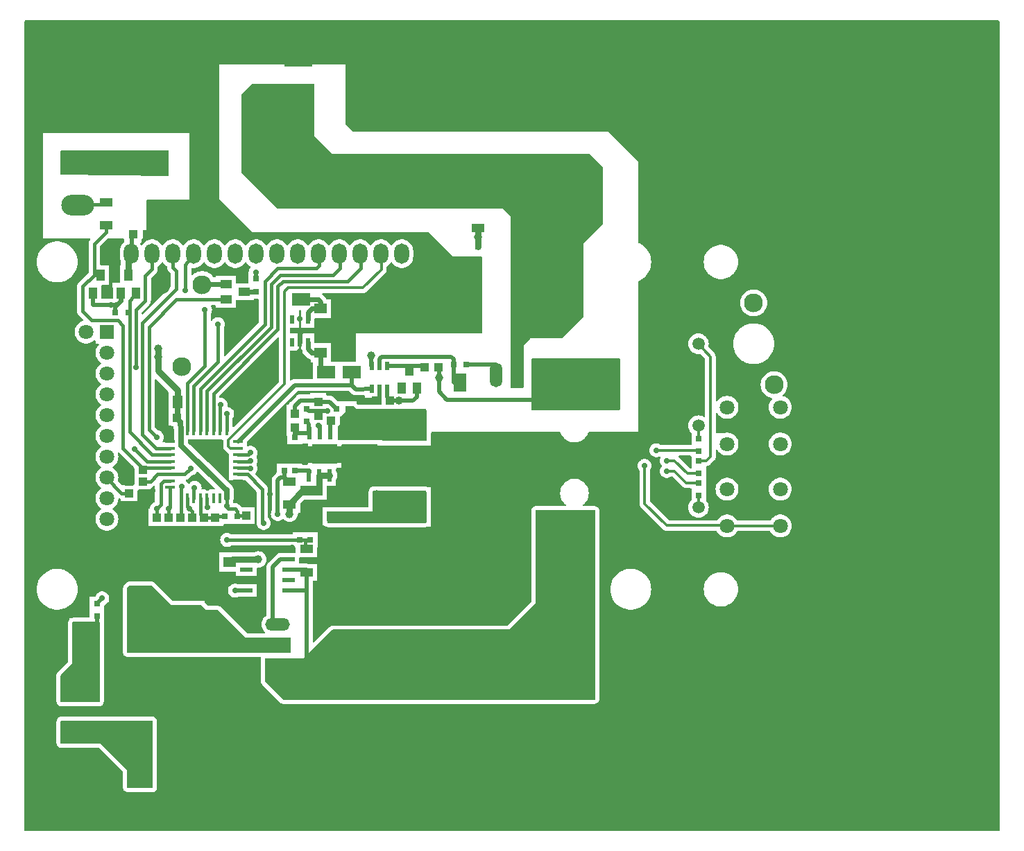
<source format=gbl>
G04 --- HEADER BEGIN --- *
%TF.GenerationSoftware,LibrePCB,LibrePCB,0.1.3*%
%TF.CreationDate,2020-03-08T21:05:15*%
%TF.ProjectId,Hydro Battery Charger - default,71762d7e-e7f1-403c-8020-db9670c01e9b,v3*%
%TF.Part,Single*%
%FSLAX66Y66*%
%MOMM*%
G01*
G74*
G04 --- HEADER END --- *
G04 --- APERTURE LIST BEGIN --- *
%ADD10C,1.5*%
%ADD11R,1.5X1.3*%
%ADD12C,1.8*%
%ADD13R,1.535X0.48*%
%ADD14R,2.19X1.587*%
%ADD15R,1.0X1.1*%
%ADD16C,2.3*%
%ADD17R,0.6X1.1*%
%ADD18R,0.8X0.75*%
%ADD19O,3.0X1.8*%
%ADD20R,2.7X1.2*%
%ADD21R,3.2X5.0*%
%ADD22O,3.0X1.5*%
%ADD23R,1.1X1.0*%
%ADD24R,1.4X1.0*%
%ADD25R,0.48X1.535*%
%ADD26R,3.1X2.4*%
%ADD27O,4.0X2.8*%
%ADD28R,1.0X1.4*%
%ADD29R,1.6X1.05*%
%ADD30R,5.5X3.85*%
%ADD31O,4.0X2.54*%
%ADD32R,0.75X0.8*%
%ADD33C,4.0*%
%ADD34R,1.8X1.8*%
%ADD35R,1.587X2.19*%
%ADD36O,2.032X4.064*%
%ADD37R,3.4X1.9*%
%ADD38O,1.8X2.5*%
%ADD39R,1.8X2.5*%
%ADD40O,1.8X2.8*%
%ADD41R,0.45X1.2*%
%ADD42R,1.2X0.45*%
%ADD43O,2.8X4.0*%
%ADD44O,2.54X1.5*%
%ADD45O,1.8X3.0*%
%ADD46O,1.5X3.0*%
%ADD47R,1.3X1.5*%
%ADD48C,0.7*%
%ADD49C,1.0*%
%ADD50C,0.8*%
%ADD51C,0.5*%
%ADD52C,0.4*%
%ADD53C,0.6*%
%ADD54C,0.3*%
%ADD55C,0.9*%
%ADD56C,0.0*%
G04 --- APERTURE LIST END --- *
G04 --- BOARD BEGIN --- *
D10*
X80230000Y50000000D03*
X82770000Y50000000D03*
D11*
X25558750Y33335000D03*
X25558750Y31435000D03*
D12*
X92750000Y37755000D03*
X86250000Y42245000D03*
X92750000Y42245000D03*
X86250000Y37755000D03*
D13*
X32745500Y32385000D03*
X27579500Y29845000D03*
X32745500Y33655000D03*
X27579500Y32385000D03*
X27579500Y31115000D03*
X32745500Y31115000D03*
X27579500Y33655000D03*
X32745500Y29845000D03*
D14*
X40481250Y56515000D03*
D15*
X22383750Y38791250D03*
X22383750Y37091250D03*
D16*
X89500000Y65000000D03*
X92000000Y55000000D03*
X87000000Y55000000D03*
D17*
X35081250Y62995000D03*
X33181250Y60195000D03*
X34131250Y60195000D03*
X35081250Y60195000D03*
X33181250Y62995000D03*
D18*
X28733750Y67926250D03*
X28733750Y66376250D03*
D19*
X14605000Y12697500D03*
X14605000Y6847500D03*
X14605000Y29347500D03*
X14605000Y23497500D03*
D20*
X35560000Y38881250D03*
X35560000Y42081250D03*
D21*
X3352800Y23495000D03*
X8077200Y23495000D03*
D15*
X18097500Y37091250D03*
X18097500Y38791250D03*
D22*
X31432500Y20637500D03*
X31432500Y23177500D03*
X31432500Y25717500D03*
D18*
X82796250Y43002500D03*
X82796250Y41452500D03*
D23*
X14978750Y44608750D03*
X13278750Y44608750D03*
D24*
X25093750Y67307500D03*
X27293750Y66357500D03*
X25093750Y65407500D03*
D18*
X33496250Y44468750D03*
X33496250Y46018750D03*
D25*
X36517500Y49096750D03*
X36507500Y43930750D03*
X37777500Y43930750D03*
X39047500Y43930750D03*
X35237500Y43930750D03*
D26*
X37147500Y46513750D03*
D25*
X39057500Y49096750D03*
X35247500Y49096750D03*
X37787500Y49096750D03*
D27*
X14922500Y90328750D03*
X30162500Y90328750D03*
D28*
X46516250Y54621250D03*
X47466250Y56821250D03*
X48416250Y54621250D03*
D29*
X32861250Y40326250D03*
X32861250Y43176250D03*
D30*
X46873868Y50011154D03*
X46873868Y40061154D03*
D15*
X16668750Y37091250D03*
X16668750Y38791250D03*
D18*
X82796250Y46850000D03*
X82796250Y48400000D03*
X34131250Y36055000D03*
X34131250Y37605000D03*
D14*
X67627500Y56197500D03*
D29*
X10477500Y74457500D03*
X10477500Y77307500D03*
D18*
X35401250Y36055000D03*
X35401250Y37605000D03*
D23*
X14978750Y41751250D03*
X13278750Y41751250D03*
X51015000Y57150000D03*
X49315000Y57150000D03*
D18*
X82796250Y44151250D03*
X82796250Y45701250D03*
X34925000Y52051250D03*
X34925000Y50501250D03*
D10*
X80230000Y60000000D03*
X82770000Y60000000D03*
D28*
X8892500Y66210000D03*
X9842500Y68410000D03*
X10792500Y66210000D03*
D14*
X37306250Y56515000D03*
D31*
X7000000Y76920000D03*
X7000000Y82000000D03*
X7000000Y87080000D03*
D18*
X55880000Y71895000D03*
X55880000Y70345000D03*
X9366250Y26688750D03*
X9366250Y28238750D03*
D14*
X56038750Y24130000D03*
X20320000Y24447500D03*
D15*
X20955000Y37091250D03*
X20955000Y38791250D03*
D29*
X34925000Y32071250D03*
X34925000Y34921250D03*
D32*
X24942500Y38893750D03*
X26492500Y38893750D03*
D33*
X44450000Y10240000D03*
X44450000Y20240000D03*
D12*
X8030000Y51276250D03*
X10570000Y56356250D03*
X8030000Y58896250D03*
X8030000Y41116250D03*
X10570000Y53816250D03*
X10570000Y46196250D03*
X8030000Y46196250D03*
X8030000Y48736250D03*
X8030000Y53816250D03*
X10570000Y48736250D03*
X10570000Y38576250D03*
X10570000Y43656250D03*
X10570000Y51276250D03*
D34*
X10570000Y61436250D03*
D12*
X8030000Y61436250D03*
X8030000Y38576250D03*
X10570000Y58896250D03*
X10570000Y41116250D03*
X8030000Y43656250D03*
X8030000Y56356250D03*
D35*
X53657500Y55245000D03*
D15*
X36353750Y51220000D03*
X36353750Y52920000D03*
D32*
X11607500Y63817500D03*
X13157500Y63817500D03*
D35*
X14922500Y93345000D03*
D36*
X77152500Y56197500D03*
X72072500Y56197500D03*
D37*
X20320000Y31927500D03*
X20320000Y27127500D03*
D32*
X38595000Y52070000D03*
X40145000Y52070000D03*
D37*
X33972500Y94792500D03*
X33972500Y89992500D03*
D38*
X21160000Y71000000D03*
X31320000Y71000000D03*
X33860000Y71000000D03*
X16080000Y71000000D03*
X36400000Y71000000D03*
X44020000Y71000000D03*
X46560000Y71000000D03*
X28780000Y71000000D03*
X18620000Y71000000D03*
X23700000Y71000000D03*
X13540000Y71000000D03*
X38940000Y71000000D03*
X49100000Y71000000D03*
X41480000Y71000000D03*
D39*
X11000000Y71000000D03*
D38*
X26240000Y71000000D03*
D40*
X39907500Y63817500D03*
X67407500Y63817500D03*
D28*
X12226250Y66210000D03*
X13176250Y68410000D03*
X14126250Y66210000D03*
D23*
X43441250Y53022500D03*
X45141250Y53022500D03*
D11*
X36671250Y58898750D03*
X36671250Y60798750D03*
D33*
X46037500Y89772500D03*
X46037500Y79772500D03*
D23*
X13278750Y43180000D03*
X14978750Y43180000D03*
D17*
X43815000Y57280000D03*
X43815000Y54480000D03*
X44765000Y57280000D03*
X44765000Y54480000D03*
X42865000Y54480000D03*
X42865000Y57280000D03*
D41*
X21983750Y49393750D03*
X25183750Y49393750D03*
X21183750Y49393750D03*
D42*
X26533750Y46443750D03*
X26533750Y48043750D03*
D41*
X20383750Y41093750D03*
D42*
X26533750Y42443750D03*
X26533750Y44043750D03*
D41*
X19583750Y49393750D03*
X23583750Y41093750D03*
D42*
X18233750Y44843750D03*
D41*
X20383750Y49393750D03*
D42*
X18233750Y44043750D03*
D41*
X19583750Y41093750D03*
X25183750Y41093750D03*
D42*
X18233750Y46443750D03*
X18233750Y43243750D03*
X18233750Y45643750D03*
X26533750Y47243750D03*
D41*
X22783750Y41093750D03*
D42*
X26533750Y45643750D03*
D41*
X24383750Y49393750D03*
X21183750Y41093750D03*
D42*
X26533750Y43243750D03*
D41*
X24383750Y41093750D03*
D42*
X18233750Y48043750D03*
D41*
X23583750Y49393750D03*
D42*
X18233750Y42443750D03*
X26533750Y44843750D03*
D41*
X22783750Y49393750D03*
D42*
X18233750Y47243750D03*
D41*
X21983750Y41093750D03*
D10*
X80230000Y40000000D03*
X82770000Y40000000D03*
D43*
X23495000Y10160000D03*
X23495000Y25400000D03*
D18*
X33496250Y48558750D03*
X33496250Y47008750D03*
D33*
X68580000Y89772500D03*
X68580000Y79772500D03*
D23*
X17406250Y50958750D03*
X19106250Y50958750D03*
D14*
X29368750Y87312500D03*
D18*
X32226250Y44468750D03*
X32226250Y46018750D03*
D32*
X54432500Y57467500D03*
X52882500Y57467500D03*
D44*
X67627500Y52720000D03*
X67627500Y38720000D03*
D15*
X19526250Y37091250D03*
X19526250Y38791250D03*
X33496250Y49791250D03*
X33496250Y51491250D03*
D11*
X36671250Y64291250D03*
X36671250Y62391250D03*
D45*
X27942500Y82073750D03*
X33792500Y82073750D03*
X11292500Y82073750D03*
X17142500Y82073750D03*
D29*
X55880000Y76990000D03*
X55880000Y74140000D03*
D23*
X15455000Y73342500D03*
X13755000Y73342500D03*
D16*
X19685000Y57230000D03*
X22185000Y67230000D03*
X17185000Y67230000D03*
D23*
X39585000Y50641250D03*
X37885000Y50641250D03*
D46*
X63182500Y56197500D03*
X60642500Y56197500D03*
X58102500Y56197500D03*
D20*
X38735000Y42085036D03*
X38735000Y38885036D03*
D33*
X66992500Y10240000D03*
X66992500Y20240000D03*
D31*
X7000000Y17540000D03*
X7000000Y12460000D03*
D14*
X34290000Y65405000D03*
D12*
X86250000Y52245000D03*
X92750000Y47755000D03*
X86250000Y47755000D03*
X92750000Y52245000D03*
D40*
X38320000Y32385000D03*
X65820000Y32385000D03*
D15*
X27622500Y40696250D03*
X27622500Y38996250D03*
D47*
X19206250Y52863750D03*
X17306250Y52863750D03*
D15*
X23812500Y38791250D03*
X23812500Y37091250D03*
D48*
X56038750Y43815000D03*
X29527500Y56356250D03*
X29051250Y47942500D03*
D49*
X29051250Y33655000D03*
X32861250Y39211250D03*
D48*
X48260000Y43656250D03*
X28733750Y68738750D03*
X21272500Y42386250D03*
X46513750Y62706250D03*
X77875000Y40798750D03*
X3175000Y43656250D03*
X24923750Y46037500D03*
X7620000Y22225000D03*
X43021250Y28257500D03*
X60642500Y29527500D03*
X26511250Y41751250D03*
X11112500Y64770000D03*
X11747500Y64770000D03*
X25241250Y40163750D03*
D49*
X16827500Y59372500D03*
X16827500Y58420000D03*
D48*
X86360000Y39846250D03*
X28098750Y46672500D03*
X77628750Y46990000D03*
X87860000Y45156250D03*
X59213750Y4921250D03*
X18097500Y33496250D03*
X110331250Y95091250D03*
X30956250Y57943750D03*
X25241250Y51435000D03*
X31432500Y39211250D03*
X18097500Y39846250D03*
X18097500Y32543750D03*
X20002500Y73977500D03*
X28257500Y54768750D03*
X81280000Y45720000D03*
X36195000Y95567500D03*
X21590000Y43815000D03*
X1111250Y18415000D03*
X19526250Y36036250D03*
X55245000Y33813750D03*
X22542500Y33496250D03*
X51435000Y95091250D03*
X33496250Y57785000D03*
X25400000Y61436250D03*
X35919890Y45878750D03*
X34808640Y45878750D03*
X18891250Y33496250D03*
X99695000Y94773750D03*
X90646250Y40005000D03*
X61277500Y48736250D03*
X48577500Y64770000D03*
X90646250Y50165000D03*
X49847500Y45402500D03*
X13176250Y4603750D03*
X2698750Y36036250D03*
X60960000Y94615000D03*
X26511250Y37306250D03*
X19843750Y33496250D03*
X3016250Y51435000D03*
X118268750Y21431250D03*
X78898750Y44450000D03*
X28098750Y45720000D03*
X1111250Y24288750D03*
X45243750Y43656250D03*
X89852500Y94615000D03*
X1111250Y76200000D03*
X17145000Y49688750D03*
X48260000Y45402500D03*
X12858750Y39211250D03*
X3016250Y61912500D03*
X22860000Y42386250D03*
X26987500Y67945000D03*
X12382500Y45561250D03*
X30480000Y47942500D03*
X54292500Y70008750D03*
X24606250Y76358750D03*
X36195000Y94615000D03*
X9683750Y36195000D03*
X39052500Y53340000D03*
X16192500Y42068750D03*
X23971250Y46037500D03*
X50800000Y70326250D03*
X39052500Y4762500D03*
X27622500Y41910000D03*
X20796250Y44767500D03*
X42068750Y45402500D03*
X35919890Y46513750D03*
X34808640Y46513750D03*
X1270000Y95408750D03*
X118427500Y5556250D03*
X33178750Y35083750D03*
X70167500Y48577500D03*
X118427500Y73977500D03*
X36671250Y37623750D03*
X24447500Y52546250D03*
X1111250Y21113750D03*
X38258750Y28098750D03*
X2857500Y39687500D03*
X39412390Y47148750D03*
X38459890Y47148750D03*
X31591250Y37941250D03*
X1428750Y87788750D03*
X51593750Y43815000D03*
X6667500Y20002500D03*
X39412390Y45878750D03*
X38459890Y45878750D03*
X20796250Y47942500D03*
D49*
X41592500Y53181250D03*
D48*
X55403750Y28098750D03*
X16510000Y73183750D03*
X51117500Y67151250D03*
X1111250Y21907500D03*
X118427500Y32702500D03*
X31908750Y51435000D03*
X39412390Y46513750D03*
X38459890Y46513750D03*
X40322500Y53340000D03*
X45243750Y45402500D03*
X1111250Y4445000D03*
X118427500Y45878750D03*
X1111250Y22701250D03*
X51593750Y5080000D03*
X18256250Y49688750D03*
X28098750Y44767500D03*
X76200000Y45085000D03*
X69850000Y94456250D03*
X30480000Y37147500D03*
X19685000Y42545000D03*
D49*
X55880000Y73025000D03*
D48*
X22542500Y64135000D03*
X20161250Y66516250D03*
X7620000Y24765000D03*
X1111250Y25082500D03*
X22383750Y36036250D03*
X37941250Y40322500D03*
X31908750Y50482500D03*
D49*
X51117500Y55880000D03*
X42862500Y58578750D03*
D48*
X31750000Y47942500D03*
X34131250Y59055000D03*
X30003750Y5080000D03*
X14128750Y57150000D03*
X1111250Y25876250D03*
X54133750Y43656250D03*
X46672500Y45402500D03*
X26511250Y40957500D03*
X24606250Y74136250D03*
X30480000Y41592500D03*
X31750000Y94615000D03*
X34925000Y40005000D03*
X21748750Y33496250D03*
X28416250Y41910000D03*
X22860000Y40005000D03*
X36353750Y50006250D03*
X118427500Y13970000D03*
X64928750Y48736250D03*
X28257500Y63976250D03*
X23018750Y4921250D03*
X60801250Y39211250D03*
X57467500Y48736250D03*
X22542500Y32543750D03*
X26670000Y62865000D03*
X20637500Y39846250D03*
X25241250Y36036250D03*
D49*
X43497500Y41592500D03*
X46196250Y53022500D03*
D48*
X37465000Y51752500D03*
X90646250Y44926250D03*
X3016250Y58737500D03*
X12382500Y44608750D03*
X8572500Y20002500D03*
X31115000Y95091250D03*
X25400000Y68738750D03*
X20002500Y76358750D03*
X17145000Y54292500D03*
X38735000Y36195000D03*
X36830000Y95091250D03*
X3016250Y55086250D03*
X97790000Y4921250D03*
X7620000Y23495000D03*
X47466250Y67468750D03*
X56038750Y45402500D03*
X36353750Y25082500D03*
X35919890Y47148750D03*
X34808640Y47148750D03*
X108902500Y5080000D03*
X35242500Y56038750D03*
X118110000Y56197500D03*
X76041250Y49212500D03*
X53975000Y45402500D03*
X67786250Y4921250D03*
X16192500Y76835000D03*
X88106250Y4921250D03*
X36512500Y40005000D03*
X7620000Y20002500D03*
X42068750Y46831250D03*
X34131250Y63023750D03*
X18097500Y36036250D03*
X26670000Y53181250D03*
X79216250Y4921250D03*
X3016250Y47625000D03*
X22542500Y31591250D03*
X49053750Y28416250D03*
X41116250Y95250000D03*
X43180000Y33337500D03*
X1111250Y23495000D03*
X18097500Y31591250D03*
X72866250Y48577500D03*
X20796250Y33496250D03*
X24130000Y62388750D03*
X118586250Y95091250D03*
X118427500Y85566250D03*
X1111250Y81121250D03*
X81597500Y94773750D03*
X16668750Y36036250D03*
X78898750Y45720000D03*
X39528750Y58737500D03*
X49847500Y43656250D03*
X118268750Y64770000D03*
X14446250Y39211250D03*
X35718750Y40005000D03*
X16668750Y39846250D03*
X10001250Y28892500D03*
X16986250Y95408750D03*
X11430000Y68421250D03*
X31750000Y95567500D03*
X42703750Y62547500D03*
X20955000Y36036250D03*
X13970000Y47148750D03*
X16668750Y48577500D03*
X1270000Y10318750D03*
X63976250Y41751250D03*
X60642500Y34290000D03*
X48895000Y33655000D03*
X87312500Y50165000D03*
X44926250Y65405000D03*
X25082500Y43973750D03*
X46513750Y43815000D03*
X29686250Y38100000D03*
X26193750Y29845000D03*
X28257500Y95408750D03*
X51593750Y45402500D03*
X21590000Y47942500D03*
X1270000Y15240000D03*
D50*
X25558750Y33335000D02*
X25876250Y33655000D01*
X32861250Y40326250D02*
X34461250Y42081250D01*
X35560000Y42081250D02*
X34461250Y42081250D01*
X37777500Y43930750D02*
X37782500Y43930750D01*
X32861250Y40326250D02*
X32861250Y39211250D01*
X36507500Y43930750D02*
X37782500Y43930750D01*
X27579500Y33655000D02*
X29051250Y33655000D01*
X27579500Y33655000D02*
X25876250Y33655000D01*
X35560000Y42081250D02*
X36507500Y42068750D01*
X36507500Y43930750D02*
X36507500Y42068750D01*
D51*
X28733750Y67926250D02*
X28733750Y68738750D01*
D52*
X21183750Y41093750D02*
X21183750Y42297500D01*
X21183750Y42297500D02*
X21272500Y42386250D01*
D51*
X31432500Y20637500D02*
X34925000Y20637500D01*
X34925000Y32071250D02*
X34925000Y32385000D01*
X34925000Y29845000D02*
X34925000Y20637500D01*
X32745500Y29845000D02*
X34925000Y29845000D01*
X34925000Y29845000D02*
X34925000Y32385000D01*
X32745500Y32385000D02*
X34925000Y32385000D01*
D53*
X11747500Y64770000D02*
X12223750Y65246250D01*
D52*
X25183750Y41093750D02*
X25183750Y40062500D01*
X25241250Y40163750D02*
X25241250Y40163750D01*
D53*
X36671250Y65087500D02*
X36671250Y64293750D01*
X34290000Y65405000D02*
X36353750Y65405000D01*
D48*
X19583750Y49393750D02*
X19583750Y47567500D01*
D52*
X25241250Y40163750D02*
X25183750Y40062500D01*
D50*
X16827500Y59372500D02*
X16827500Y58420000D01*
D48*
X19583750Y49393750D02*
X19526250Y50403750D01*
D52*
X25183750Y40062500D02*
X25400000Y39846250D01*
D53*
X36671250Y64291250D02*
X35557500Y64291250D01*
D52*
X26193750Y39846250D02*
X26511250Y39528750D01*
D50*
X16827500Y56673750D02*
X19208750Y54292500D01*
X19208750Y52863750D02*
X19206250Y52863750D01*
D51*
X11607500Y64770000D02*
X11747500Y64770000D01*
D48*
X19526250Y50403750D02*
X19106250Y50958750D01*
D51*
X11112500Y64770000D02*
X11747500Y64770000D01*
D48*
X19106250Y50958750D02*
X19208750Y50961250D01*
X25183750Y41093750D02*
X25183750Y42126250D01*
X19206250Y52863750D02*
X19208750Y50961250D01*
X25183750Y42126250D02*
X25082500Y42227500D01*
D52*
X25400000Y39846250D02*
X26193750Y39846250D01*
D51*
X8892500Y66210000D02*
X8892500Y64770000D01*
D53*
X36671250Y64293750D02*
X36671250Y64291250D01*
X35557500Y64291250D02*
X35083750Y63817500D01*
D50*
X19208750Y54292500D02*
X19208750Y52863750D01*
D52*
X26492500Y38893750D02*
X26511250Y38893750D01*
D53*
X36353750Y65405000D02*
X36671250Y65087500D01*
X35083750Y63817500D02*
X35083750Y63023750D01*
X12226250Y66210000D02*
X12223750Y66198750D01*
D51*
X8892500Y64770000D02*
X11112500Y64770000D01*
D53*
X35081250Y62995000D02*
X35083750Y63023750D01*
D51*
X11607500Y63817500D02*
X11607500Y64770000D01*
D48*
X19583750Y47567500D02*
X25082500Y42227500D01*
D52*
X26511250Y39528750D02*
X26511250Y38893750D01*
X27622500Y38996250D02*
X26613750Y38996250D01*
X26613750Y38996250D02*
X26511250Y38893750D01*
D50*
X16827500Y58420000D02*
X16827500Y56673750D01*
D53*
X12223750Y65246250D02*
X12223750Y66198750D01*
D54*
X77628750Y46990000D02*
X82796250Y46990000D01*
D52*
X27870000Y46443750D02*
X28098750Y46672500D01*
D54*
X82796250Y46850000D02*
X82796250Y46990000D01*
D52*
X26533750Y46443750D02*
X27870000Y46443750D01*
X39933750Y67627500D02*
X41521250Y69215000D01*
X41521250Y69215000D02*
X41521250Y70961250D01*
X32067500Y67627500D02*
X39933750Y67627500D01*
X23583750Y49393750D02*
X23583750Y53905000D01*
X23583750Y53905000D02*
X31432500Y61753750D01*
X31432500Y61753750D02*
X31432500Y66992500D01*
X31432500Y66992500D02*
X32067500Y67627500D01*
X41480000Y71000000D02*
X41521250Y70961250D01*
X25183750Y49393750D02*
X25183750Y51377500D01*
X25183750Y51377500D02*
X25241250Y51435000D01*
D51*
X32861250Y43176250D02*
X32226250Y43656250D01*
D52*
X18233750Y39982500D02*
X18097500Y39846250D01*
X18097500Y38791250D02*
X18097500Y38893750D01*
X18233750Y42443750D02*
X18233750Y39982500D01*
D51*
X31432500Y43338750D02*
X31750000Y43656250D01*
X31750000Y43656250D02*
X32226250Y43656250D01*
D52*
X18097500Y39846250D02*
X18097500Y38893750D01*
D51*
X32226250Y44468750D02*
X32226250Y43656250D01*
X31432500Y39211250D02*
X31432500Y43338750D01*
D52*
X21983750Y49393750D02*
X21983750Y54527500D01*
X21983750Y54527500D02*
X29845000Y62388750D01*
X29845000Y67627500D02*
X31432500Y69215000D01*
X36441250Y69532500D02*
X36441250Y70961250D01*
X29845000Y62388750D02*
X29845000Y67627500D01*
X31432500Y69215000D02*
X36123750Y69215000D01*
X36123750Y69215000D02*
X36441250Y69532500D01*
X36400000Y71000000D02*
X36441250Y70961250D01*
D51*
X52863750Y55245000D02*
X52863750Y57467500D01*
X52546250Y58420000D02*
X52863750Y58102500D01*
X52882500Y57467500D02*
X52863750Y57467500D01*
X43815000Y58102500D02*
X44132500Y58420000D01*
X43815000Y57280000D02*
X43815000Y58102500D01*
X44132500Y58420000D02*
X52546250Y58420000D01*
X53657500Y55245000D02*
X52863750Y55245000D01*
X52863750Y58102500D02*
X52863750Y57467500D01*
D50*
X34808640Y45878750D02*
X35919890Y45878750D01*
D51*
X38595000Y52070000D02*
X37726250Y52920000D01*
X36353750Y52920000D02*
X37726250Y52920000D01*
X34187500Y53078750D02*
X33496250Y52387500D01*
X34187500Y53078750D02*
X36353750Y53078750D01*
X33496250Y52387500D02*
X33496250Y51435000D01*
X36353750Y53078750D02*
X36353750Y52920000D01*
X33496250Y51491250D02*
X33496250Y51435000D01*
D52*
X9048750Y68421250D02*
X9048750Y72231250D01*
X8731250Y62865000D02*
X7620000Y63976250D01*
D51*
X9842500Y68410000D02*
X9842500Y68421250D01*
D52*
X10477500Y73660000D02*
X10477500Y74295000D01*
X12541250Y62230000D02*
X11906250Y62865000D01*
X9048750Y72231250D02*
X10477500Y73660000D01*
X14978750Y44608750D02*
X14998750Y44843750D01*
X7620000Y63976250D02*
X7620000Y66992500D01*
X10477500Y74457500D02*
X10477500Y74295000D01*
X14846250Y44843750D02*
X12541250Y47218750D01*
X18233750Y44843750D02*
X14998750Y44843750D01*
X11906250Y62865000D02*
X8731250Y62865000D01*
X9048750Y68421250D02*
X9842500Y68421250D01*
X12541250Y47218750D02*
X12541250Y62230000D01*
X7620000Y66992500D02*
X9048750Y68421250D01*
X14998750Y44843750D02*
X14846250Y44843750D01*
X7000000Y76920000D02*
X10473750Y76990000D01*
X10477500Y77307500D02*
X10473750Y76990000D01*
D51*
X54432500Y57467500D02*
X58102500Y57467500D01*
X58102500Y56197500D02*
X58102500Y57467500D01*
D52*
X26533750Y45643750D02*
X28022500Y45643750D01*
X28022500Y45643750D02*
X28098750Y45720000D01*
D54*
X79851250Y44450000D02*
X81280000Y43021250D01*
X82796250Y43002500D02*
X82796250Y43021250D01*
X78898750Y44450000D02*
X79851250Y44450000D01*
X81280000Y43021250D02*
X82796250Y43021250D01*
D52*
X38940000Y71000000D02*
X38981250Y70961250D01*
X31750000Y68421250D02*
X38187500Y68421250D01*
X22783750Y49393750D02*
X22783750Y54216250D01*
X30638750Y67310000D02*
X31750000Y68421250D01*
X38981250Y69215000D02*
X38981250Y70961250D01*
X22783750Y54216250D02*
X30638750Y62071250D01*
X30638750Y62071250D02*
X30638750Y67310000D01*
X38187500Y68421250D02*
X38981250Y69215000D01*
X18233750Y44043750D02*
X16738750Y44043750D01*
X16738750Y44043750D02*
X15875000Y43180000D01*
X18233750Y44043750D02*
X20072500Y44043750D01*
X20072500Y44043750D02*
X20796250Y44767500D01*
X15875000Y43180000D02*
X14922500Y43180000D01*
X14978750Y43180000D02*
X14922500Y43180000D01*
D50*
X34808640Y46513750D02*
X35919890Y46513750D01*
D51*
X47466250Y56821250D02*
X47466250Y57280000D01*
X47466250Y57280000D02*
X49212500Y57280000D01*
X49315000Y57150000D02*
X49212500Y57280000D01*
X44765000Y57280000D02*
X47466250Y57280000D01*
D54*
X82796250Y41452500D02*
X82796250Y40163750D01*
X82770000Y40000000D02*
X82796250Y40163750D01*
D52*
X24383750Y52482500D02*
X24447500Y52546250D01*
X24383750Y49393750D02*
X24383750Y52482500D01*
D50*
X38459890Y47148750D02*
X39412390Y47148750D01*
X38459890Y45878750D02*
X39412390Y45878750D01*
D51*
X43441250Y53022500D02*
X41592500Y53181250D01*
X43815000Y54480000D02*
X43815000Y53340000D01*
X43441250Y53022500D02*
X43815000Y53340000D01*
D50*
X38459890Y46513750D02*
X39412390Y46513750D01*
D54*
X86491250Y37755000D02*
X86250000Y37755000D01*
D52*
X26533750Y44843750D02*
X28022500Y44843750D01*
D54*
X78898750Y37782500D02*
X86360000Y37782500D01*
X76200000Y45085000D02*
X76200000Y40481250D01*
X86250000Y37755000D02*
X86360000Y37782500D01*
X92750000Y37755000D02*
X86491250Y37755000D01*
D52*
X28022500Y44843750D02*
X28098750Y44767500D01*
D54*
X76200000Y40481250D02*
X78898750Y37782500D01*
D52*
X19583750Y41093750D02*
X19583750Y42545000D01*
D50*
X55880000Y71895000D02*
X55880000Y73025000D01*
D52*
X19583750Y42545000D02*
X19685000Y42545000D01*
X19526250Y38791250D02*
X19583750Y38893750D01*
D50*
X55880000Y74140000D02*
X55880000Y73025000D01*
D52*
X19583750Y41093750D02*
X19583750Y38893750D01*
X20383750Y55150000D02*
X22542500Y57308750D01*
X20161250Y66516250D02*
X20161250Y69691250D01*
X20383750Y49393750D02*
X20383750Y55150000D01*
X22542500Y57308750D02*
X22542500Y64135000D01*
X21160000Y71000000D02*
X20161250Y69691250D01*
D51*
X51015000Y57150000D02*
X51117500Y57150000D01*
X63182500Y53181250D02*
X52070000Y53181250D01*
X51117500Y57150000D02*
X51117500Y55880000D01*
X42862500Y57280000D02*
X42862500Y58578750D01*
X63182500Y56197500D02*
X63182500Y53181250D01*
X51117500Y54133750D02*
X51117500Y55880000D01*
X52070000Y53181250D02*
X51117500Y54133750D01*
X42865000Y57280000D02*
X42862500Y57280000D01*
D52*
X15240000Y65405000D02*
X15240000Y65246250D01*
X14128750Y64135000D02*
X15240000Y65246250D01*
X15240000Y68262500D02*
X15240000Y65405000D01*
X16080000Y69102500D02*
X15240000Y68262500D01*
X16080000Y71000000D02*
X16080000Y69102500D01*
X14128750Y57150000D02*
X14128750Y64135000D01*
X22783750Y40081250D02*
X22860000Y40005000D01*
X10570000Y43656250D02*
X10593750Y43540000D01*
X13278750Y41751250D02*
X13335000Y41751250D01*
X22783750Y41093750D02*
X22783750Y40081250D01*
D51*
X36513714Y50005036D02*
X36353750Y50006250D01*
X36517500Y49096750D02*
X36513714Y50005036D01*
D52*
X12382500Y41751250D02*
X13335000Y41751250D01*
X10593750Y43540000D02*
X12382500Y41751250D01*
X23812500Y38791250D02*
X23597500Y38791250D01*
X23812500Y38893750D02*
X23597500Y38791250D01*
X22383750Y38791250D02*
X21983750Y39135000D01*
X21983750Y41093750D02*
X21983750Y39135000D01*
X24942500Y38893750D02*
X23812500Y38893750D01*
X22383750Y38791250D02*
X23597500Y38791250D01*
D53*
X34131250Y60195000D02*
X34131250Y61277500D01*
X34131250Y61277500D02*
X34448750Y61595000D01*
X36671250Y60798750D02*
X36671250Y60801250D01*
X36671250Y62391250D02*
X36671250Y61595000D01*
X34448750Y61595000D02*
X36671250Y61595000D01*
X36671250Y61595000D02*
X36671250Y60801250D01*
D54*
X82770000Y50000000D02*
X82796250Y49688750D01*
X82796250Y48400000D02*
X82796250Y49688750D01*
D52*
X34766250Y35080000D02*
X34766250Y36036250D01*
X34766250Y36036250D02*
X34150000Y36055000D01*
X20955000Y39528750D02*
X20637500Y39846250D01*
X34150000Y36055000D02*
X34131250Y36036250D01*
X34131250Y36055000D02*
X34131250Y36036250D01*
X34766250Y36036250D02*
X35401250Y36055000D01*
X25241250Y36036250D02*
X34131250Y36036250D01*
X20383750Y40068750D02*
X20637500Y39846250D01*
X34925000Y34921250D02*
X34766250Y35080000D01*
X20383750Y41093750D02*
X20383750Y40068750D01*
X20955000Y38791250D02*
X20955000Y39528750D01*
D51*
X48418750Y53498750D02*
X48418750Y54610000D01*
D53*
X36671250Y58896250D02*
X36671250Y57150000D01*
D51*
X36353750Y51752500D02*
X35242500Y51752500D01*
X34925000Y52051250D02*
X35242500Y51752500D01*
X47942500Y53022500D02*
X48418750Y53498750D01*
D53*
X35081250Y59375000D02*
X35560000Y58896250D01*
D51*
X44765000Y54480000D02*
X44765000Y53501250D01*
D53*
X35081250Y60195000D02*
X35081250Y59375000D01*
D51*
X36353750Y51220000D02*
X36353750Y51752500D01*
X45141250Y53022500D02*
X44765000Y53501250D01*
X45141250Y53022500D02*
X46196250Y53022500D01*
X36353750Y51752500D02*
X37465000Y51752500D01*
X46196250Y53022500D02*
X47942500Y53022500D01*
X48416250Y54621250D02*
X48418750Y54610000D01*
D53*
X36671250Y58898750D02*
X36671250Y58896250D01*
X35560000Y58896250D02*
X36671250Y58896250D01*
X37306250Y56515000D02*
X36671250Y57150000D01*
D51*
X37885000Y50641250D02*
X37787500Y50641250D01*
X37787500Y49096750D02*
X37787500Y50641250D01*
D54*
X82796250Y45701250D02*
X83730000Y45701250D01*
X82770000Y60000000D02*
X84225000Y58420000D01*
X83730000Y45701250D02*
X84225000Y46196250D01*
X84225000Y46196250D02*
X84225000Y58420000D01*
D51*
X35247500Y49096750D02*
X35242500Y49096750D01*
X33496250Y49053750D02*
X33496250Y49791250D01*
X34925000Y50501250D02*
X35242500Y50165000D01*
X33496250Y49096750D02*
X33496250Y49053750D01*
X35242500Y49096750D02*
X33496250Y49096750D01*
X35242500Y49096750D02*
X35242500Y50165000D01*
X33496250Y49053750D02*
X33496250Y48558750D01*
D50*
X34808640Y47148750D02*
X35919890Y47148750D01*
D52*
X18620000Y69327500D02*
X19050000Y68897500D01*
X19050000Y68897500D02*
X19050000Y66675000D01*
X14922500Y48895000D02*
X14922500Y62547500D01*
X14922500Y62547500D02*
X19050000Y66675000D01*
X16573750Y47243750D02*
X14922500Y48895000D01*
X18620000Y71000000D02*
X18620000Y69327500D01*
X18233750Y47243750D02*
X16573750Y47243750D01*
D51*
X35382500Y37605000D02*
X35401250Y37605000D01*
X35560000Y38881250D02*
X35401250Y38576250D01*
X35401250Y37605000D02*
X35401250Y38576250D01*
X34131250Y37605000D02*
X35382500Y37605000D01*
D53*
X22238750Y67310000D02*
X22185000Y67230000D01*
D55*
X13581250Y70961250D02*
X13540000Y71000000D01*
D50*
X13176250Y68410000D02*
X13176250Y70643750D01*
D51*
X13755000Y73342500D02*
X13581250Y73140048D01*
X13581250Y73140048D02*
X13581250Y70961250D01*
D53*
X25093750Y67307500D02*
X22238750Y67310000D01*
D50*
X13176250Y70643750D02*
X13581250Y70961250D01*
D52*
X13335000Y49212500D02*
X13335000Y63817500D01*
X14126250Y66210000D02*
X13335000Y65246250D01*
X13157500Y63817500D02*
X13335000Y63817500D01*
X16103750Y46443750D02*
X13335000Y49212500D01*
X18233750Y46443750D02*
X16103750Y46443750D01*
X13335000Y63817500D02*
X13335000Y65246250D01*
D54*
X25400000Y48260000D02*
X32226250Y55086250D01*
X32226250Y55086250D02*
X32226250Y66357500D01*
X26533750Y47243750D02*
X25622500Y47243750D01*
X25622500Y47243750D02*
X25400000Y47466250D01*
X25400000Y47466250D02*
X25400000Y48260000D01*
X32226250Y66357500D02*
X32702500Y66833750D01*
X41838750Y66833750D02*
X44061250Y69056250D01*
X44020000Y71000000D02*
X44061250Y70961250D01*
X44061250Y69056250D02*
X44061250Y70961250D01*
X32702500Y66833750D02*
X41838750Y66833750D01*
D51*
X9366250Y26688750D02*
X9366250Y25082500D01*
X8077200Y23495000D02*
X9366250Y25082500D01*
D53*
X28733750Y66376250D02*
X27611250Y66357500D01*
X27293750Y66357500D02*
X27611250Y66357500D01*
D52*
X24130000Y57785000D02*
X24130000Y62388750D01*
X21183750Y49393750D02*
X21183750Y54838750D01*
X21183750Y54838750D02*
X24130000Y57785000D01*
D51*
X26533750Y48043750D02*
X26612500Y48043750D01*
X33525000Y54956250D02*
X40452500Y54956250D01*
X33525000Y54956250D02*
X26612500Y48043750D01*
D54*
X78898750Y45720000D02*
X79851250Y45720000D01*
D51*
X40452500Y54956250D02*
X40481250Y54927500D01*
X40481250Y54927500D02*
X40481250Y56515000D01*
X40957500Y54451250D02*
X42865000Y54480000D01*
X40481250Y54927500D02*
X40957500Y54451250D01*
D54*
X81438750Y44132500D02*
X82637500Y44132500D01*
X79851250Y45720000D02*
X81438750Y44132500D01*
X82796250Y44151250D02*
X82637500Y44132500D01*
D51*
X35237500Y43930750D02*
X35264390Y44470500D01*
X33496250Y44468750D02*
X35264390Y44470500D01*
D52*
X17145000Y40322500D02*
X16668750Y39846250D01*
X17145000Y42862500D02*
X17145000Y40322500D01*
X18233750Y43243750D02*
X17526250Y43243750D01*
X16668750Y38791250D02*
X16668750Y39846250D01*
D51*
X9366250Y28238750D02*
X10001250Y28892500D01*
D52*
X17526250Y43243750D02*
X17145000Y42862500D01*
X18233750Y45643750D02*
X15481250Y45643750D01*
X15481250Y45643750D02*
X13970000Y47148750D01*
X16668750Y48577500D02*
X15716250Y49530000D01*
X25093750Y65407500D02*
X19050000Y65405000D01*
X15716250Y62071250D02*
X19050000Y65405000D01*
X15716250Y49530000D02*
X15716250Y62071250D01*
D51*
X32745500Y33655000D02*
X31750000Y33655000D01*
X31432500Y25717500D02*
X30797500Y25717500D01*
X30797500Y32702500D02*
X30797500Y25717500D01*
X31750000Y33655000D02*
X30797500Y32702500D01*
D52*
X29527500Y38258750D02*
X29686250Y38100000D01*
X29527500Y42227500D02*
X29527500Y38258750D01*
D51*
X27579500Y29845000D02*
X26193750Y29845000D01*
D52*
X26533750Y44043750D02*
X27711250Y44043750D01*
X27711250Y44043750D02*
X29527500Y42227500D01*
D51*
X27579500Y31115000D02*
X25876250Y31115000D01*
X25558750Y31435000D02*
X25876250Y31115000D01*
D56*
G36*
X70126827Y16529500D02*
X70167500Y16610000D01*
X70167500Y39587500D01*
X70148000Y39646827D01*
X70067500Y39687500D01*
X62965000Y39687500D01*
X62905673Y39668000D01*
X62865000Y39587500D01*
X62865000Y28277391D01*
X62850936Y28243436D01*
X59704064Y25096564D01*
X59670109Y25082500D01*
X38141422Y25082500D01*
X38070711Y25053211D01*
X34621564Y21604064D01*
X34587609Y21590000D01*
X29945000Y21590000D01*
X29885673Y21570500D01*
X29845000Y21490000D01*
X29845000Y18773922D01*
X29874289Y18703211D01*
X32038211Y16539289D01*
X32108922Y16510000D01*
X70067500Y16510000D01*
X70126827Y16529500D01*
G37*
G36*
X81779639Y49073250D02*
X81815829Y49124145D01*
X81802227Y49211108D01*
X81689970Y49371428D01*
X81685624Y49378954D01*
X81597228Y49568519D01*
X81594255Y49576688D01*
X81540120Y49778722D01*
X81538609Y49787294D01*
X81520381Y49995645D01*
X81520381Y50004355D01*
X81538609Y50212705D01*
X81540120Y50221277D01*
X81594255Y50423311D01*
X81597228Y50431480D01*
X81685624Y50621045D01*
X81689972Y50628576D01*
X81809940Y50799908D01*
X81815529Y50806569D01*
X81963432Y50954472D01*
X81970091Y50960059D01*
X82141422Y51080026D01*
X82148954Y51084375D01*
X82338519Y51172771D01*
X82346688Y51175744D01*
X82548720Y51229879D01*
X82557295Y51231390D01*
X82765645Y51249619D01*
X82774355Y51249619D01*
X82982704Y51231390D01*
X82991279Y51229879D01*
X83193311Y51175744D01*
X83201480Y51172771D01*
X83391045Y51084375D01*
X83398582Y51080024D01*
X83417643Y51066677D01*
X83477426Y51048621D01*
X83536263Y51069555D01*
X83575000Y51148592D01*
X83575000Y58127273D01*
X83548561Y58195014D01*
X83050841Y58735494D01*
X82968565Y58767372D01*
X82774355Y58750381D01*
X82765645Y58750381D01*
X82557294Y58768609D01*
X82548722Y58770120D01*
X82346688Y58824255D01*
X82338519Y58827228D01*
X82148954Y58915624D01*
X82141422Y58919973D01*
X81970091Y59039940D01*
X81963432Y59045527D01*
X81815527Y59193432D01*
X81809940Y59200091D01*
X81689973Y59371422D01*
X81685624Y59378954D01*
X81597228Y59568519D01*
X81594255Y59576688D01*
X81540120Y59778722D01*
X81538609Y59787294D01*
X81520381Y59995645D01*
X81520381Y60004355D01*
X81538609Y60212705D01*
X81540120Y60221277D01*
X81594255Y60423311D01*
X81597228Y60431480D01*
X81685624Y60621045D01*
X81689972Y60628576D01*
X81809940Y60799908D01*
X81815529Y60806569D01*
X81963432Y60954472D01*
X81970091Y60960059D01*
X82141422Y61080026D01*
X82148954Y61084375D01*
X82338519Y61172771D01*
X82346688Y61175744D01*
X82548720Y61229879D01*
X82557295Y61231390D01*
X82765645Y61249619D01*
X82774355Y61249619D01*
X82982704Y61231390D01*
X82991279Y61229879D01*
X83193311Y61175744D01*
X83201480Y61172771D01*
X83391045Y61084375D01*
X83398576Y61080027D01*
X83569908Y60960059D01*
X83576569Y60954470D01*
X83724470Y60806569D01*
X83730059Y60799908D01*
X83850027Y60628576D01*
X83854375Y60621045D01*
X83942771Y60431480D01*
X83945744Y60423311D01*
X83999879Y60221279D01*
X84001390Y60212704D01*
X84019619Y60004355D01*
X84019619Y59995645D01*
X84001390Y59787295D01*
X83999877Y59778709D01*
X83982007Y59712020D01*
X83985487Y59649667D01*
X84005038Y59618397D01*
X84701102Y58862533D01*
X84706818Y58855519D01*
X84706878Y58855568D01*
X84710029Y58851625D01*
X84714966Y58846053D01*
X84751957Y58792462D01*
X84753065Y58790889D01*
X84791096Y58737999D01*
X84794686Y58731468D01*
X84795378Y58730348D01*
X84796561Y58728093D01*
X84797475Y58726391D01*
X84798676Y58724205D01*
X84799220Y58723028D01*
X84802690Y58716417D01*
X84825819Y58655429D01*
X84826520Y58653634D01*
X84850744Y58593292D01*
X84852665Y58586097D01*
X84853075Y58584824D01*
X84853696Y58582306D01*
X84854173Y58580450D01*
X84854807Y58578074D01*
X84855053Y58576802D01*
X84856842Y58569547D01*
X84864703Y58504801D01*
X84864954Y58502891D01*
X84874034Y58438503D01*
X84874177Y58431056D01*
X84874530Y58426020D01*
X84874453Y58426015D01*
X84875000Y58416980D01*
X84875000Y53027215D01*
X84894500Y52967888D01*
X84945395Y52931698D01*
X85007836Y52932760D01*
X85058716Y52972520D01*
X85142937Y53101429D01*
X85148005Y53107941D01*
X85299001Y53271968D01*
X85305074Y53277558D01*
X85360103Y53320388D01*
X85360103Y67904895D01*
X85353312Y67905359D01*
X85076118Y67943459D01*
X85069459Y67944843D01*
X84800043Y68020330D01*
X84793614Y68022615D01*
X84537001Y68134078D01*
X84530940Y68137218D01*
X84291894Y68282585D01*
X84286318Y68286521D01*
X84069288Y68463088D01*
X84064306Y68467741D01*
X83873339Y68672217D01*
X83869035Y68677508D01*
X83707687Y68906086D01*
X83704152Y68911898D01*
X83575422Y69160334D01*
X83572714Y69166570D01*
X83479019Y69430201D01*
X83477176Y69436780D01*
X83420255Y69710700D01*
X83419326Y69717459D01*
X83400233Y69996594D01*
X83400233Y70003406D01*
X83419326Y70282540D01*
X83420255Y70289299D01*
X83477176Y70563219D01*
X83479019Y70569798D01*
X83572714Y70833429D01*
X83575422Y70839665D01*
X83704152Y71088101D01*
X83707687Y71093913D01*
X83869035Y71322491D01*
X83873339Y71327782D01*
X84064306Y71532258D01*
X84069288Y71536911D01*
X84286318Y71713478D01*
X84291894Y71717414D01*
X84530940Y71862781D01*
X84537001Y71865921D01*
X84793614Y71977384D01*
X84800043Y71979669D01*
X85069459Y72055156D01*
X85076118Y72056540D01*
X85353312Y72094640D01*
X85360103Y72095104D01*
X85639896Y72095104D01*
X85646687Y72094640D01*
X85923881Y72056540D01*
X85930540Y72055156D01*
X86199956Y71979669D01*
X86206385Y71977384D01*
X86462998Y71865921D01*
X86469059Y71862781D01*
X86708105Y71717414D01*
X86713681Y71713478D01*
X86930711Y71536911D01*
X86935693Y71532258D01*
X87126660Y71327782D01*
X87130964Y71322491D01*
X87292312Y71093913D01*
X87295847Y71088101D01*
X87424577Y70839665D01*
X87427285Y70833429D01*
X87520980Y70569798D01*
X87522823Y70563219D01*
X87579744Y70289299D01*
X87580673Y70282540D01*
X87599767Y70003406D01*
X87599767Y69996594D01*
X87580673Y69717459D01*
X87579744Y69710700D01*
X87522823Y69436780D01*
X87520980Y69430201D01*
X87427285Y69166570D01*
X87424577Y69160334D01*
X87295847Y68911898D01*
X87292312Y68906086D01*
X87130964Y68677508D01*
X87126660Y68672217D01*
X86935693Y68467741D01*
X86930711Y68463088D01*
X86713681Y68286521D01*
X86708105Y68282585D01*
X86469059Y68137218D01*
X86462998Y68134078D01*
X86206385Y68022615D01*
X86199956Y68020330D01*
X85930540Y67944843D01*
X85923881Y67943459D01*
X85646687Y67905359D01*
X85639896Y67904895D01*
X85360103Y67904895D01*
X85360103Y53320388D01*
X85481003Y53414488D01*
X85487916Y53419005D01*
X85683990Y53525114D01*
X85691534Y53528423D01*
X85902415Y53600819D01*
X85910394Y53602840D01*
X86130313Y53639538D01*
X86138519Y53640218D01*
X86361480Y53640218D01*
X86369686Y53639538D01*
X86589605Y53602840D01*
X86597584Y53600819D01*
X86808465Y53528423D01*
X86816009Y53525114D01*
X87012083Y53419005D01*
X87018996Y53414488D01*
X87194925Y53277558D01*
X87200998Y53271968D01*
X87351994Y53107941D01*
X87357062Y53101429D01*
X87478999Y52914791D01*
X87482925Y52907538D01*
X87572480Y52703372D01*
X87575161Y52695564D01*
X87629890Y52479440D01*
X87631247Y52471310D01*
X87649658Y52249127D01*
X87649658Y52240873D01*
X87631247Y52018689D01*
X87629890Y52010559D01*
X87575161Y51794435D01*
X87572480Y51786627D01*
X87482925Y51582461D01*
X87478999Y51575208D01*
X87357062Y51388570D01*
X87351994Y51382058D01*
X87200998Y51218031D01*
X87194925Y51212441D01*
X87018996Y51075511D01*
X87012083Y51070994D01*
X86816009Y50964885D01*
X86808465Y50961576D01*
X86597584Y50889180D01*
X86589605Y50887159D01*
X86369686Y50850461D01*
X86361480Y50849781D01*
X86138519Y50849781D01*
X86130313Y50850461D01*
X85910394Y50887159D01*
X85902415Y50889180D01*
X85691534Y50961576D01*
X85683990Y50964885D01*
X85487916Y51070994D01*
X85481003Y51075511D01*
X85305074Y51212441D01*
X85299001Y51218031D01*
X85148005Y51382058D01*
X85142937Y51388570D01*
X85058716Y51517479D01*
X85009942Y51556480D01*
X84947541Y51558940D01*
X84895848Y51523899D01*
X84875000Y51462784D01*
X84875000Y49153750D01*
X84894500Y49094423D01*
X84975000Y49053750D01*
X85719490Y49053750D01*
X85751960Y49059168D01*
X85902415Y49110819D01*
X85910394Y49112840D01*
X86130313Y49149538D01*
X86138519Y49150218D01*
X86361480Y49150218D01*
X86369686Y49149538D01*
X86589605Y49112840D01*
X86597584Y49110819D01*
X86748039Y49059168D01*
X86780509Y49053750D01*
X89346161Y49053750D01*
X89346161Y57504933D01*
X89339906Y57505327D01*
X89034669Y57543886D01*
X89028499Y57545063D01*
X88730510Y57621574D01*
X88724533Y57623516D01*
X88438469Y57736777D01*
X88432801Y57739444D01*
X88163180Y57887670D01*
X88157893Y57891026D01*
X87908979Y58071871D01*
X87904154Y58075863D01*
X87679870Y58286480D01*
X87675573Y58291055D01*
X87479453Y58528123D01*
X87475780Y58533179D01*
X87310915Y58792964D01*
X87307896Y58798456D01*
X87176893Y59076851D01*
X87174589Y59082672D01*
X87079512Y59375290D01*
X87077954Y59381358D01*
X87020300Y59683589D01*
X87019516Y59689792D01*
X87000197Y59996869D01*
X87000197Y60003131D01*
X87019516Y60310207D01*
X87020300Y60316410D01*
X87077954Y60618641D01*
X87079512Y60624709D01*
X87174589Y60917327D01*
X87176893Y60923148D01*
X87307896Y61201543D01*
X87310915Y61207035D01*
X87475780Y61466820D01*
X87479453Y61471876D01*
X87675573Y61708944D01*
X87679870Y61713519D01*
X87904154Y61924136D01*
X87908979Y61928128D01*
X88157893Y62108973D01*
X88163180Y62112329D01*
X88432801Y62260555D01*
X88438469Y62263222D01*
X88724533Y62376483D01*
X88730510Y62378425D01*
X89028499Y62454936D01*
X89034669Y62456113D01*
X89339906Y62494672D01*
X89346161Y62495066D01*
X89380433Y62495066D01*
X89380433Y63354613D01*
X89372998Y63355170D01*
X89136544Y63390810D01*
X89129260Y63392472D01*
X88900771Y63462953D01*
X88893809Y63465685D01*
X88678371Y63569435D01*
X88671910Y63573165D01*
X88474328Y63707873D01*
X88468500Y63712521D01*
X88293206Y63875170D01*
X88288133Y63880637D01*
X88139039Y64067596D01*
X88134834Y64073763D01*
X88015277Y64280841D01*
X88012030Y64287584D01*
X87924671Y64510169D01*
X87922472Y64517298D01*
X87869262Y64750429D01*
X87868149Y64757818D01*
X87850280Y64996264D01*
X87850280Y65003736D01*
X87868149Y65242181D01*
X87869262Y65249570D01*
X87922472Y65482701D01*
X87924671Y65489830D01*
X88012030Y65712415D01*
X88015277Y65719158D01*
X88134834Y65926236D01*
X88139039Y65932403D01*
X88288133Y66119361D01*
X88293206Y66124828D01*
X88468500Y66287478D01*
X88474328Y66292126D01*
X88671910Y66426834D01*
X88678371Y66430564D01*
X88893809Y66534314D01*
X88900771Y66537046D01*
X89129260Y66607527D01*
X89136544Y66609189D01*
X89372998Y66644829D01*
X89380433Y66645386D01*
X89619566Y66645386D01*
X89627001Y66644829D01*
X89863455Y66609189D01*
X89870739Y66607527D01*
X90099228Y66537046D01*
X90106190Y66534314D01*
X90321630Y66430564D01*
X90328090Y66426834D01*
X90525671Y66292126D01*
X90531499Y66287478D01*
X90706793Y66124829D01*
X90711866Y66119362D01*
X90860960Y65932403D01*
X90865165Y65926236D01*
X90984722Y65719158D01*
X90987969Y65712415D01*
X91075328Y65489830D01*
X91077527Y65482701D01*
X91130737Y65249570D01*
X91131850Y65242181D01*
X91149720Y65003736D01*
X91149720Y64996264D01*
X91131850Y64757818D01*
X91130737Y64750429D01*
X91077527Y64517298D01*
X91075328Y64510169D01*
X90987969Y64287584D01*
X90984722Y64280841D01*
X90865165Y64073763D01*
X90860960Y64067596D01*
X90711866Y63880638D01*
X90706793Y63875171D01*
X90531499Y63712521D01*
X90525671Y63707873D01*
X90328090Y63573165D01*
X90321630Y63569435D01*
X90106190Y63465685D01*
X90099228Y63462953D01*
X89870739Y63392472D01*
X89863455Y63390810D01*
X89627001Y63355170D01*
X89619566Y63354613D01*
X89380433Y63354613D01*
X89380433Y62495066D01*
X89653838Y62495066D01*
X89660093Y62494672D01*
X89965330Y62456113D01*
X89971500Y62454936D01*
X90269489Y62378425D01*
X90275466Y62376483D01*
X90561530Y62263222D01*
X90567198Y62260555D01*
X90836819Y62112329D01*
X90842106Y62108973D01*
X91091020Y61928128D01*
X91095845Y61924136D01*
X91320129Y61713519D01*
X91324426Y61708944D01*
X91520546Y61471876D01*
X91524219Y61466820D01*
X91689084Y61207035D01*
X91692103Y61201543D01*
X91823106Y60923148D01*
X91825410Y60917327D01*
X91920487Y60624709D01*
X91922045Y60618641D01*
X91979699Y60316410D01*
X91980483Y60310207D01*
X91999803Y60003131D01*
X91999803Y59996869D01*
X91980483Y59689792D01*
X91979699Y59683589D01*
X91922045Y59381358D01*
X91920487Y59375290D01*
X91825410Y59082672D01*
X91823106Y59076851D01*
X91692103Y58798456D01*
X91689084Y58792964D01*
X91524219Y58533179D01*
X91520546Y58528123D01*
X91324426Y58291055D01*
X91320129Y58286480D01*
X91095845Y58075863D01*
X91091020Y58071871D01*
X90842106Y57891026D01*
X90836819Y57887670D01*
X90567198Y57739444D01*
X90561530Y57736777D01*
X90275466Y57623516D01*
X90269489Y57621574D01*
X89971500Y57545063D01*
X89965330Y57543886D01*
X89660093Y57505327D01*
X89653838Y57504933D01*
X89346161Y57504933D01*
X89346161Y49053750D01*
X92219490Y49053750D01*
X92251960Y49059168D01*
X92402415Y49110819D01*
X92410394Y49112840D01*
X92630313Y49149538D01*
X92638519Y49150218D01*
X92638519Y49150218D01*
X92638519Y50849781D01*
X92630313Y50850461D01*
X92410394Y50887159D01*
X92402415Y50889180D01*
X92191534Y50961576D01*
X92183990Y50964885D01*
X91987916Y51070994D01*
X91981003Y51075511D01*
X91805074Y51212441D01*
X91799001Y51218031D01*
X91648005Y51382058D01*
X91642937Y51388570D01*
X91521000Y51575208D01*
X91517074Y51582461D01*
X91427519Y51786627D01*
X91424838Y51794435D01*
X91370109Y52010559D01*
X91368752Y52018689D01*
X91350342Y52240873D01*
X91350342Y52249127D01*
X91368752Y52471310D01*
X91370109Y52479440D01*
X91424838Y52695564D01*
X91427519Y52703372D01*
X91517074Y52907538D01*
X91521000Y52914791D01*
X91642937Y53101429D01*
X91648005Y53107941D01*
X91747739Y53216282D01*
X91773573Y53273138D01*
X91760639Y53334234D01*
X91689070Y53382893D01*
X91636544Y53390810D01*
X91629260Y53392472D01*
X91400771Y53462953D01*
X91393809Y53465685D01*
X91178371Y53569435D01*
X91171910Y53573165D01*
X90974328Y53707873D01*
X90968500Y53712521D01*
X90793206Y53875170D01*
X90788133Y53880637D01*
X90639039Y54067596D01*
X90634834Y54073763D01*
X90515277Y54280841D01*
X90512030Y54287584D01*
X90424671Y54510169D01*
X90422472Y54517298D01*
X90369262Y54750429D01*
X90368149Y54757818D01*
X90350280Y54996264D01*
X90350280Y55003736D01*
X90368149Y55242181D01*
X90369262Y55249570D01*
X90422472Y55482701D01*
X90424671Y55489830D01*
X90512030Y55712415D01*
X90515277Y55719158D01*
X90634834Y55926236D01*
X90639039Y55932403D01*
X90788133Y56119361D01*
X90793206Y56124828D01*
X90968500Y56287478D01*
X90974328Y56292126D01*
X91171910Y56426834D01*
X91178371Y56430564D01*
X91393809Y56534314D01*
X91400771Y56537046D01*
X91629260Y56607527D01*
X91636544Y56609189D01*
X91872998Y56644829D01*
X91880433Y56645386D01*
X92119566Y56645386D01*
X92127001Y56644829D01*
X92363455Y56609189D01*
X92370739Y56607527D01*
X92599228Y56537046D01*
X92606190Y56534314D01*
X92821630Y56430564D01*
X92828090Y56426834D01*
X93025671Y56292126D01*
X93031499Y56287478D01*
X93206793Y56124829D01*
X93211866Y56119362D01*
X93360960Y55932403D01*
X93365165Y55926236D01*
X93484722Y55719158D01*
X93487969Y55712415D01*
X93575328Y55489830D01*
X93577527Y55482701D01*
X93630737Y55249570D01*
X93631850Y55242181D01*
X93649720Y55003736D01*
X93649720Y54996264D01*
X93631850Y54757818D01*
X93630737Y54750429D01*
X93577527Y54517298D01*
X93575328Y54510169D01*
X93487969Y54287584D01*
X93484722Y54280841D01*
X93365165Y54073763D01*
X93360960Y54067596D01*
X93211866Y53880638D01*
X93206793Y53875171D01*
X93083946Y53761185D01*
X93053719Y53706538D01*
X93061807Y53644614D01*
X93119493Y53593298D01*
X93308465Y53528423D01*
X93316009Y53525114D01*
X93512083Y53419005D01*
X93518996Y53414488D01*
X93694925Y53277558D01*
X93700998Y53271968D01*
X93851994Y53107941D01*
X93857062Y53101429D01*
X93978999Y52914791D01*
X93982925Y52907538D01*
X94072480Y52703372D01*
X94075161Y52695564D01*
X94129890Y52479440D01*
X94131247Y52471310D01*
X94149658Y52249127D01*
X94149658Y52240873D01*
X94131247Y52018689D01*
X94129890Y52010559D01*
X94075161Y51794435D01*
X94072480Y51786627D01*
X93982925Y51582461D01*
X93978999Y51575208D01*
X93857062Y51388570D01*
X93851994Y51382058D01*
X93700998Y51218031D01*
X93694925Y51212441D01*
X93518996Y51075511D01*
X93512083Y51070994D01*
X93316009Y50964885D01*
X93308465Y50961576D01*
X93097584Y50889180D01*
X93089605Y50887159D01*
X92869686Y50850461D01*
X92861480Y50849781D01*
X92638519Y50849781D01*
X92638519Y49150218D01*
X92861480Y49150218D01*
X92869686Y49149538D01*
X93089605Y49112840D01*
X93097584Y49110819D01*
X93248039Y49059168D01*
X93280509Y49053750D01*
X119400000Y49053750D01*
X119459327Y49073250D01*
X119500000Y49153750D01*
X119500000Y99400000D01*
X119480500Y99459327D01*
X119400000Y99500000D01*
X600000Y99500000D01*
X540673Y99480500D01*
X500000Y99400000D01*
X500000Y72807500D01*
X519500Y72748173D01*
X600000Y72707500D01*
X2710000Y72707500D01*
X2769327Y72727000D01*
X2810000Y72807500D01*
X2810000Y85708987D01*
X2811566Y85713752D01*
X2833828Y85725000D01*
X20621487Y85725000D01*
X20626252Y85723434D01*
X20637500Y85701172D01*
X20637500Y77570000D01*
X20657000Y77510673D01*
X20737500Y77470000D01*
X24188750Y77470000D01*
X24248077Y77489500D01*
X24288750Y77570000D01*
X24288750Y94122737D01*
X24290316Y94127502D01*
X24312578Y94138750D01*
X39671487Y94138750D01*
X39676252Y94137184D01*
X39687500Y94114922D01*
X39687500Y86877672D01*
X39716789Y86806961D01*
X40610711Y85913039D01*
X40681422Y85883750D01*
X71735109Y85883750D01*
X71769064Y85869686D01*
X75392186Y82246564D01*
X75406250Y82212609D01*
X75406250Y72392662D01*
X75425750Y72333335D01*
X75469438Y72299684D01*
X75561531Y72263222D01*
X75567194Y72260557D01*
X75836819Y72112329D01*
X75842106Y72108973D01*
X76091020Y71928128D01*
X76095845Y71924136D01*
X76320129Y71713519D01*
X76324426Y71708944D01*
X76520546Y71471876D01*
X76524219Y71466820D01*
X76689084Y71207035D01*
X76692103Y71201543D01*
X76823106Y70923148D01*
X76825410Y70917327D01*
X76920487Y70624709D01*
X76922045Y70618641D01*
X76979699Y70316410D01*
X76980483Y70310207D01*
X76999803Y70003131D01*
X76999803Y69996869D01*
X76980483Y69689792D01*
X76979699Y69683589D01*
X76922045Y69381358D01*
X76920487Y69375290D01*
X76825410Y69082672D01*
X76823106Y69076851D01*
X76692103Y68798456D01*
X76689084Y68792964D01*
X76524219Y68533179D01*
X76520546Y68528123D01*
X76324426Y68291055D01*
X76320129Y68286480D01*
X76095845Y68075863D01*
X76091020Y68071871D01*
X75842106Y67891026D01*
X75836819Y67887670D01*
X75567194Y67739442D01*
X75561531Y67736777D01*
X75469438Y67700315D01*
X75421455Y67660344D01*
X75406250Y67607337D01*
X75406250Y49153750D01*
X75425750Y49094423D01*
X75506250Y49053750D01*
X81720312Y49053750D01*
X81779639Y49073250D01*
G37*
G36*
X73143077Y51930750D02*
X73183750Y52011250D01*
X73183750Y58161250D01*
X73164250Y58220577D01*
X73083750Y58261250D01*
X62488750Y58261250D01*
X62429423Y58241750D01*
X62388750Y58161250D01*
X62388750Y52011250D01*
X62408250Y51951923D01*
X62488750Y51911250D01*
X73083750Y51911250D01*
X73143077Y51930750D01*
G37*
G36*
X33009086Y55508458D02*
X33046961Y55532202D01*
X33053409Y55538650D01*
X33062139Y55545612D01*
X33088286Y55562041D01*
X33097433Y55568531D01*
X33121584Y55587791D01*
X33131032Y55593727D01*
X33158869Y55607133D01*
X33168683Y55612557D01*
X33194839Y55628992D01*
X33204884Y55633829D01*
X33234041Y55644032D01*
X33244399Y55648323D01*
X33272222Y55661721D01*
X33282768Y55665411D01*
X33312875Y55672283D01*
X33323653Y55675388D01*
X33352808Y55685590D01*
X33363692Y55688074D01*
X33394377Y55691531D01*
X33405436Y55693410D01*
X33435550Y55700284D01*
X33446637Y55701533D01*
X33477522Y55701533D01*
X33488719Y55702162D01*
X33522202Y55705935D01*
X33527814Y55706250D01*
X35611250Y55706250D01*
X35670577Y55725750D01*
X35711250Y55806250D01*
X35711250Y57648750D01*
X35691750Y57708077D01*
X35611250Y57748750D01*
X35437263Y57748750D01*
X35432498Y57750316D01*
X35421250Y57772578D01*
X35421250Y58032115D01*
X35401750Y58091442D01*
X35352152Y58127221D01*
X35336416Y58132334D01*
X35331396Y58133820D01*
X35278372Y58148028D01*
X35268639Y58151764D01*
X35261612Y58155345D01*
X35247107Y58161353D01*
X35239597Y58163793D01*
X35230071Y58168034D01*
X35182481Y58195510D01*
X35177881Y58198007D01*
X35128962Y58222933D01*
X35120217Y58228612D01*
X35114090Y58233574D01*
X35101156Y58242463D01*
X35094309Y58246416D01*
X35085876Y58252543D01*
X35045037Y58289315D01*
X35041056Y58292716D01*
X34996343Y58328924D01*
X34992466Y58332414D01*
X34517414Y58807466D01*
X34513924Y58811343D01*
X34477716Y58856056D01*
X34474315Y58860037D01*
X34437543Y58900876D01*
X34431416Y58909309D01*
X34427463Y58916156D01*
X34418574Y58929090D01*
X34413612Y58935217D01*
X34407933Y58943962D01*
X34383007Y58992881D01*
X34380510Y58997481D01*
X34353034Y59045071D01*
X34348793Y59054597D01*
X34346353Y59062107D01*
X34340345Y59076612D01*
X34336764Y59083639D01*
X34332531Y59094667D01*
X34305914Y59120012D01*
X34281250Y59168828D01*
X34281250Y61228987D01*
X34282816Y61233752D01*
X34305078Y61245000D01*
X35865237Y61245000D01*
X35870002Y61243434D01*
X35881250Y61221172D01*
X35881250Y60148750D01*
X35900750Y60089423D01*
X35981250Y60048750D01*
X37905237Y60048750D01*
X37910002Y60047184D01*
X37921250Y60024922D01*
X37921250Y57908500D01*
X37940750Y57849173D01*
X38021250Y57808500D01*
X40857500Y57808500D01*
X40916827Y57828000D01*
X40957500Y57908500D01*
X40957500Y61261487D01*
X40959066Y61266252D01*
X40981328Y61277500D01*
X56256250Y61277500D01*
X56315577Y61297000D01*
X56356250Y61377500D01*
X56356250Y70543750D01*
X56336750Y70603077D01*
X56256250Y70643750D01*
X52883641Y70643750D01*
X52849686Y70657814D01*
X49876789Y73630711D01*
X49806078Y73660000D01*
X28277391Y73660000D01*
X28243436Y73674064D01*
X24318039Y77599461D01*
X24247328Y77628750D01*
X15498750Y77628750D01*
X15439423Y77609250D01*
X15398750Y77528750D01*
X15398750Y72882263D01*
X15397184Y72877498D01*
X15374922Y72866250D01*
X14905000Y72866250D01*
X14845673Y72846750D01*
X14805000Y72766250D01*
X14805000Y72358513D01*
X14803434Y72353748D01*
X14781172Y72342500D01*
X14742946Y72342500D01*
X14683619Y72323000D01*
X14647429Y72272105D01*
X14659229Y72187805D01*
X14726282Y72085172D01*
X14775056Y72046171D01*
X14837457Y72043711D01*
X14893715Y72085172D01*
X14972937Y72206429D01*
X14978005Y72212941D01*
X15129001Y72376968D01*
X15135074Y72382558D01*
X15311003Y72519488D01*
X15317916Y72524005D01*
X15513990Y72630114D01*
X15521534Y72633423D01*
X15732415Y72705819D01*
X15740394Y72707840D01*
X15960313Y72744538D01*
X15968519Y72745218D01*
X16191480Y72745218D01*
X16199686Y72744538D01*
X16419605Y72707840D01*
X16427584Y72705819D01*
X16638465Y72633423D01*
X16646009Y72630114D01*
X16842083Y72524005D01*
X16848996Y72519488D01*
X17024925Y72382558D01*
X17030998Y72376968D01*
X17181994Y72212941D01*
X17187055Y72206437D01*
X17266282Y72085172D01*
X17315056Y72046171D01*
X17377458Y72043711D01*
X17433715Y72085172D01*
X17512937Y72206429D01*
X17518005Y72212941D01*
X17669001Y72376968D01*
X17675074Y72382558D01*
X17851003Y72519488D01*
X17857916Y72524005D01*
X18053990Y72630114D01*
X18061534Y72633423D01*
X18272415Y72705819D01*
X18280394Y72707840D01*
X18500313Y72744538D01*
X18508519Y72745218D01*
X18731480Y72745218D01*
X18739686Y72744538D01*
X18959605Y72707840D01*
X18967584Y72705819D01*
X19178465Y72633423D01*
X19186009Y72630114D01*
X19382083Y72524005D01*
X19388996Y72519488D01*
X19564925Y72382558D01*
X19570998Y72376968D01*
X19721994Y72212941D01*
X19727055Y72206437D01*
X19806282Y72085172D01*
X19855056Y72046171D01*
X19917458Y72043711D01*
X19973715Y72085172D01*
X20052937Y72206429D01*
X20058005Y72212941D01*
X20209001Y72376968D01*
X20215074Y72382558D01*
X20391003Y72519488D01*
X20397916Y72524005D01*
X20593990Y72630114D01*
X20601534Y72633423D01*
X20812415Y72705819D01*
X20820394Y72707840D01*
X21040313Y72744538D01*
X21048519Y72745218D01*
X21271480Y72745218D01*
X21279686Y72744538D01*
X21499605Y72707840D01*
X21507584Y72705819D01*
X21718465Y72633423D01*
X21726009Y72630114D01*
X21922083Y72524005D01*
X21928996Y72519488D01*
X22104925Y72382558D01*
X22110998Y72376968D01*
X22261994Y72212941D01*
X22267055Y72206437D01*
X22346282Y72085172D01*
X22395056Y72046171D01*
X22457458Y72043711D01*
X22513715Y72085172D01*
X22592937Y72206429D01*
X22598005Y72212941D01*
X22749001Y72376968D01*
X22755074Y72382558D01*
X22931003Y72519488D01*
X22937916Y72524005D01*
X23133990Y72630114D01*
X23141534Y72633423D01*
X23352415Y72705819D01*
X23360394Y72707840D01*
X23580313Y72744538D01*
X23588519Y72745218D01*
X23811480Y72745218D01*
X23819686Y72744538D01*
X24039605Y72707840D01*
X24047584Y72705819D01*
X24258465Y72633423D01*
X24266009Y72630114D01*
X24462083Y72524005D01*
X24468996Y72519488D01*
X24644925Y72382558D01*
X24650998Y72376968D01*
X24801994Y72212941D01*
X24807055Y72206437D01*
X24886282Y72085172D01*
X24935056Y72046171D01*
X24997458Y72043711D01*
X25053715Y72085172D01*
X25132937Y72206429D01*
X25138005Y72212941D01*
X25289001Y72376968D01*
X25295074Y72382558D01*
X25471003Y72519488D01*
X25477916Y72524005D01*
X25673990Y72630114D01*
X25681534Y72633423D01*
X25892415Y72705819D01*
X25900394Y72707840D01*
X26120313Y72744538D01*
X26128519Y72745218D01*
X26351480Y72745218D01*
X26359686Y72744538D01*
X26579605Y72707840D01*
X26587584Y72705819D01*
X26798465Y72633423D01*
X26806009Y72630114D01*
X27002083Y72524005D01*
X27008996Y72519488D01*
X27184925Y72382558D01*
X27190998Y72376968D01*
X27341994Y72212941D01*
X27347055Y72206437D01*
X27426282Y72085172D01*
X27475056Y72046171D01*
X27537458Y72043711D01*
X27593715Y72085172D01*
X27672937Y72206429D01*
X27678005Y72212941D01*
X27829001Y72376968D01*
X27835074Y72382558D01*
X28011003Y72519488D01*
X28017916Y72524005D01*
X28213990Y72630114D01*
X28221534Y72633423D01*
X28432415Y72705819D01*
X28440394Y72707840D01*
X28660313Y72744538D01*
X28668519Y72745218D01*
X28891480Y72745218D01*
X28899686Y72744538D01*
X29119605Y72707840D01*
X29127584Y72705819D01*
X29338465Y72633423D01*
X29346009Y72630114D01*
X29542083Y72524005D01*
X29548996Y72519488D01*
X29724925Y72382558D01*
X29730998Y72376968D01*
X29881994Y72212941D01*
X29887055Y72206437D01*
X29966282Y72085172D01*
X30015056Y72046171D01*
X30077458Y72043711D01*
X30133715Y72085172D01*
X30212937Y72206429D01*
X30218005Y72212941D01*
X30369001Y72376968D01*
X30375074Y72382558D01*
X30551003Y72519488D01*
X30557916Y72524005D01*
X30753990Y72630114D01*
X30761534Y72633423D01*
X30972415Y72705819D01*
X30980394Y72707840D01*
X31200313Y72744538D01*
X31208519Y72745218D01*
X31431480Y72745218D01*
X31439686Y72744538D01*
X31659605Y72707840D01*
X31667584Y72705819D01*
X31878465Y72633423D01*
X31886009Y72630114D01*
X32082083Y72524005D01*
X32088996Y72519488D01*
X32264925Y72382558D01*
X32270998Y72376968D01*
X32421994Y72212941D01*
X32427055Y72206437D01*
X32506282Y72085172D01*
X32555056Y72046171D01*
X32617458Y72043711D01*
X32673715Y72085172D01*
X32752937Y72206429D01*
X32758005Y72212941D01*
X32909001Y72376968D01*
X32915074Y72382558D01*
X33091003Y72519488D01*
X33097916Y72524005D01*
X33293990Y72630114D01*
X33301534Y72633423D01*
X33512415Y72705819D01*
X33520394Y72707840D01*
X33740313Y72744538D01*
X33748519Y72745218D01*
X33971480Y72745218D01*
X33979686Y72744538D01*
X34199605Y72707840D01*
X34207584Y72705819D01*
X34418465Y72633423D01*
X34426009Y72630114D01*
X34622083Y72524005D01*
X34628996Y72519488D01*
X34804925Y72382558D01*
X34810998Y72376968D01*
X34961994Y72212941D01*
X34967055Y72206437D01*
X35046282Y72085172D01*
X35095056Y72046171D01*
X35157458Y72043711D01*
X35213715Y72085172D01*
X35292937Y72206429D01*
X35298005Y72212941D01*
X35449001Y72376968D01*
X35455074Y72382558D01*
X35631003Y72519488D01*
X35637916Y72524005D01*
X35833990Y72630114D01*
X35841534Y72633423D01*
X36052415Y72705819D01*
X36060394Y72707840D01*
X36280313Y72744538D01*
X36288519Y72745218D01*
X36511480Y72745218D01*
X36519686Y72744538D01*
X36739605Y72707840D01*
X36747584Y72705819D01*
X36958465Y72633423D01*
X36966009Y72630114D01*
X37162083Y72524005D01*
X37168996Y72519488D01*
X37344925Y72382558D01*
X37350998Y72376968D01*
X37501994Y72212941D01*
X37507055Y72206437D01*
X37586282Y72085172D01*
X37635056Y72046171D01*
X37697458Y72043711D01*
X37753715Y72085172D01*
X37832937Y72206429D01*
X37838005Y72212941D01*
X37989001Y72376968D01*
X37995074Y72382558D01*
X38171003Y72519488D01*
X38177916Y72524005D01*
X38373990Y72630114D01*
X38381534Y72633423D01*
X38592415Y72705819D01*
X38600394Y72707840D01*
X38820313Y72744538D01*
X38828519Y72745218D01*
X39051480Y72745218D01*
X39059686Y72744538D01*
X39279605Y72707840D01*
X39287584Y72705819D01*
X39498465Y72633423D01*
X39506009Y72630114D01*
X39702083Y72524005D01*
X39708996Y72519488D01*
X39884925Y72382558D01*
X39890998Y72376968D01*
X40041994Y72212941D01*
X40047055Y72206437D01*
X40126282Y72085172D01*
X40175056Y72046171D01*
X40237458Y72043711D01*
X40293715Y72085172D01*
X40372937Y72206429D01*
X40378005Y72212941D01*
X40529001Y72376968D01*
X40535074Y72382558D01*
X40711003Y72519488D01*
X40717916Y72524005D01*
X40913990Y72630114D01*
X40921534Y72633423D01*
X41132415Y72705819D01*
X41140394Y72707840D01*
X41360313Y72744538D01*
X41368519Y72745218D01*
X41591480Y72745218D01*
X41599686Y72744538D01*
X41819605Y72707840D01*
X41827584Y72705819D01*
X42038465Y72633423D01*
X42046009Y72630114D01*
X42242083Y72524005D01*
X42248996Y72519488D01*
X42424925Y72382558D01*
X42430998Y72376968D01*
X42581994Y72212941D01*
X42587055Y72206437D01*
X42666282Y72085172D01*
X42715056Y72046171D01*
X42777458Y72043711D01*
X42833715Y72085172D01*
X42912937Y72206429D01*
X42918005Y72212941D01*
X43069001Y72376968D01*
X43075074Y72382558D01*
X43251003Y72519488D01*
X43257916Y72524005D01*
X43453990Y72630114D01*
X43461534Y72633423D01*
X43672415Y72705819D01*
X43680394Y72707840D01*
X43900313Y72744538D01*
X43908519Y72745218D01*
X44131480Y72745218D01*
X44139686Y72744538D01*
X44359605Y72707840D01*
X44367584Y72705819D01*
X44578465Y72633423D01*
X44586009Y72630114D01*
X44782083Y72524005D01*
X44788996Y72519488D01*
X44964925Y72382558D01*
X44970998Y72376968D01*
X45121994Y72212941D01*
X45127055Y72206437D01*
X45206282Y72085172D01*
X45255056Y72046171D01*
X45317458Y72043711D01*
X45373715Y72085172D01*
X45452937Y72206429D01*
X45458005Y72212941D01*
X45609001Y72376968D01*
X45615074Y72382558D01*
X45791003Y72519488D01*
X45797916Y72524005D01*
X45993990Y72630114D01*
X46001534Y72633423D01*
X46212415Y72705819D01*
X46220394Y72707840D01*
X46440313Y72744538D01*
X46448519Y72745218D01*
X46671480Y72745218D01*
X46679686Y72744538D01*
X46899605Y72707840D01*
X46907584Y72705819D01*
X47118465Y72633423D01*
X47126009Y72630114D01*
X47322083Y72524005D01*
X47328996Y72519488D01*
X47504925Y72382558D01*
X47510998Y72376968D01*
X47661994Y72212941D01*
X47667062Y72206429D01*
X47788999Y72019791D01*
X47792925Y72012538D01*
X47882480Y71808372D01*
X47885161Y71800564D01*
X47939890Y71584440D01*
X47941247Y71576310D01*
X47959829Y71352060D01*
X47960000Y71347939D01*
X47960000Y70652061D01*
X47959829Y70647940D01*
X47941247Y70423689D01*
X47939890Y70415559D01*
X47885161Y70199435D01*
X47882480Y70191627D01*
X47792925Y69987461D01*
X47788999Y69980208D01*
X47667062Y69793570D01*
X47661994Y69787058D01*
X47510998Y69623031D01*
X47504925Y69617441D01*
X47328996Y69480511D01*
X47322083Y69475994D01*
X47126009Y69369885D01*
X47118465Y69366576D01*
X46907584Y69294180D01*
X46899605Y69292159D01*
X46679686Y69255461D01*
X46671480Y69254781D01*
X46448519Y69254781D01*
X46440313Y69255461D01*
X46220394Y69292159D01*
X46212415Y69294180D01*
X46001534Y69366576D01*
X45993990Y69369885D01*
X45797916Y69475994D01*
X45791003Y69480511D01*
X45615074Y69617441D01*
X45609001Y69623031D01*
X45458005Y69787058D01*
X45452937Y69793570D01*
X45373715Y69914827D01*
X45324941Y69953829D01*
X45262540Y69956288D01*
X45206282Y69914827D01*
X45127055Y69793562D01*
X45121994Y69787058D01*
X44970998Y69623031D01*
X44964925Y69617441D01*
X44788996Y69480511D01*
X44782083Y69475994D01*
X44763655Y69466021D01*
X44720759Y69420634D01*
X44711250Y69378074D01*
X44711250Y69059276D01*
X44710885Y69053240D01*
X44709968Y69045691D01*
X44709421Y69027590D01*
X44709696Y69023043D01*
X44708971Y69011049D01*
X44700004Y68962118D01*
X44699095Y68956147D01*
X44693091Y68906699D01*
X44690217Y68895039D01*
X44688591Y68890751D01*
X44683729Y68873310D01*
X44682907Y68868821D01*
X44679332Y68857350D01*
X44658911Y68811976D01*
X44656599Y68806396D01*
X44638939Y68759830D01*
X44633361Y68749203D01*
X44630758Y68745432D01*
X44621864Y68729664D01*
X44619984Y68725487D01*
X44613776Y68715217D01*
X44583073Y68676027D01*
X44579494Y68671163D01*
X44551216Y68630196D01*
X44543254Y68621210D01*
X44539829Y68618175D01*
X44527424Y68604997D01*
X44522731Y68599007D01*
X44518739Y68594501D01*
X42300503Y66376265D01*
X42295991Y66372268D01*
X42290009Y66367582D01*
X42276821Y66355168D01*
X42273788Y66351744D01*
X42264802Y66343783D01*
X42223840Y66315509D01*
X42218975Y66311929D01*
X42179787Y66281227D01*
X42169507Y66275013D01*
X42165335Y66273135D01*
X42149567Y66264241D01*
X42145796Y66261638D01*
X42135169Y66256060D01*
X42088603Y66238400D01*
X42083023Y66236088D01*
X42037649Y66215667D01*
X42026178Y66212092D01*
X42021689Y66211270D01*
X42004248Y66206408D01*
X41999960Y66204782D01*
X41988300Y66201908D01*
X41938861Y66195905D01*
X41932889Y66194996D01*
X41883951Y66186028D01*
X41871953Y66185303D01*
X41867401Y66185578D01*
X41849308Y66185032D01*
X41841754Y66184115D01*
X41835722Y66183750D01*
X36938712Y66183750D01*
X36879385Y66164250D01*
X36843195Y66113355D01*
X36844257Y66050914D01*
X36875781Y66006034D01*
X36917411Y65972324D01*
X36921276Y65968844D01*
X37235094Y65655026D01*
X37238584Y65651150D01*
X37274798Y65606428D01*
X37278199Y65602445D01*
X37314958Y65561621D01*
X37321083Y65553190D01*
X37325035Y65546345D01*
X37333923Y65533412D01*
X37338890Y65527279D01*
X37344565Y65518540D01*
X37356126Y65495850D01*
X37400435Y65451842D01*
X37445226Y65441250D01*
X37905237Y65441250D01*
X37910002Y65439684D01*
X37921250Y65417422D01*
X37921250Y63157263D01*
X37919684Y63152498D01*
X37897422Y63141250D01*
X35983750Y63141250D01*
X35924423Y63121750D01*
X35883750Y63041250D01*
X35883750Y63026372D01*
X35883476Y63021141D01*
X35881798Y63005178D01*
X35881250Y62994725D01*
X35881250Y61961013D01*
X35879684Y61956248D01*
X35857422Y61945000D01*
X34297263Y61945000D01*
X34292498Y61946566D01*
X34281250Y61968828D01*
X34281250Y64011500D01*
X34261750Y64070827D01*
X34181250Y64111500D01*
X34081250Y64111500D01*
X34021923Y64092000D01*
X33981250Y64011500D01*
X33981250Y61961013D01*
X33979684Y61956248D01*
X33957422Y61945000D01*
X32976250Y61945000D01*
X32916923Y61925500D01*
X32876250Y61845000D01*
X32876250Y61345000D01*
X32895750Y61285673D01*
X32976250Y61245000D01*
X33965237Y61245000D01*
X33970002Y61243434D01*
X33981250Y61221172D01*
X33981250Y59161013D01*
X33979684Y59156248D01*
X33957422Y59145000D01*
X32976250Y59145000D01*
X32916923Y59125500D01*
X32876250Y59045000D01*
X32876250Y55602913D01*
X32895750Y55543586D01*
X32946645Y55507396D01*
X33009086Y55508458D01*
G37*
G36*
X119459327Y519500D02*
X119500000Y600000D01*
X119500000Y49112500D01*
X119480500Y49171827D01*
X119400000Y49212500D01*
X93383120Y49212500D01*
X93323793Y49193000D01*
X93287603Y49142105D01*
X93288665Y49079664D01*
X93335525Y49024553D01*
X93512083Y48929005D01*
X93518996Y48924488D01*
X93694925Y48787558D01*
X93700998Y48781968D01*
X93851994Y48617941D01*
X93857062Y48611429D01*
X93978999Y48424791D01*
X93982925Y48417538D01*
X94072480Y48213372D01*
X94075161Y48205564D01*
X94129890Y47989440D01*
X94131247Y47981310D01*
X94149658Y47759127D01*
X94149658Y47750873D01*
X94131247Y47528689D01*
X94129890Y47520559D01*
X94075161Y47304435D01*
X94072480Y47296627D01*
X93982925Y47092461D01*
X93978999Y47085208D01*
X93857062Y46898570D01*
X93851994Y46892058D01*
X93700998Y46728031D01*
X93694925Y46722441D01*
X93518996Y46585511D01*
X93512083Y46580994D01*
X93316009Y46474885D01*
X93308465Y46471576D01*
X93097584Y46399180D01*
X93089605Y46397159D01*
X92869686Y46360461D01*
X92861480Y46359781D01*
X92638519Y46359781D01*
X92630313Y46360461D01*
X92410394Y46397159D01*
X92402415Y46399180D01*
X92191534Y46471576D01*
X92183990Y46474885D01*
X91987916Y46580994D01*
X91981003Y46585511D01*
X91805074Y46722441D01*
X91799001Y46728031D01*
X91648005Y46892058D01*
X91642937Y46898570D01*
X91521000Y47085208D01*
X91517074Y47092461D01*
X91427519Y47296627D01*
X91424838Y47304435D01*
X91370109Y47520559D01*
X91368752Y47528689D01*
X91350342Y47750873D01*
X91350342Y47759127D01*
X91368752Y47981310D01*
X91370109Y47989440D01*
X91424838Y48205564D01*
X91427519Y48213372D01*
X91517074Y48417538D01*
X91521000Y48424791D01*
X91642937Y48611429D01*
X91648005Y48617941D01*
X91799001Y48781968D01*
X91805074Y48787558D01*
X91981003Y48924488D01*
X91987916Y48929005D01*
X92164474Y49024553D01*
X92207370Y49069939D01*
X92214974Y49131924D01*
X92184322Y49186334D01*
X92116879Y49212500D01*
X86883120Y49212500D01*
X86823793Y49193000D01*
X86787603Y49142105D01*
X86788665Y49079664D01*
X86835525Y49024553D01*
X87012083Y48929005D01*
X87018996Y48924488D01*
X87194925Y48787558D01*
X87200998Y48781968D01*
X87351994Y48617941D01*
X87357062Y48611429D01*
X87478999Y48424791D01*
X87482925Y48417538D01*
X87572480Y48213372D01*
X87575161Y48205564D01*
X87629890Y47989440D01*
X87631247Y47981310D01*
X87649658Y47759127D01*
X87649658Y47750873D01*
X87631247Y47528689D01*
X87629890Y47520559D01*
X87575161Y47304435D01*
X87572480Y47296627D01*
X87482925Y47092461D01*
X87478999Y47085208D01*
X87357062Y46898570D01*
X87351994Y46892058D01*
X87200998Y46728031D01*
X87194925Y46722441D01*
X87018996Y46585511D01*
X87012083Y46580994D01*
X86816009Y46474885D01*
X86808465Y46471576D01*
X86597584Y46399180D01*
X86589605Y46397159D01*
X86369686Y46360461D01*
X86361480Y46359781D01*
X86138519Y46359781D01*
X86130313Y46360461D01*
X85910394Y46397159D01*
X85902415Y46399180D01*
X85691534Y46471576D01*
X85683990Y46474885D01*
X85487916Y46580994D01*
X85481003Y46585511D01*
X85305074Y46722441D01*
X85299001Y46728031D01*
X85148005Y46892058D01*
X85142937Y46898570D01*
X85058716Y47027479D01*
X85009942Y47066480D01*
X84947541Y47068940D01*
X84895848Y47033899D01*
X84875000Y46972784D01*
X84875000Y46199276D01*
X84874635Y46193240D01*
X84873718Y46185691D01*
X84873171Y46167590D01*
X84873446Y46163043D01*
X84872721Y46151049D01*
X84863754Y46102118D01*
X84862845Y46096147D01*
X84856841Y46046699D01*
X84853967Y46035039D01*
X84852341Y46030751D01*
X84847479Y46013310D01*
X84846657Y46008821D01*
X84843082Y45997350D01*
X84822661Y45951976D01*
X84820349Y45946396D01*
X84802689Y45899830D01*
X84797111Y45889203D01*
X84794508Y45885432D01*
X84785614Y45869664D01*
X84783734Y45865487D01*
X84777526Y45855217D01*
X84746823Y45816027D01*
X84743244Y45811163D01*
X84714966Y45770196D01*
X84707004Y45761210D01*
X84703579Y45758175D01*
X84691174Y45744997D01*
X84686481Y45739007D01*
X84682489Y45734501D01*
X84191753Y45243765D01*
X84187241Y45239768D01*
X84181259Y45235082D01*
X84168071Y45222668D01*
X84165038Y45219244D01*
X84156052Y45211283D01*
X84115090Y45183009D01*
X84110225Y45179429D01*
X84071037Y45148727D01*
X84060757Y45142513D01*
X84056585Y45140635D01*
X84040817Y45131741D01*
X84037046Y45129138D01*
X84026419Y45123560D01*
X83979853Y45105900D01*
X83974273Y45103588D01*
X83928899Y45083167D01*
X83917428Y45079592D01*
X83912939Y45078770D01*
X83895498Y45073908D01*
X83891210Y45072282D01*
X83879550Y45069408D01*
X83830111Y45063405D01*
X83824139Y45062496D01*
X83778225Y45054082D01*
X83723384Y45024207D01*
X83696250Y44955720D01*
X83696250Y40876211D01*
X83723181Y40811194D01*
X83721660Y40809918D01*
X83730059Y40799908D01*
X83850027Y40628576D01*
X83854375Y40621045D01*
X83942771Y40431480D01*
X83945744Y40423311D01*
X83999879Y40221279D01*
X84001390Y40212704D01*
X84019619Y40004355D01*
X84019619Y39995645D01*
X84001390Y39787295D01*
X83999879Y39778720D01*
X83945744Y39576688D01*
X83942771Y39568519D01*
X83854375Y39378954D01*
X83850026Y39371422D01*
X83730059Y39200091D01*
X83724472Y39193432D01*
X83576569Y39045529D01*
X83569908Y39039940D01*
X83398576Y38919972D01*
X83391045Y38915624D01*
X83201480Y38827228D01*
X83193311Y38824255D01*
X82991277Y38770120D01*
X82982705Y38768609D01*
X82774355Y38750381D01*
X82765645Y38750381D01*
X82557294Y38768609D01*
X82548722Y38770120D01*
X82346688Y38824255D01*
X82338519Y38827228D01*
X82148954Y38915624D01*
X82141422Y38919973D01*
X81970091Y39039940D01*
X81963432Y39045527D01*
X81815527Y39193432D01*
X81809940Y39200091D01*
X81689973Y39371422D01*
X81685624Y39378954D01*
X81597228Y39568519D01*
X81594255Y39576688D01*
X81540120Y39778722D01*
X81538609Y39787294D01*
X81520381Y39995645D01*
X81520381Y40004355D01*
X81538609Y40212705D01*
X81540120Y40221277D01*
X81594255Y40423311D01*
X81597228Y40431480D01*
X81685624Y40621045D01*
X81689972Y40628576D01*
X81809940Y40799908D01*
X81815529Y40806569D01*
X81866961Y40858001D01*
X81896250Y40928712D01*
X81896250Y42271250D01*
X81876750Y42330577D01*
X81796250Y42371250D01*
X81283028Y42371250D01*
X81276986Y42371615D01*
X81269443Y42372531D01*
X81251358Y42373078D01*
X81246788Y42372802D01*
X81234807Y42373527D01*
X81185862Y42382496D01*
X81179890Y42383405D01*
X81130449Y42389408D01*
X81118789Y42392282D01*
X81114501Y42393908D01*
X81097060Y42398770D01*
X81092571Y42399592D01*
X81081100Y42403167D01*
X81035726Y42423588D01*
X81030146Y42425900D01*
X80983580Y42443560D01*
X80972953Y42449138D01*
X80969182Y42451741D01*
X80953414Y42460635D01*
X80949242Y42462513D01*
X80938967Y42468724D01*
X80899778Y42499427D01*
X80894912Y42503007D01*
X80853947Y42531283D01*
X80844959Y42539246D01*
X80841923Y42542673D01*
X80828739Y42555083D01*
X80822763Y42559765D01*
X80818247Y42563765D01*
X79611301Y43770711D01*
X79540590Y43800000D01*
X79474779Y43800000D01*
X79416001Y43780902D01*
X79327990Y43716958D01*
X79318961Y43711746D01*
X79166205Y43643734D01*
X79156287Y43640511D01*
X78992721Y43605745D01*
X78982361Y43604656D01*
X78815138Y43604656D01*
X78804778Y43605745D01*
X78641212Y43640511D01*
X78631294Y43643734D01*
X78478539Y43711746D01*
X78469510Y43716958D01*
X78334231Y43815243D01*
X78326480Y43822222D01*
X78214589Y43946490D01*
X78208467Y43954917D01*
X78124857Y44099733D01*
X78120616Y44109258D01*
X78068942Y44268295D01*
X78066776Y44278485D01*
X78049298Y44444786D01*
X78049298Y44455214D01*
X78066776Y44621514D01*
X78068942Y44631704D01*
X78120616Y44790741D01*
X78124857Y44800266D01*
X78208467Y44945082D01*
X78214589Y44953509D01*
X78272735Y45018087D01*
X78297941Y45075224D01*
X78272734Y45151913D01*
X78214593Y45216485D01*
X78208467Y45224917D01*
X78124857Y45369733D01*
X78120616Y45379258D01*
X78068942Y45538295D01*
X78066776Y45548485D01*
X78049298Y45714786D01*
X78049298Y45725214D01*
X78066776Y45891514D01*
X78068942Y45901704D01*
X78120616Y46060741D01*
X78124857Y46070266D01*
X78138262Y46093484D01*
X78151038Y46154613D01*
X78125056Y46211402D01*
X78070450Y46241703D01*
X78010985Y46234838D01*
X77896205Y46183734D01*
X77886287Y46180511D01*
X77722721Y46145745D01*
X77712361Y46144656D01*
X77545138Y46144656D01*
X77534778Y46145745D01*
X77371212Y46180511D01*
X77361294Y46183734D01*
X77208539Y46251746D01*
X77199510Y46256958D01*
X77064231Y46355243D01*
X77056480Y46362222D01*
X76944589Y46486490D01*
X76938467Y46494917D01*
X76854857Y46639733D01*
X76850616Y46649258D01*
X76798942Y46808295D01*
X76796776Y46818485D01*
X76779298Y46984786D01*
X76779298Y46995214D01*
X76796776Y47161514D01*
X76798942Y47171704D01*
X76850616Y47330741D01*
X76854857Y47340266D01*
X76938467Y47485082D01*
X76944589Y47493509D01*
X77056480Y47617777D01*
X77064231Y47624756D01*
X77199510Y47723041D01*
X77208539Y47728253D01*
X77361294Y47796265D01*
X77371212Y47799488D01*
X77534778Y47834254D01*
X77545138Y47835343D01*
X77712361Y47835343D01*
X77722721Y47834254D01*
X77886287Y47799488D01*
X77896205Y47796265D01*
X78048961Y47728253D01*
X78057990Y47723041D01*
X78146000Y47659098D01*
X78204778Y47640000D01*
X81796250Y47640000D01*
X81855577Y47659500D01*
X81896250Y47740000D01*
X81896250Y49071287D01*
X81866961Y49141998D01*
X81825748Y49183211D01*
X81755037Y49212500D01*
X69383461Y49212500D01*
X69324134Y49193000D01*
X69290374Y49149034D01*
X69205563Y48932938D01*
X69202326Y48926215D01*
X69075287Y48706178D01*
X69071083Y48700012D01*
X68912671Y48501370D01*
X68907598Y48495903D01*
X68721348Y48323087D01*
X68715520Y48318439D01*
X68505590Y48175312D01*
X68499130Y48171582D01*
X68270212Y48061341D01*
X68263273Y48058618D01*
X68020486Y47983729D01*
X68013213Y47982069D01*
X67761974Y47944200D01*
X67754539Y47943643D01*
X67500460Y47943643D01*
X67493025Y47944200D01*
X67241786Y47982069D01*
X67234513Y47983729D01*
X66991727Y48058618D01*
X66984788Y48061341D01*
X66755874Y48171580D01*
X66749404Y48175316D01*
X66539479Y48318439D01*
X66533651Y48323087D01*
X66347401Y48495903D01*
X66342328Y48501370D01*
X66183916Y48700012D01*
X66179712Y48706178D01*
X66052673Y48926215D01*
X66049436Y48932938D01*
X65964625Y49149034D01*
X65924799Y49197136D01*
X65871538Y49212500D01*
X50223868Y49212500D01*
X50164541Y49193000D01*
X50123868Y49112500D01*
X50123868Y47602167D01*
X50122302Y47597402D01*
X50100040Y47586154D01*
X43639881Y47586154D01*
X43635116Y47587720D01*
X43623868Y47609982D01*
X43623868Y47660000D01*
X43604368Y47719327D01*
X43523868Y47760000D01*
X39297500Y47760000D01*
X39238173Y47740500D01*
X39197500Y47660000D01*
X39197500Y44829763D01*
X39195934Y44824998D01*
X39173672Y44813750D01*
X38617500Y44813750D01*
X38558173Y44794250D01*
X38517500Y44713750D01*
X38517500Y44474384D01*
X38536598Y44415606D01*
X38558844Y44384987D01*
X38564051Y44375969D01*
X38636321Y44213647D01*
X38639539Y44203743D01*
X38676480Y44029947D01*
X38677569Y44019587D01*
X38677569Y43841912D01*
X38676480Y43831552D01*
X38639540Y43657761D01*
X38636317Y43647843D01*
X38564054Y43485539D01*
X38558842Y43476510D01*
X38536598Y43445894D01*
X38517500Y43387116D01*
X38517500Y42679263D01*
X38515934Y42674498D01*
X38493672Y42663250D01*
X37510000Y42663250D01*
X37450673Y42643750D01*
X37410000Y42563250D01*
X37410000Y40997263D01*
X37408434Y40992498D01*
X37386172Y40981250D01*
X34720438Y40981250D01*
X34646539Y40948622D01*
X34187351Y40444951D01*
X34161250Y40377579D01*
X34161250Y39317263D01*
X34159684Y39312498D01*
X34137422Y39301250D01*
X33960748Y39301250D01*
X33901421Y39281750D01*
X33861230Y39211052D01*
X33842517Y39021052D01*
X33840609Y39011457D01*
X33786556Y38833269D01*
X33782812Y38824231D01*
X33695036Y38660013D01*
X33689602Y38651881D01*
X33571473Y38507941D01*
X33564558Y38501026D01*
X33420618Y38382897D01*
X33412486Y38377463D01*
X33248268Y38289687D01*
X33239230Y38285943D01*
X33061038Y38231889D01*
X33051456Y38229983D01*
X32866134Y38211731D01*
X32856366Y38211731D01*
X32671043Y38229983D01*
X32661461Y38231889D01*
X32483269Y38285943D01*
X32474231Y38289687D01*
X32310013Y38377463D01*
X32301881Y38382897D01*
X32157941Y38501026D01*
X32151022Y38507945D01*
X32118062Y38548107D01*
X32065352Y38581597D01*
X31981983Y38565570D01*
X31861740Y38478208D01*
X31852711Y38472996D01*
X31699955Y38404984D01*
X31690037Y38401761D01*
X31526471Y38366995D01*
X31516111Y38365906D01*
X31348888Y38365906D01*
X31338528Y38366995D01*
X31174962Y38401761D01*
X31165044Y38404984D01*
X31012289Y38472996D01*
X31003260Y38478208D01*
X30867981Y38576493D01*
X30860230Y38583472D01*
X30748339Y38707740D01*
X30742217Y38716167D01*
X30658607Y38860983D01*
X30654366Y38870508D01*
X30602692Y39029545D01*
X30600526Y39039735D01*
X30583048Y39206036D01*
X30583048Y39216464D01*
X30600526Y39382764D01*
X30602692Y39392954D01*
X30654366Y39551991D01*
X30658609Y39561521D01*
X30669103Y39579697D01*
X30682500Y39629696D01*
X30682500Y43335936D01*
X30682815Y43341549D01*
X30686588Y43375032D01*
X30687217Y43386228D01*
X30687217Y43417111D01*
X30688466Y43428196D01*
X30695338Y43458305D01*
X30697216Y43469360D01*
X30700675Y43500054D01*
X30703161Y43510946D01*
X30713363Y43540103D01*
X30716468Y43550879D01*
X30723339Y43580981D01*
X30727028Y43591522D01*
X30740421Y43619333D01*
X30744714Y43629697D01*
X30754919Y43658862D01*
X30759762Y43668920D01*
X30776197Y43695077D01*
X30781620Y43704890D01*
X30795019Y43732712D01*
X30800958Y43742165D01*
X30820215Y43766311D01*
X30826706Y43775459D01*
X30843137Y43801610D01*
X30850098Y43810339D01*
X30871947Y43832188D01*
X30879419Y43840550D01*
X30900426Y43866892D01*
X30904146Y43871055D01*
X31217695Y44184604D01*
X31221858Y44188324D01*
X31248200Y44209331D01*
X31256562Y44216803D01*
X31278413Y44238654D01*
X31288598Y44246776D01*
X31326250Y44324960D01*
X31326250Y45327737D01*
X31327816Y45332502D01*
X31350078Y45343750D01*
X34380237Y45343750D01*
X34385002Y45342184D01*
X34396250Y45319922D01*
X34396250Y45319740D01*
X34415750Y45260413D01*
X34496349Y45219740D01*
X34997599Y45220236D01*
X35056907Y45239795D01*
X35097500Y45320236D01*
X35097500Y47729250D01*
X35078000Y47788577D01*
X34997500Y47829250D01*
X34507500Y47829250D01*
X34507500Y47827948D01*
X34465027Y47827949D01*
X34414754Y47790900D01*
X34396250Y47732948D01*
X34396250Y47699763D01*
X34394684Y47694998D01*
X34372422Y47683750D01*
X32612263Y47683750D01*
X32607498Y47685316D01*
X32596250Y47707578D01*
X32596250Y48641250D01*
X32576750Y48700577D01*
X32527475Y48736250D01*
X32507498Y48742816D01*
X32496250Y48765078D01*
X32496250Y52525237D01*
X32497816Y52530002D01*
X32520078Y52541250D01*
X32687146Y52541250D01*
X32746473Y52560750D01*
X32784639Y52618998D01*
X32787089Y52629731D01*
X32790778Y52640272D01*
X32804171Y52668083D01*
X32808464Y52678447D01*
X32818669Y52707612D01*
X32823512Y52717670D01*
X32839947Y52743827D01*
X32845370Y52753640D01*
X32858769Y52781462D01*
X32864708Y52790915D01*
X32883965Y52815061D01*
X32890456Y52824209D01*
X32906887Y52850360D01*
X32913848Y52859089D01*
X32935697Y52880938D01*
X32943169Y52889300D01*
X32964176Y52915642D01*
X32967896Y52919805D01*
X33655195Y53607104D01*
X33659358Y53610824D01*
X33685700Y53631831D01*
X33694062Y53639303D01*
X33715915Y53661156D01*
X33724637Y53668111D01*
X33750793Y53684546D01*
X33759939Y53691035D01*
X33784088Y53710293D01*
X33793533Y53716228D01*
X33821367Y53729633D01*
X33831179Y53735056D01*
X33857335Y53751491D01*
X33867387Y53756331D01*
X33896545Y53766534D01*
X33906905Y53770825D01*
X33934729Y53784224D01*
X33945269Y53787912D01*
X33975377Y53794785D01*
X33986149Y53797888D01*
X34015308Y53808091D01*
X34026189Y53810574D01*
X34056887Y53814033D01*
X34067942Y53815911D01*
X34098056Y53822784D01*
X34109139Y53824033D01*
X34140022Y53824033D01*
X34151219Y53824662D01*
X34184702Y53828435D01*
X34190314Y53828750D01*
X35253750Y53828750D01*
X35313077Y53848250D01*
X35353750Y53928750D01*
X35353750Y53953987D01*
X35355316Y53958752D01*
X35377578Y53970000D01*
X37337737Y53970000D01*
X37342502Y53968434D01*
X37353750Y53946172D01*
X37353750Y53770000D01*
X37373250Y53710673D01*
X37453750Y53670000D01*
X37723436Y53670000D01*
X37729045Y53669685D01*
X37757929Y53666430D01*
X37770219Y53665807D01*
X37796470Y53666094D01*
X37807578Y53664965D01*
X37842283Y53657441D01*
X37852273Y53655800D01*
X37887554Y53651824D01*
X37898446Y53649338D01*
X37923227Y53640667D01*
X37935068Y53637325D01*
X37960736Y53631760D01*
X37971309Y53628190D01*
X38003466Y53613133D01*
X38012844Y53609308D01*
X38046367Y53597578D01*
X38056414Y53592740D01*
X38078658Y53578763D01*
X38089460Y53572870D01*
X38113232Y53561740D01*
X38122753Y53555902D01*
X38150748Y53534072D01*
X38159037Y53528258D01*
X38189110Y53509362D01*
X38197840Y53502400D01*
X38216411Y53483829D01*
X38225630Y53475681D01*
X38248550Y53457808D01*
X38252769Y53454121D01*
X38718417Y52998522D01*
X38788352Y52970000D01*
X41003987Y52970000D01*
X41008752Y52968434D01*
X41020000Y52946172D01*
X41020000Y52756028D01*
X41049289Y52685317D01*
X41135317Y52599289D01*
X41206028Y52570000D01*
X43991250Y52570000D01*
X44050577Y52589500D01*
X44091250Y52670000D01*
X44091250Y53151527D01*
X44085871Y53183882D01*
X44060773Y53257279D01*
X44060540Y53257952D01*
X44035624Y53329158D01*
X44035412Y53329905D01*
X44033931Y53336616D01*
X44033772Y53337322D01*
X44032187Y53344263D01*
X44032062Y53345020D01*
X44031394Y53351351D01*
X44005780Y53408306D01*
X43979370Y53425387D01*
X43965000Y53453828D01*
X43965000Y54668750D01*
X43945500Y54728077D01*
X43865000Y54768750D01*
X43765000Y54768750D01*
X43705673Y54749250D01*
X43665000Y54668750D01*
X43665000Y53446013D01*
X43663434Y53441248D01*
X43641172Y53430000D01*
X42081013Y53430000D01*
X42076248Y53431566D01*
X42065000Y53453828D01*
X42065000Y53616339D01*
X42045500Y53675666D01*
X41963493Y53716328D01*
X40971606Y53701378D01*
X40966014Y53701608D01*
X40926096Y53705497D01*
X40916399Y53705968D01*
X40879139Y53705968D01*
X40868054Y53707217D01*
X40844184Y53712665D01*
X40831629Y53714701D01*
X40807233Y53717078D01*
X40796324Y53719395D01*
X40760942Y53731180D01*
X40751595Y53733797D01*
X40715267Y53742089D01*
X40704729Y53745777D01*
X40682669Y53756400D01*
X40670884Y53761178D01*
X40647638Y53768921D01*
X40637509Y53773612D01*
X40605648Y53792969D01*
X40597114Y53797602D01*
X40563535Y53813773D01*
X40554087Y53819709D01*
X40534937Y53834980D01*
X40524513Y53842258D01*
X40503574Y53854979D01*
X40494742Y53861807D01*
X40467986Y53887769D01*
X40460697Y53894185D01*
X40429355Y53919178D01*
X40425195Y53922896D01*
X40171130Y54176961D01*
X40100419Y54206250D01*
X33877082Y54206250D01*
X33806371Y54176961D01*
X27663039Y48033629D01*
X27633750Y47962918D01*
X27633750Y47544798D01*
X27653250Y47485471D01*
X27704145Y47449281D01*
X27774425Y47453444D01*
X27831298Y47478766D01*
X27841212Y47481988D01*
X28004778Y47516754D01*
X28015138Y47517843D01*
X28182361Y47517843D01*
X28192721Y47516754D01*
X28356287Y47481988D01*
X28366205Y47478765D01*
X28518961Y47410753D01*
X28527990Y47405541D01*
X28663268Y47307256D01*
X28671019Y47300277D01*
X28782910Y47176009D01*
X28789032Y47167582D01*
X28872642Y47022766D01*
X28876883Y47013241D01*
X28928557Y46854204D01*
X28930723Y46844014D01*
X28948202Y46677714D01*
X28948202Y46667286D01*
X28930723Y46500985D01*
X28928557Y46490795D01*
X28876883Y46331758D01*
X28872642Y46322233D01*
X28828772Y46246248D01*
X28815996Y46185119D01*
X28828773Y46146248D01*
X28872640Y46070269D01*
X28876883Y46060740D01*
X28928557Y45901704D01*
X28930723Y45891514D01*
X28948202Y45725214D01*
X28948202Y45714786D01*
X28930723Y45548485D01*
X28928557Y45538295D01*
X28876883Y45379259D01*
X28872643Y45369737D01*
X28828772Y45293750D01*
X28815996Y45232621D01*
X28828773Y45193750D01*
X28872639Y45117773D01*
X28876883Y45108241D01*
X28928557Y44949204D01*
X28930723Y44939014D01*
X28948202Y44772714D01*
X28948202Y44762286D01*
X28930723Y44595985D01*
X28928557Y44585795D01*
X28876883Y44426758D01*
X28872642Y44417233D01*
X28789032Y44272417D01*
X28782906Y44263985D01*
X28703346Y44175623D01*
X28678140Y44118486D01*
X28706950Y44038000D01*
X30020499Y42724451D01*
X30024219Y42720288D01*
X30043485Y42696129D01*
X30050957Y42687767D01*
X30070809Y42667915D01*
X30077771Y42659185D01*
X30092709Y42635411D01*
X30099199Y42626265D01*
X30116707Y42604311D01*
X30122641Y42594866D01*
X30134825Y42569566D01*
X30140250Y42559750D01*
X30155190Y42535973D01*
X30160033Y42525917D01*
X30169308Y42499408D01*
X30173601Y42489044D01*
X30185779Y42463757D01*
X30189470Y42453212D01*
X30195716Y42425847D01*
X30198819Y42415075D01*
X30208093Y42388571D01*
X30210578Y42377679D01*
X30213722Y42349779D01*
X30215600Y42338724D01*
X30221848Y42311348D01*
X30223097Y42300264D01*
X30223097Y42272191D01*
X30223726Y42260994D01*
X30227185Y42230298D01*
X30227500Y42224686D01*
X30227500Y38800230D01*
X30257163Y38733610D01*
X30255011Y38731673D01*
X30370410Y38603509D01*
X30376532Y38595082D01*
X30460142Y38450266D01*
X30464383Y38440741D01*
X30516057Y38281704D01*
X30518223Y38271514D01*
X30535702Y38105214D01*
X30535702Y38094786D01*
X30518223Y37928485D01*
X30516057Y37918295D01*
X30464383Y37759258D01*
X30460142Y37749733D01*
X30376532Y37604917D01*
X30370410Y37596490D01*
X30258519Y37472222D01*
X30250768Y37465243D01*
X30115490Y37366958D01*
X30106461Y37361746D01*
X29953705Y37293734D01*
X29943787Y37290511D01*
X29780221Y37255745D01*
X29769861Y37254656D01*
X29602638Y37254656D01*
X29592278Y37255745D01*
X29428712Y37290511D01*
X29418794Y37293734D01*
X29266039Y37361746D01*
X29257010Y37366958D01*
X29121731Y37465243D01*
X29113980Y37472222D01*
X29002089Y37596490D01*
X28995967Y37604917D01*
X28912357Y37749733D01*
X28908116Y37759258D01*
X28856442Y37918295D01*
X28854276Y37928485D01*
X28836798Y38094786D01*
X28836798Y38105216D01*
X28838927Y38125475D01*
X28836968Y38158178D01*
X28833151Y38174902D01*
X28831902Y38185987D01*
X28831902Y38214067D01*
X28831273Y38225263D01*
X28827815Y38255951D01*
X28827500Y38261564D01*
X28827500Y41896128D01*
X28798211Y41966839D01*
X27475589Y43289461D01*
X27404878Y43318750D01*
X25434282Y43318750D01*
X25433910Y43342261D01*
X25433750Y43342578D01*
X25433750Y46556201D01*
X25414250Y46615528D01*
X25369211Y46649702D01*
X25326085Y46666058D01*
X25315450Y46671640D01*
X25311681Y46674241D01*
X25295916Y46683133D01*
X25291744Y46685011D01*
X25281471Y46691221D01*
X25242283Y46721923D01*
X25237417Y46725503D01*
X25196451Y46753780D01*
X25187454Y46761750D01*
X25184416Y46765179D01*
X25171246Y46777577D01*
X25165250Y46782275D01*
X25160752Y46786260D01*
X24942510Y47004502D01*
X24938525Y47009000D01*
X24933827Y47014996D01*
X24921429Y47028166D01*
X24918000Y47031204D01*
X24910030Y47040201D01*
X24881753Y47081167D01*
X24878173Y47086033D01*
X24847471Y47125221D01*
X24841261Y47135494D01*
X24839383Y47139666D01*
X24830491Y47155431D01*
X24827890Y47159200D01*
X24822308Y47169835D01*
X24804653Y47216386D01*
X24802342Y47221966D01*
X24781912Y47267361D01*
X24778342Y47278815D01*
X24777515Y47283328D01*
X24772655Y47300759D01*
X24771031Y47305041D01*
X24768158Y47316698D01*
X24762158Y47366121D01*
X24761249Y47372095D01*
X24752275Y47421059D01*
X24751551Y47433040D01*
X24751827Y47437608D01*
X24751281Y47455705D01*
X24750364Y47463252D01*
X24750000Y47469278D01*
X24750000Y48193750D01*
X24730500Y48253077D01*
X24650000Y48293750D01*
X20533750Y48293750D01*
X20474423Y48274250D01*
X20433750Y48193750D01*
X20433750Y47969179D01*
X20464082Y47897440D01*
X25274988Y43225426D01*
X25331134Y43198083D01*
X25331150Y43198086D01*
X25351463Y43151159D01*
X25672800Y42839099D01*
X25675749Y42835918D01*
X25682179Y42829581D01*
X25685395Y42826686D01*
X25782938Y42729143D01*
X25786447Y42725246D01*
X25825123Y42677484D01*
X25828524Y42673502D01*
X25867907Y42629763D01*
X25874032Y42621332D01*
X25878640Y42613351D01*
X25887529Y42600417D01*
X25893321Y42593264D01*
X25898996Y42584526D01*
X25925709Y42532099D01*
X25928207Y42527498D01*
X25957643Y42476513D01*
X25961883Y42466991D01*
X25964731Y42458225D01*
X25970736Y42443728D01*
X25974913Y42435530D01*
X25978649Y42425797D01*
X25993875Y42368976D01*
X25995361Y42363958D01*
X26013554Y42307965D01*
X26015722Y42297764D01*
X26016684Y42288605D01*
X26019545Y42273169D01*
X26021929Y42264272D01*
X26023558Y42253990D01*
X26026638Y42195224D01*
X26027049Y42190005D01*
X26033476Y42128859D01*
X26033750Y42123628D01*
X26033750Y41096372D01*
X26033476Y41091141D01*
X26015723Y40922235D01*
X26013557Y40912045D01*
X25961883Y40753008D01*
X25957641Y40743481D01*
X25949017Y40728543D01*
X25936242Y40667413D01*
X25949018Y40628546D01*
X25967663Y40596251D01*
X26014214Y40554621D01*
X26054266Y40546250D01*
X26190936Y40546250D01*
X26196548Y40545935D01*
X26227235Y40542477D01*
X26238432Y40541848D01*
X26266514Y40541848D01*
X26277598Y40540599D01*
X26304983Y40534349D01*
X26316038Y40532471D01*
X26343929Y40529328D01*
X26354820Y40526843D01*
X26381316Y40517572D01*
X26392088Y40514469D01*
X26419464Y40508220D01*
X26430005Y40504531D01*
X26455311Y40492345D01*
X26465669Y40488055D01*
X26492172Y40478781D01*
X26502218Y40473943D01*
X26525995Y40459003D01*
X26535810Y40453579D01*
X26561112Y40441394D01*
X26570562Y40435456D01*
X26592522Y40417944D01*
X26601669Y40411454D01*
X26625435Y40396521D01*
X26634165Y40389559D01*
X26654020Y40369704D01*
X26662382Y40362232D01*
X26686537Y40342969D01*
X26690700Y40339249D01*
X26954410Y40075539D01*
X27025121Y40046250D01*
X28606487Y40046250D01*
X28611252Y40044684D01*
X28622500Y40022422D01*
X28622500Y37962263D01*
X28620934Y37957498D01*
X28598672Y37946250D01*
X26638513Y37946250D01*
X26627137Y37949989D01*
X26594122Y37983005D01*
X26549026Y37993750D01*
X24912500Y37993750D01*
X24853173Y37974250D01*
X24812500Y37893750D01*
X24812500Y37757263D01*
X24810934Y37752498D01*
X24788672Y37741250D01*
X15684763Y37741250D01*
X15679998Y37742816D01*
X15668750Y37765078D01*
X15668750Y39825237D01*
X15670316Y39830002D01*
X15692578Y39841250D01*
X15728184Y39841250D01*
X15787511Y39860750D01*
X15827636Y39930797D01*
X15836776Y40017764D01*
X15838942Y40027954D01*
X15890616Y40186991D01*
X15894857Y40196516D01*
X15978467Y40341332D01*
X15984589Y40349759D01*
X16096480Y40474027D01*
X16104231Y40481006D01*
X16239510Y40579291D01*
X16248539Y40584503D01*
X16385674Y40645560D01*
X16431941Y40687504D01*
X16445000Y40736914D01*
X16445000Y42535701D01*
X16425500Y42595028D01*
X16374605Y42631218D01*
X16291800Y42620375D01*
X16282914Y42614792D01*
X16273765Y42608301D01*
X16251810Y42590792D01*
X16242364Y42584857D01*
X16217071Y42572676D01*
X16207260Y42567254D01*
X16183469Y42552306D01*
X16173421Y42547467D01*
X16146903Y42538188D01*
X16136543Y42533897D01*
X16111256Y42521720D01*
X16095720Y42516283D01*
X16046163Y42478281D01*
X16028750Y42421895D01*
X16028750Y42196013D01*
X16027184Y42191248D01*
X16004922Y42180000D01*
X14428750Y42180000D01*
X14369423Y42160500D01*
X14328750Y42080000D01*
X14328750Y40767263D01*
X14327184Y40762498D01*
X14304922Y40751250D01*
X12244763Y40751250D01*
X12239998Y40752816D01*
X12228750Y40775078D01*
X12228750Y40993146D01*
X12209250Y41052473D01*
X12161779Y41087534D01*
X12146241Y41092971D01*
X12120961Y41105145D01*
X12110602Y41109436D01*
X12095424Y41114747D01*
X12032985Y41115936D01*
X11982017Y41079850D01*
X11962738Y41028617D01*
X11951247Y40889939D01*
X11949890Y40881809D01*
X11895161Y40665685D01*
X11892480Y40657877D01*
X11802925Y40453711D01*
X11798999Y40446458D01*
X11677062Y40259820D01*
X11671994Y40253308D01*
X11520998Y40089281D01*
X11514925Y40083691D01*
X11338996Y39946761D01*
X11332088Y39942247D01*
X11317214Y39934198D01*
X11274318Y39888812D01*
X11266712Y39826827D01*
X11317212Y39758303D01*
X11332089Y39750252D01*
X11338993Y39745741D01*
X11514925Y39608808D01*
X11520998Y39603218D01*
X11671994Y39439191D01*
X11677062Y39432679D01*
X11798999Y39246041D01*
X11802925Y39238788D01*
X11892480Y39034622D01*
X11895161Y39026814D01*
X11949890Y38810690D01*
X11951247Y38802560D01*
X11969658Y38580377D01*
X11969658Y38572123D01*
X11951247Y38349939D01*
X11949890Y38341809D01*
X11895161Y38125685D01*
X11892480Y38117877D01*
X11802925Y37913711D01*
X11798999Y37906458D01*
X11677062Y37719820D01*
X11671994Y37713308D01*
X11520998Y37549281D01*
X11514925Y37543691D01*
X11338996Y37406761D01*
X11332083Y37402244D01*
X11136009Y37296135D01*
X11128465Y37292826D01*
X10917584Y37220430D01*
X10909605Y37218409D01*
X10689686Y37181711D01*
X10681480Y37181031D01*
X10458519Y37181031D01*
X10450313Y37181711D01*
X10230394Y37218409D01*
X10222415Y37220430D01*
X10011534Y37292826D01*
X10003990Y37296135D01*
X9807916Y37402244D01*
X9801003Y37406761D01*
X9625074Y37543691D01*
X9619001Y37549281D01*
X9468005Y37713308D01*
X9462937Y37719820D01*
X9341000Y37906458D01*
X9337074Y37913711D01*
X9247519Y38117877D01*
X9244838Y38125685D01*
X9190109Y38341809D01*
X9188752Y38349939D01*
X9170342Y38572123D01*
X9170342Y38580377D01*
X9188752Y38802560D01*
X9190109Y38810690D01*
X9244838Y39026814D01*
X9247519Y39034622D01*
X9337074Y39238788D01*
X9341000Y39246041D01*
X9462937Y39432679D01*
X9468005Y39439191D01*
X9619001Y39603218D01*
X9625074Y39608808D01*
X9801006Y39745741D01*
X9807910Y39750252D01*
X9822787Y39758303D01*
X9865682Y39803690D01*
X9873286Y39865675D01*
X9822785Y39934198D01*
X9807911Y39942247D01*
X9801003Y39946761D01*
X9625074Y40083691D01*
X9619001Y40089281D01*
X9468005Y40253308D01*
X9462937Y40259820D01*
X9341000Y40446458D01*
X9337074Y40453711D01*
X9247519Y40657877D01*
X9244838Y40665685D01*
X9190109Y40881809D01*
X9188752Y40889939D01*
X9170342Y41112123D01*
X9170342Y41120377D01*
X9188752Y41342560D01*
X9190109Y41350690D01*
X9244838Y41566814D01*
X9247519Y41574622D01*
X9337074Y41778788D01*
X9341000Y41786041D01*
X9462937Y41972679D01*
X9468005Y41979191D01*
X9619001Y42143218D01*
X9625074Y42148808D01*
X9801003Y42285738D01*
X9807911Y42290252D01*
X9822785Y42298301D01*
X9865681Y42343687D01*
X9873287Y42405672D01*
X9822787Y42474196D01*
X9807910Y42482247D01*
X9801006Y42486758D01*
X9625074Y42623691D01*
X9619001Y42629281D01*
X9468005Y42793308D01*
X9462937Y42799820D01*
X9341000Y42986458D01*
X9337074Y42993711D01*
X9247519Y43197877D01*
X9244838Y43205685D01*
X9190109Y43421809D01*
X9188752Y43429939D01*
X9170342Y43652123D01*
X9170342Y43660377D01*
X9188752Y43882560D01*
X9190109Y43890690D01*
X9244838Y44106814D01*
X9247519Y44114622D01*
X9337074Y44318788D01*
X9341000Y44326041D01*
X9462937Y44512679D01*
X9468005Y44519191D01*
X9619001Y44683218D01*
X9625074Y44688808D01*
X9801003Y44825738D01*
X9807911Y44830252D01*
X9822785Y44838301D01*
X9865681Y44883687D01*
X9873287Y44945672D01*
X9822787Y45014196D01*
X9807910Y45022247D01*
X9801006Y45026758D01*
X9625074Y45163691D01*
X9619001Y45169281D01*
X9468005Y45333308D01*
X9462937Y45339820D01*
X9341000Y45526458D01*
X9337074Y45533711D01*
X9247519Y45737877D01*
X9244838Y45745685D01*
X9190109Y45961809D01*
X9188752Y45969939D01*
X9170342Y46192123D01*
X9170342Y46200377D01*
X9188752Y46422560D01*
X9190109Y46430690D01*
X9244838Y46646814D01*
X9247519Y46654622D01*
X9337074Y46858788D01*
X9341000Y46866041D01*
X9462937Y47052679D01*
X9468005Y47059191D01*
X9619001Y47223218D01*
X9625074Y47228808D01*
X9801003Y47365738D01*
X9807911Y47370252D01*
X9822785Y47378301D01*
X9865681Y47423687D01*
X9873287Y47485672D01*
X9822787Y47554196D01*
X9807910Y47562247D01*
X9801006Y47566758D01*
X9625074Y47703691D01*
X9619001Y47709281D01*
X9468005Y47873308D01*
X9462937Y47879820D01*
X9341000Y48066458D01*
X9337074Y48073711D01*
X9247519Y48277877D01*
X9244838Y48285685D01*
X9190109Y48501809D01*
X9188752Y48509939D01*
X9170342Y48732123D01*
X9170342Y48740377D01*
X9188752Y48962560D01*
X9190109Y48970690D01*
X9244838Y49186814D01*
X9247519Y49194622D01*
X9337074Y49398788D01*
X9341000Y49406041D01*
X9462937Y49592679D01*
X9468005Y49599191D01*
X9619001Y49763218D01*
X9625074Y49768808D01*
X9801003Y49905738D01*
X9807911Y49910252D01*
X9822785Y49918301D01*
X9865681Y49963687D01*
X9873287Y50025672D01*
X9822787Y50094196D01*
X9807910Y50102247D01*
X9801006Y50106758D01*
X9625074Y50243691D01*
X9619001Y50249281D01*
X9468005Y50413308D01*
X9462937Y50419820D01*
X9341000Y50606458D01*
X9337074Y50613711D01*
X9247519Y50817877D01*
X9244838Y50825685D01*
X9190109Y51041809D01*
X9188752Y51049939D01*
X9170342Y51272123D01*
X9170342Y51280377D01*
X9188752Y51502560D01*
X9190109Y51510690D01*
X9244838Y51726814D01*
X9247519Y51734622D01*
X9337074Y51938788D01*
X9341000Y51946041D01*
X9462937Y52132679D01*
X9468005Y52139191D01*
X9619001Y52303218D01*
X9625074Y52308808D01*
X9801003Y52445738D01*
X9807911Y52450252D01*
X9822785Y52458301D01*
X9865681Y52503687D01*
X9873287Y52565672D01*
X9822787Y52634196D01*
X9807910Y52642247D01*
X9801006Y52646758D01*
X9625074Y52783691D01*
X9619001Y52789281D01*
X9468005Y52953308D01*
X9462937Y52959820D01*
X9341000Y53146458D01*
X9337074Y53153711D01*
X9247519Y53357877D01*
X9244838Y53365685D01*
X9190109Y53581809D01*
X9188752Y53589939D01*
X9170342Y53812123D01*
X9170342Y53820377D01*
X9188752Y54042560D01*
X9190109Y54050690D01*
X9244838Y54266814D01*
X9247519Y54274622D01*
X9337074Y54478788D01*
X9341000Y54486041D01*
X9462937Y54672679D01*
X9468005Y54679191D01*
X9619001Y54843218D01*
X9625074Y54848808D01*
X9801006Y54985741D01*
X9807910Y54990252D01*
X9822787Y54998303D01*
X9865682Y55043690D01*
X9873286Y55105675D01*
X9822785Y55174198D01*
X9807911Y55182247D01*
X9801003Y55186761D01*
X9625074Y55323691D01*
X9619001Y55329281D01*
X9468005Y55493308D01*
X9462937Y55499820D01*
X9341000Y55686458D01*
X9337074Y55693711D01*
X9247519Y55897877D01*
X9244838Y55905685D01*
X9190109Y56121809D01*
X9188752Y56129939D01*
X9170342Y56352123D01*
X9170342Y56360377D01*
X9188752Y56582560D01*
X9190109Y56590690D01*
X9244838Y56806814D01*
X9247519Y56814622D01*
X9337074Y57018788D01*
X9341000Y57026041D01*
X9462937Y57212679D01*
X9468005Y57219191D01*
X9619001Y57383218D01*
X9625074Y57388808D01*
X9801003Y57525738D01*
X9807911Y57530252D01*
X9822785Y57538301D01*
X9865681Y57583687D01*
X9873287Y57645672D01*
X9822787Y57714196D01*
X9807910Y57722247D01*
X9801006Y57726758D01*
X9625074Y57863691D01*
X9619001Y57869281D01*
X9468005Y58033308D01*
X9462937Y58039820D01*
X9341000Y58226458D01*
X9337074Y58233711D01*
X9247519Y58437877D01*
X9244838Y58445685D01*
X9190109Y58661809D01*
X9188752Y58669939D01*
X9170342Y58892123D01*
X9170342Y58900377D01*
X9188752Y59122560D01*
X9190109Y59130690D01*
X9244838Y59346814D01*
X9247519Y59354622D01*
X9337074Y59558788D01*
X9341000Y59566041D01*
X9462937Y59752679D01*
X9468005Y59759191D01*
X9568651Y59868522D01*
X9594485Y59925378D01*
X9581551Y59986474D01*
X9534892Y60027982D01*
X9495078Y60036250D01*
X9186013Y60036250D01*
X9181248Y60037816D01*
X9170000Y60060078D01*
X9170000Y60358314D01*
X9150500Y60417641D01*
X9099605Y60453831D01*
X9037164Y60452769D01*
X8996428Y60426043D01*
X8980998Y60409282D01*
X8974925Y60403691D01*
X8798996Y60266761D01*
X8792083Y60262244D01*
X8596009Y60156135D01*
X8588465Y60152826D01*
X8377584Y60080430D01*
X8369605Y60078409D01*
X8149686Y60041711D01*
X8141480Y60041031D01*
X7918519Y60041031D01*
X7910313Y60041711D01*
X7690394Y60078409D01*
X7682415Y60080430D01*
X7471534Y60152826D01*
X7463990Y60156135D01*
X7267916Y60262244D01*
X7261003Y60266761D01*
X7085074Y60403691D01*
X7079001Y60409281D01*
X6928005Y60573308D01*
X6922937Y60579820D01*
X6801000Y60766458D01*
X6797074Y60773711D01*
X6707519Y60977877D01*
X6704838Y60985685D01*
X6650109Y61201809D01*
X6648752Y61209939D01*
X6630342Y61432123D01*
X6630342Y61440377D01*
X6648752Y61662560D01*
X6650109Y61670690D01*
X6704838Y61886814D01*
X6707519Y61894622D01*
X6797074Y62098788D01*
X6801000Y62106041D01*
X6922937Y62292679D01*
X6928005Y62299191D01*
X7079001Y62463218D01*
X7085074Y62468808D01*
X7261003Y62605738D01*
X7267916Y62610255D01*
X7463990Y62716364D01*
X7471534Y62719674D01*
X7629025Y62773741D01*
X7678806Y62811449D01*
X7696510Y62871337D01*
X7667266Y62939034D01*
X7127001Y63479299D01*
X7123281Y63483462D01*
X7104022Y63507612D01*
X7096550Y63515974D01*
X7076689Y63535835D01*
X7069731Y63544560D01*
X7054793Y63568335D01*
X7048302Y63577482D01*
X7030793Y63599437D01*
X7024858Y63608883D01*
X7012674Y63634183D01*
X7007249Y63643999D01*
X6992309Y63667776D01*
X6987466Y63677832D01*
X6978191Y63704341D01*
X6973898Y63714705D01*
X6961720Y63739992D01*
X6958029Y63750537D01*
X6951783Y63777902D01*
X6948680Y63788674D01*
X6939404Y63815185D01*
X6936921Y63826064D01*
X6933777Y63853971D01*
X6931899Y63865027D01*
X6925651Y63892403D01*
X6924402Y63903486D01*
X6924402Y63931567D01*
X6923773Y63942763D01*
X6920315Y63973451D01*
X6920000Y63979064D01*
X6920000Y66989686D01*
X6920315Y66995299D01*
X6923773Y67025987D01*
X6924402Y67037183D01*
X6924402Y67065263D01*
X6925651Y67076346D01*
X6931899Y67103722D01*
X6933777Y67114778D01*
X6936921Y67142685D01*
X6939404Y67153564D01*
X6948680Y67180075D01*
X6951783Y67190847D01*
X6958029Y67218212D01*
X6961720Y67228757D01*
X6973898Y67254044D01*
X6978191Y67264408D01*
X6987466Y67290917D01*
X6992309Y67300973D01*
X7007249Y67324750D01*
X7012674Y67334566D01*
X7024856Y67359862D01*
X7030794Y67369312D01*
X7048302Y67391267D01*
X7054792Y67400414D01*
X7069728Y67424185D01*
X7076690Y67432915D01*
X7096547Y67452772D01*
X7104019Y67461134D01*
X7123281Y67485288D01*
X7127001Y67489451D01*
X8319461Y68681911D01*
X8348750Y68752622D01*
X8348750Y72228436D01*
X8349065Y72234049D01*
X8352523Y72264737D01*
X8353152Y72275933D01*
X8353152Y72304013D01*
X8354401Y72315096D01*
X8360649Y72342472D01*
X8362527Y72353528D01*
X8365671Y72381435D01*
X8368154Y72392314D01*
X8377430Y72418825D01*
X8380533Y72429597D01*
X8386779Y72456962D01*
X8390470Y72467507D01*
X8402648Y72492794D01*
X8406941Y72503158D01*
X8416216Y72529667D01*
X8421059Y72539723D01*
X8435999Y72563500D01*
X8441424Y72573316D01*
X8453606Y72598612D01*
X8459544Y72608062D01*
X8477052Y72630017D01*
X8483542Y72639164D01*
X8498478Y72662935D01*
X8505440Y72671665D01*
X8525297Y72691522D01*
X8532773Y72699889D01*
X8535976Y72703906D01*
X8557717Y72762450D01*
X8540485Y72822476D01*
X8491002Y72860573D01*
X8457789Y72866250D01*
X600000Y72866250D01*
X540673Y72846750D01*
X500000Y72766250D01*
X500000Y600000D01*
X519500Y540673D01*
X600000Y500000D01*
X4346161Y500000D01*
X4346161Y27504933D01*
X4339906Y27505327D01*
X4034669Y27543886D01*
X4028499Y27545063D01*
X3730510Y27621574D01*
X3724533Y27623516D01*
X3438469Y27736777D01*
X3432801Y27739444D01*
X3163180Y27887670D01*
X3157893Y27891026D01*
X2908979Y28071871D01*
X2904154Y28075863D01*
X2679870Y28286480D01*
X2675573Y28291055D01*
X2479453Y28528123D01*
X2475780Y28533179D01*
X2310915Y28792964D01*
X2307896Y28798456D01*
X2176893Y29076851D01*
X2174589Y29082672D01*
X2079512Y29375290D01*
X2077954Y29381358D01*
X2020300Y29683589D01*
X2019516Y29689792D01*
X2000197Y29996869D01*
X2000197Y30003131D01*
X2019516Y30310207D01*
X2020300Y30316410D01*
X2077954Y30618641D01*
X2079512Y30624709D01*
X2174589Y30917327D01*
X2176893Y30923148D01*
X2307896Y31201543D01*
X2310915Y31207035D01*
X2475780Y31466820D01*
X2479453Y31471876D01*
X2675573Y31708944D01*
X2679870Y31713519D01*
X2904154Y31924136D01*
X2908979Y31928128D01*
X3157893Y32108973D01*
X3163180Y32112329D01*
X3432801Y32260555D01*
X3438469Y32263222D01*
X3724533Y32376483D01*
X3730510Y32378425D01*
X4028499Y32454936D01*
X4034669Y32456113D01*
X4339906Y32494672D01*
X4346161Y32495066D01*
X4346161Y32495066D01*
X4346161Y67504933D01*
X4339906Y67505327D01*
X4034669Y67543886D01*
X4028499Y67545063D01*
X3730510Y67621574D01*
X3724533Y67623516D01*
X3438469Y67736777D01*
X3432801Y67739444D01*
X3163180Y67887670D01*
X3157893Y67891026D01*
X2908979Y68071871D01*
X2904154Y68075863D01*
X2679870Y68286480D01*
X2675573Y68291055D01*
X2479453Y68528123D01*
X2475780Y68533179D01*
X2310915Y68792964D01*
X2307896Y68798456D01*
X2176893Y69076851D01*
X2174589Y69082672D01*
X2079512Y69375290D01*
X2077954Y69381358D01*
X2020300Y69683589D01*
X2019516Y69689792D01*
X2000197Y69996869D01*
X2000197Y70003131D01*
X2019516Y70310207D01*
X2020300Y70316410D01*
X2077954Y70618641D01*
X2079512Y70624709D01*
X2174589Y70917327D01*
X2176893Y70923148D01*
X2307896Y71201543D01*
X2310915Y71207035D01*
X2475780Y71466820D01*
X2479453Y71471876D01*
X2675573Y71708944D01*
X2679870Y71713519D01*
X2904154Y71924136D01*
X2908979Y71928128D01*
X3157893Y72108973D01*
X3163180Y72112329D01*
X3432801Y72260555D01*
X3438469Y72263222D01*
X3724533Y72376483D01*
X3730510Y72378425D01*
X4028499Y72454936D01*
X4034669Y72456113D01*
X4339906Y72494672D01*
X4346161Y72495066D01*
X4653838Y72495066D01*
X4660093Y72494672D01*
X4965330Y72456113D01*
X4971500Y72454936D01*
X5269489Y72378425D01*
X5275466Y72376483D01*
X5561530Y72263222D01*
X5567198Y72260555D01*
X5836819Y72112329D01*
X5842106Y72108973D01*
X6091020Y71928128D01*
X6095845Y71924136D01*
X6320129Y71713519D01*
X6324426Y71708944D01*
X6520546Y71471876D01*
X6524219Y71466820D01*
X6689084Y71207035D01*
X6692103Y71201543D01*
X6823106Y70923148D01*
X6825410Y70917327D01*
X6920487Y70624709D01*
X6922045Y70618641D01*
X6979699Y70316410D01*
X6980483Y70310207D01*
X6999803Y70003131D01*
X6999803Y69996869D01*
X6980483Y69689792D01*
X6979699Y69683589D01*
X6922045Y69381358D01*
X6920487Y69375290D01*
X6825410Y69082672D01*
X6823106Y69076851D01*
X6692103Y68798456D01*
X6689084Y68792964D01*
X6524219Y68533179D01*
X6520546Y68528123D01*
X6324426Y68291055D01*
X6320129Y68286480D01*
X6095845Y68075863D01*
X6091020Y68071871D01*
X5842106Y67891026D01*
X5836819Y67887670D01*
X5567198Y67739444D01*
X5561530Y67736777D01*
X5275466Y67623516D01*
X5269489Y67621574D01*
X4971500Y67545063D01*
X4965330Y67543886D01*
X4660093Y67505327D01*
X4653838Y67504933D01*
X4346161Y67504933D01*
X4346161Y32495066D01*
X4653838Y32495066D01*
X4660093Y32494672D01*
X4965330Y32456113D01*
X4971500Y32454936D01*
X5269489Y32378425D01*
X5275466Y32376483D01*
X5561530Y32263222D01*
X5567198Y32260555D01*
X5836819Y32112329D01*
X5842106Y32108973D01*
X6091020Y31928128D01*
X6095845Y31924136D01*
X6320129Y31713519D01*
X6324426Y31708944D01*
X6520546Y31471876D01*
X6524219Y31466820D01*
X6689084Y31207035D01*
X6692103Y31201543D01*
X6823106Y30923148D01*
X6825410Y30917327D01*
X6920487Y30624709D01*
X6922045Y30618641D01*
X6979699Y30316410D01*
X6980483Y30310207D01*
X6999803Y30003131D01*
X6999803Y29996869D01*
X6980483Y29689792D01*
X6979699Y29683589D01*
X6922045Y29381358D01*
X6920487Y29375290D01*
X6825410Y29082672D01*
X6823106Y29076851D01*
X6692103Y28798456D01*
X6689084Y28792964D01*
X6524219Y28533179D01*
X6520546Y28528123D01*
X6324426Y28291055D01*
X6320129Y28286480D01*
X6095845Y28075863D01*
X6091020Y28071871D01*
X5842106Y27891026D01*
X5836819Y27887670D01*
X5567198Y27739444D01*
X5561530Y27736777D01*
X5275466Y27623516D01*
X5269489Y27621574D01*
X4971500Y27545063D01*
X4965330Y27543886D01*
X4660093Y27505327D01*
X4653838Y27504933D01*
X4346161Y27504933D01*
X4346161Y500000D01*
X13119818Y500000D01*
X13119818Y5215000D01*
X13115197Y5215213D01*
X13031470Y5222970D01*
X13020096Y5225387D01*
X12895376Y5267592D01*
X12888856Y5270326D01*
X12813962Y5308166D01*
X12809228Y5310894D01*
X12725123Y5365692D01*
X12715615Y5373749D01*
X12629304Y5467863D01*
X12621371Y5479443D01*
X12563572Y5596367D01*
X12560893Y5602916D01*
X12543738Y5655106D01*
X12541873Y5662791D01*
X12518128Y5811077D01*
X12517500Y5818972D01*
X12517500Y7688972D01*
X12488211Y7759683D01*
X9664683Y10583211D01*
X9593972Y10612500D01*
X5023568Y10612500D01*
X5018947Y10612713D01*
X4935220Y10620470D01*
X4923846Y10622887D01*
X4799126Y10665092D01*
X4792606Y10667826D01*
X4717712Y10705666D01*
X4712978Y10708394D01*
X4628873Y10763192D01*
X4619365Y10771249D01*
X4533054Y10865363D01*
X4525121Y10876943D01*
X4467322Y10993867D01*
X4464643Y11000416D01*
X4447488Y11052606D01*
X4445623Y11060291D01*
X4421878Y11208577D01*
X4421250Y11216472D01*
X4421250Y13867682D01*
X4421463Y13872303D01*
X4429220Y13956030D01*
X4431637Y13967404D01*
X4473842Y14092124D01*
X4476576Y14098644D01*
X4514416Y14173538D01*
X4517144Y14178272D01*
X4571942Y14262377D01*
X4579999Y14271885D01*
X4674113Y14358196D01*
X4685693Y14366129D01*
X4802617Y14423928D01*
X4809166Y14426607D01*
X4861356Y14443762D01*
X4869041Y14445627D01*
X5017327Y14469372D01*
X5023568Y14469868D01*
X5023568Y15692500D01*
X5018947Y15692713D01*
X4935220Y15700470D01*
X4923846Y15702887D01*
X4799126Y15745092D01*
X4792606Y15747826D01*
X4717712Y15785666D01*
X4712978Y15788394D01*
X4628873Y15843192D01*
X4619365Y15851249D01*
X4533054Y15945363D01*
X4525121Y15956943D01*
X4467322Y16073867D01*
X4464643Y16080416D01*
X4447488Y16132606D01*
X4445623Y16140291D01*
X4421878Y16288577D01*
X4421250Y16296472D01*
X4421250Y19479914D01*
X4422208Y19489646D01*
X4458352Y19671355D01*
X4461188Y19680703D01*
X4486719Y19742343D01*
X4491325Y19750959D01*
X4594258Y19905009D01*
X4600457Y19912563D01*
X5820711Y21132817D01*
X5850000Y21203528D01*
X5850000Y25932682D01*
X5850213Y25937303D01*
X5857970Y26021030D01*
X5860387Y26032404D01*
X5902592Y26157124D01*
X5905326Y26163644D01*
X5943166Y26238538D01*
X5945894Y26243272D01*
X5960985Y26266434D01*
X5977200Y26321024D01*
X5977200Y26478987D01*
X5978766Y26483752D01*
X6001028Y26495000D01*
X6232225Y26495000D01*
X6263450Y26500000D01*
X6290106Y26508762D01*
X6297791Y26510627D01*
X6446077Y26534372D01*
X6453972Y26535000D01*
X8366250Y26535000D01*
X8425577Y26554500D01*
X8466250Y26635000D01*
X8466250Y29097737D01*
X8467816Y29102502D01*
X8490078Y29113750D01*
X9111637Y29113750D01*
X9170964Y29133250D01*
X9206743Y29182849D01*
X9223115Y29233238D01*
X9227357Y29242766D01*
X9310967Y29387582D01*
X9317089Y29396009D01*
X9428980Y29520277D01*
X9436731Y29527256D01*
X9572010Y29625541D01*
X9581039Y29630753D01*
X9733794Y29698765D01*
X9743712Y29701988D01*
X9907278Y29736754D01*
X9917638Y29737843D01*
X10084861Y29737843D01*
X10095221Y29736754D01*
X10258787Y29701988D01*
X10268705Y29698765D01*
X10421461Y29630753D01*
X10430490Y29625541D01*
X10565768Y29527256D01*
X10573519Y29520277D01*
X10685410Y29396009D01*
X10691532Y29387582D01*
X10775142Y29242766D01*
X10779383Y29233241D01*
X10831057Y29074204D01*
X10833223Y29064014D01*
X10850702Y28897714D01*
X10850702Y28887286D01*
X10833223Y28720985D01*
X10831057Y28710795D01*
X10779383Y28551758D01*
X10775142Y28542233D01*
X10691532Y28397417D01*
X10685410Y28388990D01*
X10573519Y28264722D01*
X10565768Y28257743D01*
X10430490Y28159458D01*
X10421469Y28154250D01*
X10325576Y28111556D01*
X10279309Y28069611D01*
X10266250Y28020201D01*
X10266250Y25829763D01*
X10264684Y25824998D01*
X10238654Y25811846D01*
X10194495Y25767687D01*
X10183750Y25722592D01*
X10183750Y16294818D01*
X10183537Y16290197D01*
X10175780Y16206470D01*
X10173363Y16195096D01*
X10131158Y16070376D01*
X10128424Y16063856D01*
X10090584Y15988962D01*
X10087856Y15984228D01*
X10033058Y15900123D01*
X10025001Y15890615D01*
X9930887Y15804304D01*
X9919307Y15796371D01*
X9802383Y15738572D01*
X9795834Y15735893D01*
X9743644Y15718738D01*
X9735959Y15716873D01*
X9587673Y15693128D01*
X9579778Y15692500D01*
X5023568Y15692500D01*
X5023568Y14469868D01*
X5025222Y14470000D01*
X16090182Y14470000D01*
X16094803Y14469787D01*
X16178530Y14462030D01*
X16189904Y14459613D01*
X16314624Y14417408D01*
X16321144Y14414674D01*
X16396038Y14376834D01*
X16400772Y14374106D01*
X16484877Y14319308D01*
X16494385Y14311251D01*
X16580696Y14217137D01*
X16588629Y14205557D01*
X16646428Y14088633D01*
X16649107Y14082084D01*
X16666262Y14029894D01*
X16668127Y14022209D01*
X16691872Y13873923D01*
X16692500Y13866028D01*
X16692500Y5817318D01*
X16692287Y5812697D01*
X16684530Y5728970D01*
X16682113Y5717596D01*
X16639908Y5592876D01*
X16637174Y5586356D01*
X16599334Y5511462D01*
X16596606Y5506728D01*
X16541808Y5422623D01*
X16533751Y5413115D01*
X16439637Y5326804D01*
X16428057Y5318871D01*
X16311133Y5261072D01*
X16304584Y5258393D01*
X16252394Y5241238D01*
X16244709Y5239373D01*
X16096423Y5215628D01*
X16088528Y5215000D01*
X13119818Y5215000D01*
X13119818Y500000D01*
X32113836Y500000D01*
X32113836Y16010000D01*
X32104104Y16010958D01*
X31922395Y16047102D01*
X31913047Y16049938D01*
X31851407Y16075469D01*
X31842791Y16080075D01*
X31688741Y16183008D01*
X31681187Y16189207D01*
X29524207Y18346187D01*
X29518008Y18353741D01*
X29415075Y18507791D01*
X29410469Y18516407D01*
X29384938Y18578047D01*
X29382102Y18587395D01*
X29345958Y18769104D01*
X29345000Y18778836D01*
X29345000Y21487682D01*
X29345213Y21492303D01*
X29352970Y21576030D01*
X29355386Y21587401D01*
X29357264Y21592950D01*
X29357807Y21655397D01*
X29321196Y21705990D01*
X29262539Y21725000D01*
X13119818Y21725000D01*
X13115197Y21725213D01*
X13031470Y21732970D01*
X13020096Y21735387D01*
X12895376Y21777592D01*
X12888856Y21780326D01*
X12813962Y21818166D01*
X12809228Y21820894D01*
X12725123Y21875692D01*
X12715615Y21883749D01*
X12629304Y21977863D01*
X12621371Y21989443D01*
X12563572Y22106367D01*
X12560893Y22112916D01*
X12543738Y22165106D01*
X12541873Y22172791D01*
X12518128Y22321077D01*
X12517500Y22328972D01*
X12517500Y30116164D01*
X12518458Y30125896D01*
X12554602Y30307605D01*
X12557438Y30316953D01*
X12582969Y30378593D01*
X12587575Y30387209D01*
X12690508Y30541259D01*
X12696707Y30548813D01*
X12948687Y30800793D01*
X12956241Y30806992D01*
X13110291Y30909925D01*
X13118907Y30914531D01*
X13180547Y30940062D01*
X13189895Y30942898D01*
X13371604Y30979042D01*
X13381336Y30980000D01*
X15987414Y30980000D01*
X15997146Y30979042D01*
X16178855Y30942898D01*
X16188203Y30940062D01*
X16249843Y30914531D01*
X16258459Y30909925D01*
X16412509Y30806992D01*
X16420063Y30800793D01*
X18592817Y28628039D01*
X18663528Y28598750D01*
X22019914Y28598750D01*
X22029646Y28597792D01*
X22122003Y28579421D01*
X22141512Y28577500D01*
X22503987Y28577500D01*
X22508752Y28575934D01*
X22520000Y28553672D01*
X22520000Y28393528D01*
X22549289Y28322817D01*
X22879067Y27993039D01*
X22949778Y27963750D01*
X24083664Y27963750D01*
X24093396Y27962792D01*
X24275105Y27926648D01*
X24284453Y27923812D01*
X24346093Y27898281D01*
X24354709Y27893675D01*
X24508759Y27790742D01*
X24516313Y27784543D01*
X26110138Y26190718D01*
X26110138Y28999656D01*
X26099778Y29000745D01*
X25936212Y29035511D01*
X25926294Y29038734D01*
X25773539Y29106746D01*
X25764510Y29111958D01*
X25629231Y29210243D01*
X25621480Y29217222D01*
X25509589Y29341490D01*
X25503467Y29349917D01*
X25419857Y29494733D01*
X25415616Y29504258D01*
X25363942Y29663295D01*
X25361776Y29673485D01*
X25344298Y29839786D01*
X25344298Y29850214D01*
X25361776Y30016514D01*
X25363942Y30026704D01*
X25415616Y30185741D01*
X25419857Y30195266D01*
X25503467Y30340082D01*
X25509589Y30348509D01*
X25621480Y30472777D01*
X25629231Y30479756D01*
X25764510Y30578041D01*
X25773539Y30583253D01*
X25926294Y30651265D01*
X25936212Y30654488D01*
X26099778Y30689254D01*
X26110138Y30690343D01*
X26277361Y30690343D01*
X26287721Y30689254D01*
X26328013Y30680689D01*
X26328013Y31645000D01*
X26323248Y31646566D01*
X26312000Y31668828D01*
X26312000Y32085000D01*
X26292500Y32144327D01*
X26212000Y32185000D01*
X24324763Y32185000D01*
X24319998Y32186566D01*
X24308750Y32208828D01*
X24308750Y34468987D01*
X24310316Y34473752D01*
X24332578Y34485000D01*
X25510157Y34485000D01*
X25546358Y34491783D01*
X25555482Y34495326D01*
X25617927Y34512321D01*
X25622569Y34513705D01*
X25684150Y34533714D01*
X25694339Y34535879D01*
X25702858Y34536775D01*
X25718661Y34539736D01*
X25726920Y34541983D01*
X25737202Y34543654D01*
X25801820Y34547294D01*
X25806649Y34547684D01*
X25873643Y34554726D01*
X25878872Y34555000D01*
X28598843Y34555000D01*
X28645983Y34566808D01*
X28664231Y34576562D01*
X28673269Y34580306D01*
X28851457Y34634359D01*
X28861052Y34636267D01*
X29046356Y34654518D01*
X29056144Y34654518D01*
X29241447Y34636267D01*
X29251042Y34634359D01*
X29429230Y34580306D01*
X29438268Y34576562D01*
X29602486Y34488786D01*
X29610618Y34483352D01*
X29754558Y34365223D01*
X29761473Y34358308D01*
X29879602Y34214368D01*
X29885036Y34206236D01*
X29972812Y34042018D01*
X29976556Y34032980D01*
X30030609Y33854792D01*
X30032517Y33845197D01*
X30050768Y33659894D01*
X30050768Y33650106D01*
X30032517Y33464802D01*
X30030609Y33455207D01*
X29976556Y33277019D01*
X29972812Y33267981D01*
X29885036Y33103763D01*
X29879602Y33095631D01*
X29761473Y32951691D01*
X29754558Y32944776D01*
X29610618Y32826647D01*
X29602486Y32821213D01*
X29438268Y32733437D01*
X29429230Y32729693D01*
X29251038Y32675639D01*
X29241456Y32673733D01*
X29056134Y32655481D01*
X29046366Y32655481D01*
X28956801Y32664302D01*
X28895848Y32650710D01*
X28854844Y32603607D01*
X28847000Y32564783D01*
X28847000Y31661013D01*
X28845434Y31656248D01*
X28823172Y31645000D01*
X26328013Y31645000D01*
X26328013Y30680689D01*
X26451287Y30654488D01*
X26461205Y30651265D01*
X26568158Y30603646D01*
X26608832Y30595000D01*
X27576686Y30595000D01*
X27582298Y30594685D01*
X27662666Y30585629D01*
X27673863Y30585000D01*
X28830987Y30585000D01*
X28835752Y30583434D01*
X28847000Y30561172D01*
X28847000Y29121013D01*
X28845434Y29116248D01*
X28823172Y29105000D01*
X27673866Y29105000D01*
X27662669Y29104371D01*
X27582298Y29095315D01*
X27576686Y29095000D01*
X26608837Y29095000D01*
X26568163Y29086355D01*
X26461196Y29038730D01*
X26451292Y29035512D01*
X26287721Y29000745D01*
X26277361Y28999656D01*
X26110138Y28999656D01*
X26110138Y26190718D01*
X27641567Y24659289D01*
X27712278Y24630000D01*
X29767537Y24630000D01*
X29826864Y24649500D01*
X29863054Y24700395D01*
X29861992Y24762836D01*
X29838248Y24800711D01*
X29728027Y24910932D01*
X29722440Y24917591D01*
X29602473Y25088922D01*
X29598124Y25096454D01*
X29509728Y25286019D01*
X29506755Y25294188D01*
X29452620Y25496222D01*
X29451109Y25504794D01*
X29432881Y25713145D01*
X29432881Y25721855D01*
X29451109Y25930205D01*
X29452620Y25938777D01*
X29506755Y26140811D01*
X29509728Y26148980D01*
X29598124Y26338545D01*
X29602472Y26346076D01*
X29722440Y26517408D01*
X29728029Y26524069D01*
X29875932Y26671972D01*
X29882591Y26677559D01*
X30004857Y26763170D01*
X30042271Y26813172D01*
X30047500Y26845085D01*
X30047500Y32699686D01*
X30047815Y32705299D01*
X30051588Y32738782D01*
X30052217Y32749978D01*
X30052217Y32780861D01*
X30053466Y32791946D01*
X30060338Y32822055D01*
X30062216Y32833110D01*
X30065675Y32863804D01*
X30068161Y32874696D01*
X30078363Y32903853D01*
X30081468Y32914629D01*
X30088339Y32944731D01*
X30092028Y32955272D01*
X30105421Y32983083D01*
X30109714Y32993447D01*
X30119919Y33022612D01*
X30124762Y33032670D01*
X30141197Y33058827D01*
X30146620Y33068640D01*
X30160019Y33096462D01*
X30165958Y33105915D01*
X30185215Y33130061D01*
X30191706Y33139209D01*
X30208137Y33165360D01*
X30215098Y33174089D01*
X30236947Y33195938D01*
X30244419Y33204300D01*
X30265426Y33230642D01*
X30269146Y33234805D01*
X31217695Y34183354D01*
X31221858Y34187074D01*
X31248200Y34208081D01*
X31256562Y34215553D01*
X31278415Y34237406D01*
X31287137Y34244361D01*
X31313293Y34260796D01*
X31322439Y34267285D01*
X31346588Y34286543D01*
X31356033Y34292478D01*
X31383867Y34305883D01*
X31393679Y34311306D01*
X31419828Y34327736D01*
X31430599Y34332923D01*
X31471655Y34379755D01*
X31501828Y34395000D01*
X31631612Y34395000D01*
X31653865Y34397507D01*
X31660557Y34399034D01*
X31671639Y34400283D01*
X31702522Y34400283D01*
X31713719Y34400912D01*
X31747202Y34404685D01*
X31752814Y34405000D01*
X32742686Y34405000D01*
X32748298Y34404685D01*
X32828666Y34395629D01*
X32839863Y34395000D01*
X33525000Y34395000D01*
X33584327Y34414500D01*
X33625000Y34495000D01*
X33625000Y35080000D01*
X33605500Y35139327D01*
X33525000Y35180000D01*
X33247263Y35180000D01*
X33242498Y35181566D01*
X33231250Y35203828D01*
X33231250Y35236250D01*
X33211750Y35295577D01*
X33131250Y35336250D01*
X25748460Y35336250D01*
X25689682Y35317152D01*
X25670490Y35303209D01*
X25661461Y35297996D01*
X25508705Y35229984D01*
X25498787Y35226761D01*
X25335221Y35191995D01*
X25324861Y35190906D01*
X25157638Y35190906D01*
X25147278Y35191995D01*
X24983712Y35226761D01*
X24973794Y35229984D01*
X24821039Y35297996D01*
X24812010Y35303208D01*
X24676731Y35401493D01*
X24668980Y35408472D01*
X24557089Y35532740D01*
X24550967Y35541167D01*
X24467357Y35685983D01*
X24463116Y35695508D01*
X24411442Y35854545D01*
X24409276Y35864735D01*
X24391798Y36031036D01*
X24391798Y36041464D01*
X24409276Y36207764D01*
X24411442Y36217954D01*
X24463116Y36376991D01*
X24467357Y36386516D01*
X24550967Y36531332D01*
X24557089Y36539759D01*
X24668980Y36664027D01*
X24676731Y36671006D01*
X24812010Y36769291D01*
X24821039Y36774503D01*
X24973794Y36842515D01*
X24983712Y36845738D01*
X25147278Y36880504D01*
X25157638Y36881593D01*
X25324861Y36881593D01*
X25335221Y36880504D01*
X25498787Y36845738D01*
X25508705Y36842515D01*
X25661461Y36774503D01*
X25670485Y36769294D01*
X25689679Y36755348D01*
X25748458Y36736250D01*
X33131250Y36736250D01*
X33190577Y36755750D01*
X33231250Y36836250D01*
X33231250Y36913987D01*
X33232816Y36918752D01*
X33255078Y36930000D01*
X36285237Y36930000D01*
X36290002Y36928434D01*
X36301250Y36906172D01*
X36301250Y35196013D01*
X36299684Y35191248D01*
X36279904Y35181254D01*
X36235745Y35137096D01*
X36225000Y35092000D01*
X36225000Y33912263D01*
X36223434Y33907498D01*
X36201172Y33896250D01*
X34113000Y33896250D01*
X34053673Y33876750D01*
X34013000Y33796250D01*
X34013000Y33235000D01*
X34032500Y33175673D01*
X34113000Y33135000D01*
X34922186Y33135000D01*
X34927798Y33134685D01*
X35086304Y33116824D01*
X35097199Y33114338D01*
X35132853Y33101862D01*
X35165880Y33096250D01*
X36208987Y33096250D01*
X36213752Y33094684D01*
X36225000Y33072422D01*
X36225000Y31062263D01*
X36223434Y31057498D01*
X36201172Y31046250D01*
X35775000Y31046250D01*
X35715673Y31026750D01*
X35675000Y30946250D01*
X35675000Y23606028D01*
X35694500Y23546701D01*
X35745395Y23510511D01*
X35807836Y23511573D01*
X35845711Y23535317D01*
X37567318Y25256924D01*
X37567318Y37600000D01*
X37562697Y37600213D01*
X37478970Y37607970D01*
X37467596Y37610387D01*
X37342876Y37652592D01*
X37336356Y37655326D01*
X37261462Y37693166D01*
X37256728Y37695894D01*
X37172628Y37750688D01*
X37160076Y37761326D01*
X37095424Y37785036D01*
X36901013Y37785036D01*
X36896248Y37786602D01*
X36885000Y37808864D01*
X36885000Y39969023D01*
X36886566Y39973788D01*
X36908828Y39985036D01*
X37335925Y39985036D01*
X37367150Y39990036D01*
X37405106Y40002512D01*
X37412791Y40004377D01*
X37561077Y40028122D01*
X37568972Y40028750D01*
X42421250Y40028750D01*
X42480577Y40048250D01*
X42521250Y40128750D01*
X42521250Y41367622D01*
X42518267Y41387726D01*
X42519098Y41387891D01*
X42516233Y41402293D01*
X42497981Y41587616D01*
X42497981Y41597384D01*
X42516233Y41782706D01*
X42519098Y41797108D01*
X42518267Y41797273D01*
X42521250Y41817377D01*
X42521250Y41966432D01*
X42521463Y41971053D01*
X42529220Y42054780D01*
X42531637Y42066154D01*
X42573842Y42190874D01*
X42576576Y42197394D01*
X42614416Y42272288D01*
X42617144Y42277022D01*
X42671942Y42361127D01*
X42679999Y42370635D01*
X42774113Y42456946D01*
X42785693Y42464879D01*
X42902617Y42522678D01*
X42909166Y42525357D01*
X42961356Y42542512D01*
X42969041Y42544377D01*
X43117327Y42568122D01*
X43125222Y42568750D01*
X43272626Y42568750D01*
X43292724Y42571731D01*
X43292889Y42570900D01*
X43307304Y42573767D01*
X43492606Y42592018D01*
X43502394Y42592018D01*
X43687695Y42573767D01*
X43702110Y42570900D01*
X43702275Y42571731D01*
X43722373Y42568750D01*
X49427682Y42568750D01*
X49432303Y42568537D01*
X49516030Y42560780D01*
X49527404Y42558363D01*
X49652124Y42516158D01*
X49658644Y42513424D01*
X49691348Y42496900D01*
X49736444Y42486154D01*
X50107855Y42486154D01*
X50112620Y42484588D01*
X50123868Y42462326D01*
X50123868Y37652167D01*
X50122302Y37647402D01*
X50100040Y37636154D01*
X49636074Y37636154D01*
X49604849Y37631154D01*
X49589894Y37626238D01*
X49582209Y37624373D01*
X49433923Y37600628D01*
X49426028Y37600000D01*
X37567318Y37600000D01*
X37567318Y25256924D01*
X37713687Y25403293D01*
X37721241Y25409492D01*
X37875291Y25512425D01*
X37883907Y25517031D01*
X37945547Y25542562D01*
X37954895Y25545398D01*
X38136604Y25581542D01*
X38146336Y25582500D01*
X59441472Y25582500D01*
X59512183Y25611789D01*
X62335711Y28435317D01*
X62365000Y28506028D01*
X62365000Y39585182D01*
X62365213Y39589803D01*
X62372970Y39673530D01*
X62375387Y39684904D01*
X62417592Y39809624D01*
X62420326Y39816144D01*
X62458166Y39891038D01*
X62460894Y39895772D01*
X62515692Y39979877D01*
X62523749Y39989385D01*
X62617863Y40075696D01*
X62629443Y40083629D01*
X62746367Y40141428D01*
X62752916Y40144107D01*
X62805106Y40161262D01*
X62812791Y40163127D01*
X62961077Y40186872D01*
X62968972Y40187500D01*
X66499010Y40187500D01*
X66558337Y40207000D01*
X66594527Y40257895D01*
X66593465Y40320336D01*
X66555342Y40370124D01*
X66539479Y40380939D01*
X66533651Y40385587D01*
X66347401Y40558403D01*
X66342328Y40563870D01*
X66183916Y40762512D01*
X66179712Y40768678D01*
X66052673Y40988715D01*
X66049436Y40995438D01*
X65956614Y41231944D01*
X65954415Y41239073D01*
X65897879Y41486775D01*
X65896766Y41494164D01*
X65877780Y41747514D01*
X65877780Y41754986D01*
X65896766Y42008335D01*
X65897879Y42015724D01*
X65954415Y42263426D01*
X65956614Y42270555D01*
X66049436Y42507061D01*
X66052673Y42513784D01*
X66179712Y42733821D01*
X66183916Y42739987D01*
X66342328Y42938629D01*
X66347401Y42944096D01*
X66533651Y43116912D01*
X66539479Y43121560D01*
X66749404Y43264683D01*
X66755874Y43268419D01*
X66984788Y43378658D01*
X66991727Y43381381D01*
X67234513Y43456270D01*
X67241786Y43457930D01*
X67493025Y43495799D01*
X67500460Y43496356D01*
X67754539Y43496356D01*
X67761974Y43495799D01*
X68013213Y43457930D01*
X68020486Y43456270D01*
X68263273Y43381381D01*
X68270212Y43378658D01*
X68499130Y43268417D01*
X68505590Y43264687D01*
X68715520Y43121560D01*
X68721348Y43116912D01*
X68907598Y42944096D01*
X68912671Y42938629D01*
X69071083Y42739987D01*
X69075287Y42733821D01*
X69202326Y42513784D01*
X69205563Y42507061D01*
X69298385Y42270555D01*
X69300584Y42263426D01*
X69357120Y42015724D01*
X69358233Y42008335D01*
X69377220Y41754986D01*
X69377220Y41747514D01*
X69358233Y41494164D01*
X69357120Y41486775D01*
X69300584Y41239073D01*
X69298385Y41231944D01*
X69205563Y40995438D01*
X69202326Y40988715D01*
X69075287Y40768678D01*
X69071083Y40762512D01*
X68912671Y40563870D01*
X68907598Y40558403D01*
X68721348Y40385587D01*
X68715520Y40380939D01*
X68699657Y40370124D01*
X68661623Y40320591D01*
X68660392Y40258154D01*
X68696444Y40207161D01*
X68755989Y40187500D01*
X70065182Y40187500D01*
X70069803Y40187287D01*
X70153530Y40179530D01*
X70164904Y40177113D01*
X70289624Y40134908D01*
X70296144Y40132174D01*
X70371038Y40094334D01*
X70375772Y40091606D01*
X70459877Y40036808D01*
X70469385Y40028750D01*
X70555696Y39934637D01*
X70563629Y39923057D01*
X70621428Y39806133D01*
X70624107Y39799584D01*
X70641262Y39747394D01*
X70643127Y39739709D01*
X70666872Y39591423D01*
X70667500Y39583528D01*
X70667500Y16612318D01*
X70667287Y16607697D01*
X70659530Y16523970D01*
X70657113Y16512596D01*
X70614908Y16387876D01*
X70612174Y16381356D01*
X70574334Y16306462D01*
X70571606Y16301728D01*
X70516808Y16217623D01*
X70508751Y16208115D01*
X70414637Y16121804D01*
X70403057Y16113871D01*
X70286133Y16056072D01*
X70279584Y16053393D01*
X70227394Y16036238D01*
X70219709Y16034373D01*
X70071423Y16010628D01*
X70063528Y16010000D01*
X32113836Y16010000D01*
X32113836Y500000D01*
X74346161Y500000D01*
X74346161Y27504933D01*
X74339906Y27505327D01*
X74034669Y27543886D01*
X74028499Y27545063D01*
X73730510Y27621574D01*
X73724533Y27623516D01*
X73438469Y27736777D01*
X73432801Y27739444D01*
X73163180Y27887670D01*
X73157893Y27891026D01*
X72908979Y28071871D01*
X72904154Y28075863D01*
X72679870Y28286480D01*
X72675573Y28291055D01*
X72479453Y28528123D01*
X72475780Y28533179D01*
X72310915Y28792964D01*
X72307896Y28798456D01*
X72176893Y29076851D01*
X72174589Y29082672D01*
X72079512Y29375290D01*
X72077954Y29381358D01*
X72020300Y29683589D01*
X72019516Y29689792D01*
X72000197Y29996869D01*
X72000197Y30003131D01*
X72019516Y30310207D01*
X72020300Y30316410D01*
X72077954Y30618641D01*
X72079512Y30624709D01*
X72174589Y30917327D01*
X72176893Y30923148D01*
X72307896Y31201543D01*
X72310915Y31207035D01*
X72475780Y31466820D01*
X72479453Y31471876D01*
X72675573Y31708944D01*
X72679870Y31713519D01*
X72904154Y31924136D01*
X72908979Y31928128D01*
X73157893Y32108973D01*
X73163180Y32112329D01*
X73432801Y32260555D01*
X73438469Y32263222D01*
X73724533Y32376483D01*
X73730510Y32378425D01*
X74028499Y32454936D01*
X74034669Y32456113D01*
X74339906Y32494672D01*
X74346161Y32495066D01*
X74653838Y32495066D01*
X74660093Y32494672D01*
X74965330Y32456113D01*
X74971500Y32454936D01*
X75269489Y32378425D01*
X75275466Y32376483D01*
X75561530Y32263222D01*
X75567198Y32260555D01*
X75836819Y32112329D01*
X75842106Y32108973D01*
X76091020Y31928128D01*
X76095845Y31924136D01*
X76320129Y31713519D01*
X76324426Y31708944D01*
X76520546Y31471876D01*
X76524219Y31466820D01*
X76689084Y31207035D01*
X76692103Y31201543D01*
X76823106Y30923148D01*
X76825410Y30917327D01*
X76920487Y30624709D01*
X76922045Y30618641D01*
X76979699Y30316410D01*
X76980483Y30310207D01*
X76999803Y30003131D01*
X76999803Y29996869D01*
X76980483Y29689792D01*
X76979699Y29683589D01*
X76922045Y29381358D01*
X76920487Y29375290D01*
X76825410Y29082672D01*
X76823106Y29076851D01*
X76692103Y28798456D01*
X76689084Y28792964D01*
X76524219Y28533179D01*
X76520546Y28528123D01*
X76324426Y28291055D01*
X76320129Y28286480D01*
X76095845Y28075863D01*
X76091020Y28071871D01*
X75842106Y27891026D01*
X75836819Y27887670D01*
X75567198Y27739444D01*
X75561530Y27736777D01*
X75275466Y27623516D01*
X75269489Y27621574D01*
X74971500Y27545063D01*
X74965330Y27543886D01*
X74660093Y27505327D01*
X74653838Y27504933D01*
X74346161Y27504933D01*
X74346161Y500000D01*
X85360103Y500000D01*
X85360103Y27904895D01*
X85353312Y27905359D01*
X85076118Y27943459D01*
X85069459Y27944843D01*
X84800043Y28020330D01*
X84793614Y28022615D01*
X84537001Y28134078D01*
X84530940Y28137218D01*
X84291894Y28282585D01*
X84286318Y28286521D01*
X84069288Y28463088D01*
X84064306Y28467741D01*
X83873339Y28672217D01*
X83869035Y28677508D01*
X83707687Y28906086D01*
X83704152Y28911898D01*
X83575422Y29160334D01*
X83572714Y29166570D01*
X83479019Y29430201D01*
X83477176Y29436780D01*
X83420255Y29710700D01*
X83419326Y29717459D01*
X83400233Y29996594D01*
X83400233Y30003406D01*
X83419326Y30282540D01*
X83420255Y30289299D01*
X83477176Y30563219D01*
X83479019Y30569798D01*
X83572714Y30833429D01*
X83575422Y30839665D01*
X83704152Y31088101D01*
X83707687Y31093913D01*
X83869035Y31322491D01*
X83873339Y31327782D01*
X84064306Y31532258D01*
X84069288Y31536911D01*
X84286318Y31713478D01*
X84291894Y31717414D01*
X84530940Y31862781D01*
X84537001Y31865921D01*
X84793614Y31977384D01*
X84800043Y31979669D01*
X85069459Y32055156D01*
X85076118Y32056540D01*
X85353312Y32094640D01*
X85360103Y32095104D01*
X85639896Y32095104D01*
X85646687Y32094640D01*
X85923881Y32056540D01*
X85930540Y32055156D01*
X86138519Y31996882D01*
X86138519Y36359781D01*
X86130313Y36360461D01*
X85910394Y36397159D01*
X85902415Y36399180D01*
X85691534Y36471576D01*
X85683990Y36474885D01*
X85487916Y36580994D01*
X85481003Y36585511D01*
X85305074Y36722441D01*
X85299001Y36728031D01*
X85148005Y36892058D01*
X85142944Y36898562D01*
X85019703Y37087195D01*
X84970929Y37126196D01*
X84935986Y37132500D01*
X78901778Y37132500D01*
X78895746Y37132865D01*
X78888192Y37133782D01*
X78870099Y37134328D01*
X78865547Y37134053D01*
X78853551Y37134778D01*
X78804611Y37143747D01*
X78798637Y37144656D01*
X78749195Y37150658D01*
X78737539Y37153531D01*
X78733249Y37155158D01*
X78715823Y37160016D01*
X78711322Y37160841D01*
X78699861Y37164413D01*
X78654480Y37184837D01*
X78648900Y37187149D01*
X78602332Y37204810D01*
X78591697Y37210391D01*
X78587927Y37212994D01*
X78572159Y37221888D01*
X78567992Y37223763D01*
X78557718Y37229974D01*
X78518543Y37260665D01*
X78513679Y37264244D01*
X78472696Y37292533D01*
X78463710Y37300495D01*
X78460675Y37303920D01*
X78447497Y37316325D01*
X78441507Y37321018D01*
X78437001Y37325010D01*
X75742510Y40019501D01*
X75738518Y40024007D01*
X75733825Y40029997D01*
X75721420Y40043175D01*
X75717995Y40046210D01*
X75710033Y40055196D01*
X75681753Y40096167D01*
X75678173Y40101033D01*
X75647469Y40140223D01*
X75641258Y40150497D01*
X75639378Y40154673D01*
X75630491Y40170431D01*
X75627889Y40174201D01*
X75622308Y40184835D01*
X75604656Y40231381D01*
X75602344Y40236963D01*
X75581912Y40282359D01*
X75578341Y40293820D01*
X75577516Y40298321D01*
X75572656Y40315757D01*
X75571029Y40320047D01*
X75568159Y40331694D01*
X75562157Y40381124D01*
X75561248Y40387096D01*
X75552276Y40436057D01*
X75551550Y40448040D01*
X75551827Y40452609D01*
X75551281Y40470704D01*
X75550365Y40478250D01*
X75550000Y40484279D01*
X75550000Y44505165D01*
X75524314Y44572078D01*
X75515842Y44581487D01*
X75509716Y44589918D01*
X75426107Y44734733D01*
X75421866Y44744258D01*
X75370192Y44903295D01*
X75368026Y44913485D01*
X75350548Y45079786D01*
X75350548Y45090214D01*
X75368026Y45256514D01*
X75370192Y45266704D01*
X75421866Y45425741D01*
X75426107Y45435266D01*
X75509717Y45580082D01*
X75515839Y45588509D01*
X75627730Y45712777D01*
X75635481Y45719756D01*
X75770760Y45818041D01*
X75779789Y45823253D01*
X75932544Y45891265D01*
X75942462Y45894488D01*
X76106028Y45929254D01*
X76116388Y45930343D01*
X76283611Y45930343D01*
X76293971Y45929254D01*
X76457537Y45894488D01*
X76467455Y45891265D01*
X76620211Y45823253D01*
X76629240Y45818041D01*
X76764518Y45719756D01*
X76772269Y45712777D01*
X76884160Y45588509D01*
X76890282Y45580082D01*
X76973892Y45435266D01*
X76978133Y45425741D01*
X77029807Y45266704D01*
X77031973Y45256514D01*
X77049452Y45090214D01*
X77049452Y45079786D01*
X77031973Y44913485D01*
X77029807Y44903295D01*
X76978133Y44744258D01*
X76973892Y44734733D01*
X76890283Y44589918D01*
X76884161Y44581492D01*
X76875685Y44572079D01*
X76850000Y44505166D01*
X76850000Y40791911D01*
X76879289Y40721200D01*
X79138700Y38461789D01*
X79209411Y38432500D01*
X84971920Y38432500D01*
X85031247Y38452000D01*
X85055637Y38477805D01*
X85142944Y38611437D01*
X85148005Y38617941D01*
X85299001Y38781968D01*
X85305074Y38787558D01*
X85481003Y38924488D01*
X85487916Y38929005D01*
X85683990Y39035114D01*
X85691534Y39038423D01*
X85902415Y39110819D01*
X85910394Y39112840D01*
X86130313Y39149538D01*
X86138519Y39150218D01*
X86138519Y39150218D01*
X86138519Y40849781D01*
X86130313Y40850461D01*
X85910394Y40887159D01*
X85902415Y40889180D01*
X85691534Y40961576D01*
X85683990Y40964885D01*
X85487916Y41070994D01*
X85481003Y41075511D01*
X85305074Y41212441D01*
X85299001Y41218031D01*
X85148005Y41382058D01*
X85142937Y41388570D01*
X85021000Y41575208D01*
X85017074Y41582461D01*
X84927519Y41786627D01*
X84924838Y41794435D01*
X84870109Y42010559D01*
X84868752Y42018689D01*
X84850342Y42240873D01*
X84850342Y42249127D01*
X84868752Y42471310D01*
X84870109Y42479440D01*
X84924838Y42695564D01*
X84927519Y42703372D01*
X85017074Y42907538D01*
X85021000Y42914791D01*
X85142937Y43101429D01*
X85148005Y43107941D01*
X85299001Y43271968D01*
X85305074Y43277558D01*
X85481003Y43414488D01*
X85487916Y43419005D01*
X85683990Y43525114D01*
X85691534Y43528423D01*
X85902415Y43600819D01*
X85910394Y43602840D01*
X86130313Y43639538D01*
X86138519Y43640218D01*
X86361480Y43640218D01*
X86369686Y43639538D01*
X86589605Y43602840D01*
X86597584Y43600819D01*
X86808465Y43528423D01*
X86816009Y43525114D01*
X87012083Y43419005D01*
X87018996Y43414488D01*
X87194925Y43277558D01*
X87200998Y43271968D01*
X87351994Y43107941D01*
X87357062Y43101429D01*
X87478999Y42914791D01*
X87482925Y42907538D01*
X87572480Y42703372D01*
X87575161Y42695564D01*
X87629890Y42479440D01*
X87631247Y42471310D01*
X87649658Y42249127D01*
X87649658Y42240873D01*
X87631247Y42018689D01*
X87629890Y42010559D01*
X87575161Y41794435D01*
X87572480Y41786627D01*
X87482925Y41582461D01*
X87478999Y41575208D01*
X87357062Y41388570D01*
X87351994Y41382058D01*
X87200998Y41218031D01*
X87194925Y41212441D01*
X87018996Y41075511D01*
X87012083Y41070994D01*
X86816009Y40964885D01*
X86808465Y40961576D01*
X86597584Y40889180D01*
X86589605Y40887159D01*
X86369686Y40850461D01*
X86361480Y40849781D01*
X86138519Y40849781D01*
X86138519Y39150218D01*
X86361480Y39150218D01*
X86369686Y39149538D01*
X86589605Y39112840D01*
X86597584Y39110819D01*
X86808465Y39038423D01*
X86816009Y39035114D01*
X87012083Y38929005D01*
X87018996Y38924488D01*
X87194925Y38787558D01*
X87200998Y38781968D01*
X87351994Y38617941D01*
X87357062Y38611429D01*
X87462330Y38450305D01*
X87511103Y38411304D01*
X87546046Y38405000D01*
X91453953Y38405000D01*
X91513280Y38424500D01*
X91537669Y38450305D01*
X91642937Y38611429D01*
X91648005Y38617941D01*
X91799001Y38781968D01*
X91805074Y38787558D01*
X91981003Y38924488D01*
X91987916Y38929005D01*
X92183990Y39035114D01*
X92191534Y39038423D01*
X92402415Y39110819D01*
X92410394Y39112840D01*
X92630313Y39149538D01*
X92638519Y39150218D01*
X92638519Y39150218D01*
X92638519Y40849781D01*
X92630313Y40850461D01*
X92410394Y40887159D01*
X92402415Y40889180D01*
X92191534Y40961576D01*
X92183990Y40964885D01*
X91987916Y41070994D01*
X91981003Y41075511D01*
X91805074Y41212441D01*
X91799001Y41218031D01*
X91648005Y41382058D01*
X91642937Y41388570D01*
X91521000Y41575208D01*
X91517074Y41582461D01*
X91427519Y41786627D01*
X91424838Y41794435D01*
X91370109Y42010559D01*
X91368752Y42018689D01*
X91350342Y42240873D01*
X91350342Y42249127D01*
X91368752Y42471310D01*
X91370109Y42479440D01*
X91424838Y42695564D01*
X91427519Y42703372D01*
X91517074Y42907538D01*
X91521000Y42914791D01*
X91642937Y43101429D01*
X91648005Y43107941D01*
X91799001Y43271968D01*
X91805074Y43277558D01*
X91981003Y43414488D01*
X91987916Y43419005D01*
X92183990Y43525114D01*
X92191534Y43528423D01*
X92402415Y43600819D01*
X92410394Y43602840D01*
X92630313Y43639538D01*
X92638519Y43640218D01*
X92861480Y43640218D01*
X92869686Y43639538D01*
X93089605Y43602840D01*
X93097584Y43600819D01*
X93308465Y43528423D01*
X93316009Y43525114D01*
X93512083Y43419005D01*
X93518996Y43414488D01*
X93694925Y43277558D01*
X93700998Y43271968D01*
X93851994Y43107941D01*
X93857062Y43101429D01*
X93978999Y42914791D01*
X93982925Y42907538D01*
X94072480Y42703372D01*
X94075161Y42695564D01*
X94129890Y42479440D01*
X94131247Y42471310D01*
X94149658Y42249127D01*
X94149658Y42240873D01*
X94131247Y42018689D01*
X94129890Y42010559D01*
X94075161Y41794435D01*
X94072480Y41786627D01*
X93982925Y41582461D01*
X93978999Y41575208D01*
X93857062Y41388570D01*
X93851994Y41382058D01*
X93700998Y41218031D01*
X93694925Y41212441D01*
X93518996Y41075511D01*
X93512083Y41070994D01*
X93316009Y40964885D01*
X93308465Y40961576D01*
X93097584Y40889180D01*
X93089605Y40887159D01*
X92869686Y40850461D01*
X92861480Y40849781D01*
X92638519Y40849781D01*
X92638519Y39150218D01*
X92861480Y39150218D01*
X92869686Y39149538D01*
X93089605Y39112840D01*
X93097584Y39110819D01*
X93308465Y39038423D01*
X93316009Y39035114D01*
X93512083Y38929005D01*
X93518996Y38924488D01*
X93694925Y38787558D01*
X93700998Y38781968D01*
X93851994Y38617941D01*
X93857062Y38611429D01*
X93978999Y38424791D01*
X93982925Y38417538D01*
X94072480Y38213372D01*
X94075161Y38205564D01*
X94129890Y37989440D01*
X94131247Y37981310D01*
X94149658Y37759127D01*
X94149658Y37750873D01*
X94131247Y37528689D01*
X94129890Y37520559D01*
X94075161Y37304435D01*
X94072480Y37296627D01*
X93982925Y37092461D01*
X93978999Y37085208D01*
X93857062Y36898570D01*
X93851994Y36892058D01*
X93700998Y36728031D01*
X93694925Y36722441D01*
X93518996Y36585511D01*
X93512083Y36580994D01*
X93316009Y36474885D01*
X93308465Y36471576D01*
X93097584Y36399180D01*
X93089605Y36397159D01*
X92869686Y36360461D01*
X92861480Y36359781D01*
X92638519Y36359781D01*
X92630313Y36360461D01*
X92410394Y36397159D01*
X92402415Y36399180D01*
X92191534Y36471576D01*
X92183990Y36474885D01*
X91987916Y36580994D01*
X91981003Y36585511D01*
X91805074Y36722441D01*
X91799001Y36728031D01*
X91648005Y36892058D01*
X91642937Y36898570D01*
X91537668Y37059695D01*
X91488894Y37098696D01*
X91453952Y37105000D01*
X87546047Y37105000D01*
X87486720Y37085500D01*
X87462331Y37059695D01*
X87357062Y36898570D01*
X87351994Y36892058D01*
X87200998Y36728031D01*
X87194925Y36722441D01*
X87018996Y36585511D01*
X87012083Y36580994D01*
X86816009Y36474885D01*
X86808465Y36471576D01*
X86597584Y36399180D01*
X86589605Y36397159D01*
X86369686Y36360461D01*
X86361480Y36359781D01*
X86138519Y36359781D01*
X86138519Y31996882D01*
X86199956Y31979669D01*
X86206385Y31977384D01*
X86462998Y31865921D01*
X86469059Y31862781D01*
X86708105Y31717414D01*
X86713681Y31713478D01*
X86930711Y31536911D01*
X86935693Y31532258D01*
X87126660Y31327782D01*
X87130964Y31322491D01*
X87292312Y31093913D01*
X87295847Y31088101D01*
X87424577Y30839665D01*
X87427285Y30833429D01*
X87520980Y30569798D01*
X87522823Y30563219D01*
X87579744Y30289299D01*
X87580673Y30282540D01*
X87599767Y30003406D01*
X87599767Y29996594D01*
X87580673Y29717459D01*
X87579744Y29710700D01*
X87522823Y29436780D01*
X87520980Y29430201D01*
X87427285Y29166570D01*
X87424577Y29160334D01*
X87295847Y28911898D01*
X87292312Y28906086D01*
X87130964Y28677508D01*
X87126660Y28672217D01*
X86935693Y28467741D01*
X86930711Y28463088D01*
X86713681Y28286521D01*
X86708105Y28282585D01*
X86469059Y28137218D01*
X86462998Y28134078D01*
X86206385Y28022615D01*
X86199956Y28020330D01*
X85930540Y27944843D01*
X85923881Y27943459D01*
X85646687Y27905359D01*
X85639896Y27904895D01*
X85360103Y27904895D01*
X85360103Y500000D01*
X119400000Y500000D01*
X119459327Y519500D01*
G37*
G36*
X10738091Y65528646D02*
X10845044Y65576265D01*
X10854962Y65579488D01*
X11018528Y65614254D01*
X11028888Y65615343D01*
X11126250Y65615343D01*
X11185577Y65634843D01*
X11226250Y65715343D01*
X11226250Y67393987D01*
X11227816Y67398752D01*
X11250078Y67410000D01*
X12076250Y67410000D01*
X12135577Y67429500D01*
X12176250Y67510000D01*
X12176250Y69593987D01*
X12177816Y69598752D01*
X12221346Y69620746D01*
X12265505Y69664905D01*
X12276250Y69710000D01*
X12276250Y70036767D01*
X12267827Y70076937D01*
X12217517Y70191633D01*
X12214839Y70199432D01*
X12160109Y70415559D01*
X12158752Y70423689D01*
X12140171Y70647940D01*
X12140000Y70652061D01*
X12140000Y71347939D01*
X12140171Y71352060D01*
X12158752Y71576310D01*
X12160109Y71584440D01*
X12214838Y71800564D01*
X12217519Y71808372D01*
X12307074Y72012538D01*
X12311000Y72019791D01*
X12432937Y72206429D01*
X12438005Y72212941D01*
X12589001Y72376968D01*
X12595074Y72382558D01*
X12666421Y72438089D01*
X12705000Y72517003D01*
X12705000Y72766250D01*
X12685500Y72825577D01*
X12605000Y72866250D01*
X10715122Y72866250D01*
X10644411Y72836961D01*
X9778039Y71970589D01*
X9748750Y71899878D01*
X9748750Y69710000D01*
X9768250Y69650673D01*
X9848750Y69610000D01*
X10826487Y69610000D01*
X10831252Y69608434D01*
X10842500Y69586172D01*
X10842500Y67226013D01*
X10840934Y67221248D01*
X10818672Y67210000D01*
X9992500Y67210000D01*
X9933173Y67190500D01*
X9892500Y67110000D01*
X9892500Y65620000D01*
X9912000Y65560673D01*
X9992500Y65520000D01*
X10697417Y65520000D01*
X10738091Y65528646D01*
G37*
G36*
X14961586Y63590666D02*
X14999461Y63614410D01*
X18320711Y66935660D01*
X18350000Y67006371D01*
X18350000Y68566129D01*
X18320711Y68636840D01*
X18127001Y68830550D01*
X18123281Y68834713D01*
X18104026Y68858858D01*
X18096554Y68867220D01*
X18076690Y68887084D01*
X18069728Y68895814D01*
X18054788Y68919591D01*
X18048298Y68928738D01*
X18030794Y68950688D01*
X18024855Y68960139D01*
X18012676Y68985428D01*
X18007254Y68995239D01*
X17992306Y69019030D01*
X17987467Y69029078D01*
X17978188Y69055596D01*
X17973897Y69065956D01*
X17961720Y69091243D01*
X17958031Y69101783D01*
X17951785Y69129151D01*
X17948680Y69139929D01*
X17939406Y69166433D01*
X17936921Y69177319D01*
X17933777Y69205221D01*
X17931899Y69216275D01*
X17925651Y69243650D01*
X17924402Y69254737D01*
X17924402Y69282817D01*
X17923773Y69294013D01*
X17920315Y69324701D01*
X17920000Y69330314D01*
X17920000Y69382809D01*
X17900500Y69442136D01*
X17867594Y69470757D01*
X17857911Y69475997D01*
X17851003Y69480511D01*
X17675074Y69617441D01*
X17669001Y69623031D01*
X17518005Y69787058D01*
X17512944Y69793562D01*
X17433717Y69914827D01*
X17384943Y69953828D01*
X17322541Y69956288D01*
X17266284Y69914827D01*
X17187062Y69793570D01*
X17181994Y69787058D01*
X17030998Y69623031D01*
X17024925Y69617441D01*
X16848993Y69480508D01*
X16842085Y69475994D01*
X16832405Y69470756D01*
X16789509Y69425370D01*
X16780000Y69382809D01*
X16780000Y69105314D01*
X16779685Y69099702D01*
X16776227Y69069014D01*
X16775598Y69057817D01*
X16775598Y69029738D01*
X16774349Y69018651D01*
X16768100Y68991272D01*
X16766222Y68980219D01*
X16763078Y68952320D01*
X16760593Y68941432D01*
X16751321Y68914935D01*
X16748216Y68904157D01*
X16741968Y68876782D01*
X16738280Y68866241D01*
X16726099Y68840947D01*
X16721808Y68830587D01*
X16712533Y68804081D01*
X16707693Y68794030D01*
X16692748Y68770246D01*
X16687323Y68760430D01*
X16675144Y68735140D01*
X16669206Y68725690D01*
X16651702Y68703740D01*
X16645212Y68694592D01*
X16630274Y68670818D01*
X16623309Y68662084D01*
X16603449Y68642224D01*
X16595977Y68633862D01*
X16576719Y68609713D01*
X16572999Y68605550D01*
X15969289Y68001840D01*
X15940000Y67931129D01*
X15940000Y65249064D01*
X15939685Y65243452D01*
X15936226Y65212755D01*
X15935597Y65201558D01*
X15935597Y65173486D01*
X15934348Y65162401D01*
X15928100Y65135026D01*
X15926222Y65123971D01*
X15923078Y65096070D01*
X15920593Y65085178D01*
X15911319Y65058674D01*
X15908216Y65047902D01*
X15901970Y65020537D01*
X15898279Y65009992D01*
X15886101Y64984705D01*
X15881808Y64974341D01*
X15872533Y64947832D01*
X15867690Y64937776D01*
X15852750Y64913999D01*
X15847325Y64904183D01*
X15835142Y64878885D01*
X15829206Y64869437D01*
X15811697Y64847481D01*
X15805209Y64838337D01*
X15790269Y64814561D01*
X15783313Y64805838D01*
X15763453Y64785978D01*
X15755981Y64777616D01*
X15736719Y64753462D01*
X15732999Y64749299D01*
X14858039Y63874339D01*
X14828750Y63803628D01*
X14828750Y63685121D01*
X14848250Y63625794D01*
X14899145Y63589604D01*
X14961586Y63590666D01*
G37*
G36*
X27793077Y67377000D02*
X27833750Y67457500D01*
X27833750Y68785237D01*
X27835316Y68790002D01*
X27843498Y68794136D01*
X27887656Y68838295D01*
X27897853Y68872936D01*
X27901776Y68910257D01*
X27903945Y68920461D01*
X27955616Y69079491D01*
X27959857Y69089016D01*
X28043467Y69233832D01*
X28049593Y69242264D01*
X28095717Y69293490D01*
X28120924Y69350627D01*
X28107317Y69411577D01*
X28068997Y69448351D01*
X28017911Y69475997D01*
X28011003Y69480511D01*
X27835074Y69617441D01*
X27829001Y69623031D01*
X27678005Y69787058D01*
X27672937Y69793570D01*
X27593715Y69914827D01*
X27544941Y69953829D01*
X27482540Y69956288D01*
X27426282Y69914827D01*
X27347055Y69793562D01*
X27341994Y69787058D01*
X27190998Y69623031D01*
X27184925Y69617441D01*
X27008996Y69480511D01*
X27002083Y69475994D01*
X26806009Y69369885D01*
X26798465Y69366576D01*
X26587584Y69294180D01*
X26579605Y69292159D01*
X26359686Y69255461D01*
X26351480Y69254781D01*
X26128519Y69254781D01*
X26120313Y69255461D01*
X25900394Y69292159D01*
X25892415Y69294180D01*
X25681534Y69366576D01*
X25673990Y69369885D01*
X25477916Y69475994D01*
X25471003Y69480511D01*
X25295074Y69617441D01*
X25289001Y69623031D01*
X25138005Y69787058D01*
X25132937Y69793570D01*
X25053715Y69914827D01*
X25004941Y69953829D01*
X24942540Y69956288D01*
X24886282Y69914827D01*
X24807055Y69793562D01*
X24801994Y69787058D01*
X24650998Y69623031D01*
X24644925Y69617441D01*
X24468996Y69480511D01*
X24462083Y69475994D01*
X24266009Y69369885D01*
X24258465Y69366576D01*
X24047584Y69294180D01*
X24039605Y69292159D01*
X23819686Y69255461D01*
X23811480Y69254781D01*
X23588519Y69254781D01*
X23580313Y69255461D01*
X23360394Y69292159D01*
X23352415Y69294180D01*
X23141534Y69366576D01*
X23133990Y69369885D01*
X22937916Y69475994D01*
X22931003Y69480511D01*
X22755074Y69617441D01*
X22749001Y69623031D01*
X22598005Y69787058D01*
X22592937Y69793570D01*
X22513715Y69914827D01*
X22464941Y69953829D01*
X22402540Y69956288D01*
X22346282Y69914827D01*
X22267055Y69793562D01*
X22261994Y69787058D01*
X22110998Y69623031D01*
X22104925Y69617441D01*
X21928996Y69480511D01*
X21922083Y69475994D01*
X21726009Y69369885D01*
X21718465Y69366576D01*
X21507584Y69294180D01*
X21499605Y69292159D01*
X21279686Y69255461D01*
X21271480Y69254781D01*
X21048520Y69254781D01*
X21040313Y69255461D01*
X20977710Y69265908D01*
X20915982Y69256439D01*
X20871908Y69212195D01*
X20861250Y69167272D01*
X20861250Y68475511D01*
X20880750Y68416184D01*
X20931645Y68379994D01*
X20994086Y68381056D01*
X21029267Y68402206D01*
X21153500Y68517478D01*
X21159328Y68522126D01*
X21356910Y68656834D01*
X21363371Y68660564D01*
X21578809Y68764314D01*
X21585771Y68767046D01*
X21814260Y68837527D01*
X21821544Y68839189D01*
X22057998Y68874829D01*
X22065433Y68875386D01*
X22304566Y68875386D01*
X22312001Y68874829D01*
X22548455Y68839189D01*
X22555739Y68837527D01*
X22784228Y68767046D01*
X22791190Y68764314D01*
X23006630Y68660564D01*
X23013090Y68656834D01*
X23210671Y68522126D01*
X23216499Y68517478D01*
X23391793Y68354829D01*
X23396866Y68349362D01*
X23545959Y68162405D01*
X23552274Y68153143D01*
X23553826Y68154201D01*
X23595220Y68117160D01*
X23635214Y68108776D01*
X23793663Y68108638D01*
X23853007Y68128086D01*
X23893750Y68208638D01*
X23893750Y68291487D01*
X23895316Y68296252D01*
X23917578Y68307500D01*
X26277737Y68307500D01*
X26282502Y68305934D01*
X26293750Y68283672D01*
X26293750Y67457500D01*
X26313250Y67398173D01*
X26393750Y67357500D01*
X27733750Y67357500D01*
X27793077Y67377000D01*
G37*
G36*
X24962836Y58510666D02*
X25000711Y58534410D01*
X29115711Y62649410D01*
X29145000Y62720121D01*
X29145000Y65401250D01*
X29125500Y65460577D01*
X29045000Y65501250D01*
X28593750Y65501250D01*
X28534423Y65481750D01*
X28493750Y65401250D01*
X28493750Y65373513D01*
X28492184Y65368748D01*
X28469922Y65357500D01*
X26393750Y65357500D01*
X26334423Y65338000D01*
X26293750Y65257500D01*
X26293750Y64423513D01*
X26292184Y64418748D01*
X26269922Y64407500D01*
X23909763Y64407500D01*
X23904998Y64409066D01*
X23893750Y64431328D01*
X23893750Y64606963D01*
X23874250Y64666290D01*
X23793709Y64706963D01*
X23361663Y64706784D01*
X23302343Y64687259D01*
X23266174Y64636349D01*
X23275101Y64556784D01*
X23316392Y64485266D01*
X23320633Y64475741D01*
X23372307Y64316704D01*
X23374473Y64306514D01*
X23391952Y64140214D01*
X23391952Y64129786D01*
X23374473Y63963485D01*
X23372307Y63953295D01*
X23320633Y63794259D01*
X23316390Y63784729D01*
X23255898Y63679955D01*
X23242500Y63629955D01*
X23242500Y62915449D01*
X23262000Y62856122D01*
X23312895Y62819932D01*
X23375336Y62820994D01*
X23429102Y62865448D01*
X23439714Y62883829D01*
X23445839Y62892259D01*
X23557730Y63016527D01*
X23565481Y63023506D01*
X23700760Y63121791D01*
X23709789Y63127003D01*
X23862544Y63195015D01*
X23872462Y63198238D01*
X24036028Y63233004D01*
X24046388Y63234093D01*
X24213611Y63234093D01*
X24223971Y63233004D01*
X24387537Y63198238D01*
X24397455Y63195015D01*
X24550211Y63127003D01*
X24559240Y63121791D01*
X24694518Y63023506D01*
X24702269Y63016527D01*
X24814160Y62892259D01*
X24820282Y62883832D01*
X24903892Y62739016D01*
X24908133Y62729491D01*
X24959807Y62570454D01*
X24961973Y62560264D01*
X24979452Y62393964D01*
X24979452Y62383536D01*
X24961973Y62217235D01*
X24959807Y62207045D01*
X24908133Y62048009D01*
X24903890Y62038479D01*
X24843398Y61933705D01*
X24830000Y61883705D01*
X24830000Y58605121D01*
X24849500Y58545794D01*
X24900395Y58509604D01*
X24962836Y58510666D01*
G37*
G36*
X26041586Y49834955D02*
X26079461Y49858699D01*
X31546961Y55326199D01*
X31576250Y55396910D01*
X31576250Y60666129D01*
X31556750Y60725456D01*
X31505855Y60761646D01*
X31443414Y60760584D01*
X31405539Y60736840D01*
X24313039Y53644340D01*
X24283750Y53573629D01*
X24283750Y53491593D01*
X24303250Y53432266D01*
X24383750Y53391593D01*
X24531111Y53391593D01*
X24541471Y53390504D01*
X24705037Y53355738D01*
X24714955Y53352515D01*
X24867711Y53284503D01*
X24876740Y53279291D01*
X25012018Y53181006D01*
X25019769Y53174027D01*
X25131660Y53049759D01*
X25137782Y53041332D01*
X25221392Y52896516D01*
X25225633Y52886991D01*
X25277307Y52727954D01*
X25279473Y52717764D01*
X25296952Y52551464D01*
X25296952Y52541036D01*
X25280287Y52382479D01*
X25293479Y52321438D01*
X25358948Y52274211D01*
X25498787Y52244488D01*
X25508705Y52241265D01*
X25661461Y52173253D01*
X25670490Y52168041D01*
X25805768Y52069756D01*
X25813519Y52062777D01*
X25925410Y51938509D01*
X25931532Y51930082D01*
X26015142Y51785266D01*
X26019383Y51775741D01*
X26071057Y51616704D01*
X26073223Y51606514D01*
X26090702Y51440214D01*
X26090702Y51429786D01*
X26073223Y51263485D01*
X26071057Y51253295D01*
X26019383Y51094258D01*
X26015142Y51084733D01*
X25931532Y50939917D01*
X25925406Y50931485D01*
X25909435Y50913747D01*
X25883750Y50846835D01*
X25883750Y50543230D01*
X25894496Y50498134D01*
X25908750Y50469922D01*
X25908750Y49929410D01*
X25928250Y49870083D01*
X25979145Y49833893D01*
X26041586Y49834955D01*
G37*
G36*
X18693077Y47988250D02*
X18733750Y48068750D01*
X18733750Y49366752D01*
X18733588Y49372436D01*
X18705578Y49864434D01*
X18682738Y49922557D01*
X18605740Y49958750D01*
X18072263Y49958750D01*
X18067498Y49960316D01*
X18056250Y49982578D01*
X18056250Y54113750D01*
X18055464Y54113750D01*
X18055464Y54157796D01*
X18031175Y54197282D01*
X16586961Y55641496D01*
X16531221Y55669658D01*
X16469643Y55659260D01*
X16426242Y55614356D01*
X16416250Y55570785D01*
X16416250Y49861370D01*
X16445539Y49790659D01*
X16807460Y49428738D01*
X16857380Y49401634D01*
X16926287Y49386988D01*
X16936205Y49383765D01*
X17088961Y49315753D01*
X17097990Y49310541D01*
X17233268Y49212256D01*
X17241019Y49205277D01*
X17352910Y49081009D01*
X17359032Y49072582D01*
X17442642Y48927766D01*
X17446883Y48918241D01*
X17498557Y48759204D01*
X17500723Y48749014D01*
X17518202Y48582714D01*
X17518202Y48572286D01*
X17500723Y48405985D01*
X17498557Y48395795D01*
X17446883Y48236758D01*
X17442639Y48227226D01*
X17380010Y48118750D01*
X17367233Y48057621D01*
X17393215Y48000832D01*
X17466612Y47968750D01*
X18633750Y47968750D01*
X18693077Y47988250D01*
G37*
G36*
X13888077Y42770750D02*
X13928750Y42851250D01*
X13928750Y44743472D01*
X13900510Y44813117D01*
X12076012Y46693023D01*
X12020700Y46722016D01*
X11958973Y46712540D01*
X11914905Y46668291D01*
X11907312Y46598830D01*
X11949890Y46430690D01*
X11951247Y46422560D01*
X11969658Y46200377D01*
X11969658Y46192123D01*
X11951247Y45969939D01*
X11949890Y45961809D01*
X11895161Y45745685D01*
X11892480Y45737877D01*
X11802925Y45533711D01*
X11798999Y45526458D01*
X11677062Y45339820D01*
X11671994Y45333308D01*
X11520998Y45169281D01*
X11514925Y45163691D01*
X11338993Y45026758D01*
X11332089Y45022247D01*
X11317212Y45014196D01*
X11274317Y44968809D01*
X11266713Y44906824D01*
X11317214Y44838301D01*
X11332088Y44830252D01*
X11338996Y44825738D01*
X11514925Y44688808D01*
X11520998Y44683218D01*
X11671994Y44519191D01*
X11677062Y44512679D01*
X11798999Y44326041D01*
X11802925Y44318788D01*
X11892480Y44114622D01*
X11895161Y44106814D01*
X11949890Y43890690D01*
X11951247Y43882560D01*
X11969658Y43660377D01*
X11969658Y43652123D01*
X11951247Y43429939D01*
X11949890Y43421809D01*
X11913727Y43279002D01*
X11918066Y43216703D01*
X11939956Y43183743D01*
X12343160Y42780539D01*
X12413871Y42751250D01*
X13828750Y42751250D01*
X13888077Y42770750D01*
G37*
G36*
X81855577Y44802000D02*
X81896250Y44882500D01*
X81896250Y46240000D01*
X81876750Y46299327D01*
X81796250Y46340000D01*
X80391911Y46340000D01*
X80332584Y46320500D01*
X80296394Y46269605D01*
X80297456Y46207164D01*
X80321200Y46169289D01*
X81678700Y44811789D01*
X81749411Y44782500D01*
X81796250Y44782500D01*
X81855577Y44802000D01*
G37*
G36*
X23709987Y42213250D02*
X23746177Y42264145D01*
X23745115Y42326586D01*
X23720328Y42365489D01*
X21675683Y44351105D01*
X21619537Y44378448D01*
X21558117Y44367149D01*
X21519413Y44329366D01*
X21486537Y44272424D01*
X21480410Y44263990D01*
X21368519Y44139722D01*
X21360768Y44132743D01*
X21225490Y44034458D01*
X21216461Y44029246D01*
X21063705Y43961234D01*
X21053787Y43958011D01*
X20984880Y43943365D01*
X20934960Y43916261D01*
X20569450Y43550751D01*
X20565287Y43547031D01*
X20541138Y43527773D01*
X20532776Y43520301D01*
X20512914Y43500439D01*
X20504188Y43493481D01*
X20480411Y43478541D01*
X20471265Y43472051D01*
X20449310Y43454542D01*
X20439864Y43448607D01*
X20414571Y43436426D01*
X20404760Y43431004D01*
X20380969Y43416056D01*
X20370921Y43411217D01*
X20344403Y43401938D01*
X20334043Y43397647D01*
X20308756Y43385470D01*
X20298216Y43381781D01*
X20270848Y43375535D01*
X20260067Y43372429D01*
X20254175Y43370367D01*
X20204619Y43332364D01*
X20187272Y43272372D01*
X20228428Y43195079D01*
X20249516Y43179758D01*
X20257269Y43172777D01*
X20369160Y43048509D01*
X20375282Y43040082D01*
X20442584Y42923512D01*
X20489136Y42881883D01*
X20551307Y42875989D01*
X20603502Y42906599D01*
X20700230Y43014027D01*
X20707981Y43021006D01*
X20843260Y43119291D01*
X20852289Y43124503D01*
X21005044Y43192515D01*
X21014962Y43195738D01*
X21178528Y43230504D01*
X21188888Y43231593D01*
X21356111Y43231593D01*
X21366471Y43230504D01*
X21530037Y43195738D01*
X21539955Y43192515D01*
X21692711Y43124503D01*
X21701740Y43119291D01*
X21837018Y43021006D01*
X21844769Y43014027D01*
X21956660Y42889759D01*
X21962782Y42881332D01*
X22046392Y42736516D01*
X22050633Y42726991D01*
X22102307Y42567954D01*
X22104473Y42557764D01*
X22121952Y42391464D01*
X22121952Y42381036D01*
X22113876Y42304203D01*
X22127067Y42243163D01*
X22173900Y42201851D01*
X22213328Y42193750D01*
X23650660Y42193750D01*
X23709987Y42213250D01*
G37*
G36*
X49489327Y38119500D02*
X49530000Y38200000D01*
X49530000Y41968750D01*
X49510500Y42028077D01*
X49430000Y42068750D01*
X43121250Y42068750D01*
X43061923Y42049250D01*
X43021250Y41968750D01*
X43021250Y39544763D01*
X43019684Y39539998D01*
X42997422Y39528750D01*
X37565000Y39528750D01*
X37505673Y39509250D01*
X37465000Y39428750D01*
X37465000Y38200000D01*
X37484500Y38140673D01*
X37565000Y38100000D01*
X49430000Y38100000D01*
X49489327Y38119500D01*
G37*
G36*
X32979327Y22244500D02*
X33020000Y22325000D01*
X33020000Y24030000D01*
X33000500Y24089327D01*
X32920000Y24130000D01*
X27483641Y24130000D01*
X27449686Y24144064D01*
X24159289Y27434461D01*
X24088578Y27463750D01*
X22721141Y27463750D01*
X22687186Y27477814D01*
X22095539Y28069461D01*
X22024828Y28098750D01*
X18434891Y28098750D01*
X18400936Y28112814D01*
X16063039Y30450711D01*
X15992328Y30480000D01*
X13376422Y30480000D01*
X13305711Y30450711D01*
X13046789Y30191789D01*
X13017500Y30121078D01*
X13017500Y22325000D01*
X13037000Y22265673D01*
X13117500Y22225000D01*
X32920000Y22225000D01*
X32979327Y22244500D01*
G37*
G36*
X16151827Y5734500D02*
X16192500Y5815000D01*
X16192500Y13870000D01*
X16173000Y13929327D01*
X16092500Y13970000D01*
X5021250Y13970000D01*
X4961923Y13950500D01*
X4921250Y13870000D01*
X4921250Y11212500D01*
X4940750Y11153173D01*
X5021250Y11112500D01*
X9822609Y11112500D01*
X9856564Y11098436D01*
X13003436Y7951564D01*
X13017500Y7917609D01*
X13017500Y5815000D01*
X13037000Y5755673D01*
X13117500Y5715000D01*
X16092500Y5715000D01*
X16151827Y5734500D01*
G37*
G36*
X9643077Y16212000D02*
X9683750Y16292500D01*
X9683750Y25935000D01*
X9664250Y25994327D01*
X9583750Y26035000D01*
X6450000Y26035000D01*
X6390673Y26015500D01*
X6350000Y25935000D01*
X6350000Y20974891D01*
X6335936Y20940936D01*
X4950539Y19555539D01*
X4921250Y19484828D01*
X4921250Y16292500D01*
X4940750Y16233173D01*
X5021250Y16192500D01*
X9583750Y16192500D01*
X9643077Y16212000D01*
G37*
G36*
X61395577Y54629500D02*
X61436250Y54710000D01*
X61436250Y59828859D01*
X61450314Y59862814D01*
X62215936Y60628436D01*
X62249891Y60642500D01*
X65998578Y60642500D01*
X66069289Y60671789D01*
X68709461Y63311961D01*
X68738750Y63382672D01*
X68738750Y72211359D01*
X68752814Y72245314D01*
X71090711Y74583211D01*
X71120000Y74653922D01*
X71120000Y81556078D01*
X71090711Y81626789D01*
X69561789Y83155711D01*
X69491078Y83185000D01*
X38119891Y83185000D01*
X38085936Y83199064D01*
X35891564Y85393436D01*
X35877500Y85427391D01*
X35877500Y91657500D01*
X35858000Y91716827D01*
X35777500Y91757500D01*
X28298922Y91757500D01*
X28228211Y91728211D01*
X27016789Y90516789D01*
X26987500Y90446078D01*
X26987500Y81003922D01*
X27016789Y80933211D01*
X31403211Y76546789D01*
X31473922Y76517500D01*
X58876359Y76517500D01*
X58910314Y76503436D01*
X59834686Y75579064D01*
X59848750Y75545109D01*
X59848750Y54710000D01*
X59868250Y54650673D01*
X59948750Y54610000D01*
X61336250Y54610000D01*
X61395577Y54629500D01*
G37*
G36*
X18055853Y80506253D02*
X18097500Y80587462D01*
X18097500Y83561250D01*
X18078000Y83620577D01*
X17997500Y83661250D01*
X5021250Y83661250D01*
X4961923Y83641750D01*
X4921250Y83561250D01*
X4921250Y80743803D01*
X4940750Y80684476D01*
X5020045Y80643810D01*
X17996295Y80487469D01*
X18055853Y80506253D01*
G37*
G36*
X49489327Y48279500D02*
X49530000Y48360000D01*
X49530000Y51970000D01*
X49510500Y52029327D01*
X49430000Y52070000D01*
X40977391Y52070000D01*
X40943436Y52084064D01*
X40669289Y52358211D01*
X40598578Y52387500D01*
X39787500Y52387500D01*
X39728173Y52368000D01*
X39687500Y52287500D01*
X39687500Y51772391D01*
X39673436Y51738436D01*
X39081789Y51146789D01*
X39052500Y51076078D01*
X39052500Y50184891D01*
X39038436Y50150936D01*
X38764289Y49876789D01*
X38735000Y49806078D01*
X38735000Y48360000D01*
X38754500Y48300673D01*
X38835000Y48260000D01*
X49430000Y48260000D01*
X49489327Y48279500D01*
G37*
G04 --- BOARD END --- *
%TF.MD5,c5f7639ae49a7ac96f2a2352f6566c85*%
M02*

</source>
